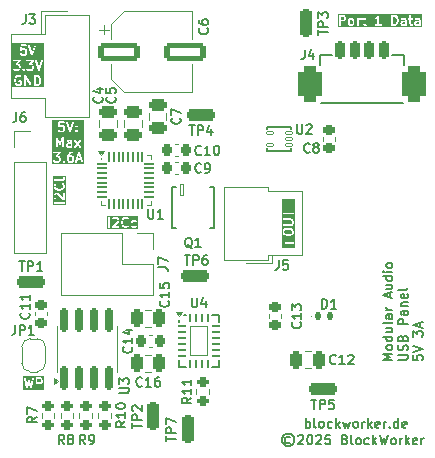
<source format=gbr>
%TF.GenerationSoftware,KiCad,Pcbnew,9.0.3*%
%TF.CreationDate,2025-08-02T18:11:11+02:00*%
%TF.ProjectId,USBPanel,55534250-616e-4656-9c2e-6b696361645f,rev?*%
%TF.SameCoordinates,Original*%
%TF.FileFunction,Legend,Top*%
%TF.FilePolarity,Positive*%
%FSLAX46Y46*%
G04 Gerber Fmt 4.6, Leading zero omitted, Abs format (unit mm)*
G04 Created by KiCad (PCBNEW 9.0.3) date 2025-08-02 18:11:11*
%MOMM*%
%LPD*%
G01*
G04 APERTURE LIST*
G04 Aperture macros list*
%AMRoundRect*
0 Rectangle with rounded corners*
0 $1 Rounding radius*
0 $2 $3 $4 $5 $6 $7 $8 $9 X,Y pos of 4 corners*
0 Add a 4 corners polygon primitive as box body*
4,1,4,$2,$3,$4,$5,$6,$7,$8,$9,$2,$3,0*
0 Add four circle primitives for the rounded corners*
1,1,$1+$1,$2,$3*
1,1,$1+$1,$4,$5*
1,1,$1+$1,$6,$7*
1,1,$1+$1,$8,$9*
0 Add four rect primitives between the rounded corners*
20,1,$1+$1,$2,$3,$4,$5,0*
20,1,$1+$1,$4,$5,$6,$7,0*
20,1,$1+$1,$6,$7,$8,$9,0*
20,1,$1+$1,$8,$9,$2,$3,0*%
%AMFreePoly0*
4,1,29,0.719134,0.496194,0.746194,0.469134,0.750000,0.450000,0.750000,-0.450000,0.746194,-0.469134,0.719134,-0.496194,0.700000,-0.500000,0.300000,-0.500000,0.280866,-0.496194,0.253806,-0.469134,0.250000,-0.450000,0.250000,-0.125000,-0.562500,-0.125000,-0.576851,-0.122145,-0.589017,-0.114017,-0.597145,-0.101851,-0.600000,-0.087500,-0.600000,0.087500,-0.597145,0.101851,-0.589017,0.114017,
-0.576851,0.122145,-0.562500,0.125000,0.250000,0.125000,0.250000,0.450000,0.253806,0.469134,0.280866,0.496194,0.300000,0.500000,0.700000,0.500000,0.719134,0.496194,0.719134,0.496194,$1*%
%AMFreePoly1*
4,1,37,0.789134,0.496194,0.816194,0.469134,0.820000,0.450000,0.820000,-0.450000,0.816194,-0.469134,0.789134,-0.496194,0.770000,-0.500000,0.530000,-0.500000,0.510866,-0.496194,0.483806,-0.469134,0.480000,-0.450000,0.480000,0.050000,0.170000,0.050000,0.170000,-0.450000,0.166194,-0.469134,0.139134,-0.496194,0.120000,-0.500000,-0.120000,-0.500000,-0.139134,-0.496194,-0.166194,-0.469134,
-0.170000,-0.450000,-0.170000,0.050000,-0.480000,0.050000,-0.480000,-0.450000,-0.483806,-0.469134,-0.510866,-0.496194,-0.530000,-0.500000,-0.770000,-0.500000,-0.789134,-0.496194,-0.816194,-0.469134,-0.820000,-0.450000,-0.820000,0.450000,-0.816194,0.469134,-0.789134,0.496194,-0.770000,0.500000,0.770000,0.500000,0.789134,0.496194,0.789134,0.496194,$1*%
%AMFreePoly2*
4,1,47,-0.830866,1.896194,-0.803806,1.869134,-0.800000,1.850000,-0.800000,1.150000,-0.490000,1.150000,-0.490000,1.850000,-0.486194,1.869134,-0.459134,1.896194,-0.440000,1.900000,-0.200000,1.900000,-0.180866,1.896194,-0.153806,1.869134,-0.150000,1.850000,-0.150000,1.150000,0.160000,1.150000,0.160000,1.850000,0.163806,1.869134,0.190866,1.896194,0.210000,1.900000,0.450000,1.900000,
0.469134,1.896194,0.496194,1.869134,0.500000,1.850000,0.500000,1.150000,0.810000,1.150000,0.810000,1.850000,0.813806,1.869134,0.840866,1.896194,0.860000,1.900000,1.100000,1.900000,1.119134,1.896194,1.146194,1.869134,1.150000,1.850000,1.150000,-0.510000,1.146194,-0.529134,1.119134,-0.556194,1.100000,-0.560000,-1.090000,-0.560000,-1.109134,-0.556194,-1.136194,-0.529134,
-1.140000,-0.510000,-1.140000,1.850000,-1.136194,1.869134,-1.109134,1.896194,-1.090000,1.900000,-0.850000,1.900000,-0.830866,1.896194,-0.830866,1.896194,$1*%
%AMFreePoly3*
4,1,23,0.500000,-0.750000,0.000000,-0.750000,0.000000,-0.745722,-0.065263,-0.745722,-0.191342,-0.711940,-0.304381,-0.646677,-0.396677,-0.554381,-0.461940,-0.441342,-0.495722,-0.315263,-0.495722,-0.250000,-0.500000,-0.250000,-0.500000,0.250000,-0.495722,0.250000,-0.495722,0.315263,-0.461940,0.441342,-0.396677,0.554381,-0.304381,0.646677,-0.191342,0.711940,-0.065263,0.745722,0.000000,0.745722,
0.000000,0.750000,0.500000,0.750000,0.500000,-0.750000,0.500000,-0.750000,$1*%
%AMFreePoly4*
4,1,23,0.000000,0.745722,0.065263,0.745722,0.191342,0.711940,0.304381,0.646677,0.396677,0.554381,0.461940,0.441342,0.495722,0.315263,0.495722,0.250000,0.500000,0.250000,0.500000,-0.250000,0.495722,-0.250000,0.495722,-0.315263,0.461940,-0.441342,0.396677,-0.554381,0.304381,-0.646677,0.191342,-0.711940,0.065263,-0.745722,0.000000,-0.745722,0.000000,-0.750000,-0.500000,-0.750000,
-0.500000,0.750000,0.000000,0.750000,0.000000,0.745722,0.000000,0.745722,$1*%
G04 Aperture macros list end*
%ADD10C,0.150000*%
%ADD11C,0.120000*%
%ADD12C,0.100000*%
%ADD13C,0.000000*%
%ADD14RoundRect,0.237500X0.237500X-0.987500X0.237500X0.987500X-0.237500X0.987500X-0.237500X-0.987500X0*%
%ADD15R,1.700000X1.700000*%
%ADD16C,1.700000*%
%ADD17C,3.500000*%
%ADD18C,1.300000*%
%ADD19C,1.800000*%
%ADD20RoundRect,0.200000X-0.275000X0.200000X-0.275000X-0.200000X0.275000X-0.200000X0.275000X0.200000X0*%
%ADD21RoundRect,0.037500X-0.262500X-0.087500X0.262500X-0.087500X0.262500X0.087500X-0.262500X0.087500X0*%
%ADD22FreePoly0,0.000000*%
%ADD23FreePoly1,180.000000*%
%ADD24FreePoly2,180.000000*%
%ADD25RoundRect,0.034000X0.136000X0.466000X-0.136000X0.466000X-0.136000X-0.466000X0.136000X-0.466000X0*%
%ADD26RoundRect,0.250000X0.250000X0.475000X-0.250000X0.475000X-0.250000X-0.475000X0.250000X-0.475000X0*%
%ADD27RoundRect,0.237500X-0.987500X-0.237500X0.987500X-0.237500X0.987500X0.237500X-0.987500X0.237500X0*%
%ADD28RoundRect,0.225000X-0.250000X0.225000X-0.250000X-0.225000X0.250000X-0.225000X0.250000X0.225000X0*%
%ADD29RoundRect,0.225000X-0.225000X-0.250000X0.225000X-0.250000X0.225000X0.250000X-0.225000X0.250000X0*%
%ADD30RoundRect,0.250000X-1.500000X-0.550000X1.500000X-0.550000X1.500000X0.550000X-1.500000X0.550000X0*%
%ADD31RoundRect,0.225000X0.225000X0.250000X-0.225000X0.250000X-0.225000X-0.250000X0.225000X-0.250000X0*%
%ADD32RoundRect,0.050000X-0.337500X-0.050000X0.337500X-0.050000X0.337500X0.050000X-0.337500X0.050000X0*%
%ADD33RoundRect,0.050000X-0.050000X-0.337500X0.050000X-0.337500X0.050000X0.337500X-0.050000X0.337500X0*%
%ADD34R,2.800000X2.800000*%
%ADD35RoundRect,0.250000X0.475000X-0.250000X0.475000X0.250000X-0.475000X0.250000X-0.475000X-0.250000X0*%
%ADD36RoundRect,0.150000X0.150000X-0.825000X0.150000X0.825000X-0.150000X0.825000X-0.150000X-0.825000X0*%
%ADD37RoundRect,0.050000X-0.300000X-0.050000X0.300000X-0.050000X0.300000X0.050000X-0.300000X0.050000X0*%
%ADD38RoundRect,0.050000X0.050000X-0.300000X0.050000X0.300000X-0.050000X0.300000X-0.050000X-0.300000X0*%
%ADD39RoundRect,0.050000X-0.750000X-1.250000X0.750000X-1.250000X0.750000X1.250000X-0.750000X1.250000X0*%
%ADD40RoundRect,0.225000X0.250000X-0.225000X0.250000X0.225000X-0.250000X0.225000X-0.250000X-0.225000X0*%
%ADD41RoundRect,0.147500X-0.147500X-0.172500X0.147500X-0.172500X0.147500X0.172500X-0.147500X0.172500X0*%
%ADD42RoundRect,0.237500X-0.237500X0.987500X-0.237500X-0.987500X0.237500X-0.987500X0.237500X0.987500X0*%
%ADD43FreePoly3,90.000000*%
%ADD44FreePoly4,90.000000*%
%ADD45RoundRect,0.200000X-0.200000X-0.600000X0.200000X-0.600000X0.200000X0.600000X-0.200000X0.600000X0*%
%ADD46RoundRect,0.525000X-0.525000X-0.975000X0.525000X-0.975000X0.525000X0.975000X-0.525000X0.975000X0*%
G04 APERTURE END LIST*
D10*
G36*
X132673772Y-87253897D02*
G01*
X132728836Y-87308961D01*
X132757806Y-87366900D01*
X132791667Y-87502342D01*
X132791667Y-87598157D01*
X132757806Y-87733598D01*
X132728836Y-87791537D01*
X132673771Y-87846603D01*
X132587830Y-87875250D01*
X132484524Y-87875250D01*
X132484524Y-87225250D01*
X132587830Y-87225250D01*
X132673772Y-87253897D01*
G37*
G36*
X133182347Y-88114139D02*
G01*
X130456599Y-88114139D01*
X130456599Y-87493107D01*
X130658333Y-87493107D01*
X130658333Y-87607393D01*
X130658584Y-87609946D01*
X130658422Y-87611039D01*
X130659231Y-87616513D01*
X130659774Y-87622025D01*
X130660196Y-87623045D01*
X130660572Y-87625584D01*
X130698668Y-87777965D01*
X130699053Y-87779044D01*
X130699092Y-87779583D01*
X130701416Y-87785658D01*
X130703615Y-87791810D01*
X130703937Y-87792245D01*
X130704347Y-87793315D01*
X130742442Y-87869505D01*
X130746405Y-87875801D01*
X130747163Y-87877631D01*
X130748852Y-87879689D01*
X130750274Y-87881948D01*
X130751772Y-87883247D01*
X130756491Y-87888997D01*
X130832681Y-87965188D01*
X130844046Y-87974515D01*
X130846536Y-87975546D01*
X130848572Y-87977312D01*
X130861997Y-87983306D01*
X130976283Y-88021401D01*
X130983536Y-88023050D01*
X130985368Y-88023809D01*
X130988022Y-88024070D01*
X130990620Y-88024661D01*
X130992594Y-88024520D01*
X131000000Y-88025250D01*
X131076191Y-88025250D01*
X131083596Y-88024520D01*
X131085571Y-88024661D01*
X131088168Y-88024070D01*
X131090823Y-88023809D01*
X131092654Y-88023050D01*
X131099908Y-88021401D01*
X131214193Y-87983306D01*
X131227619Y-87977312D01*
X131229655Y-87975545D01*
X131232144Y-87974515D01*
X131243509Y-87965188D01*
X131281605Y-87927092D01*
X131290933Y-87915727D01*
X131302004Y-87888997D01*
X131302131Y-87888691D01*
X131303572Y-87874059D01*
X131303572Y-87607393D01*
X131302131Y-87592761D01*
X131290932Y-87565725D01*
X131270240Y-87545033D01*
X131243204Y-87533834D01*
X131228572Y-87532393D01*
X131076191Y-87532393D01*
X131061559Y-87533834D01*
X131034523Y-87545033D01*
X131013831Y-87565725D01*
X131002632Y-87592761D01*
X131002632Y-87622025D01*
X131013831Y-87649061D01*
X131034523Y-87669753D01*
X131061559Y-87680952D01*
X131076191Y-87682393D01*
X131153572Y-87682393D01*
X131153572Y-87842993D01*
X131149962Y-87846603D01*
X131064021Y-87875250D01*
X131012170Y-87875250D01*
X130926228Y-87846603D01*
X130871163Y-87791537D01*
X130842193Y-87733597D01*
X130808333Y-87598157D01*
X130808333Y-87502342D01*
X130842193Y-87366901D01*
X130871163Y-87308961D01*
X130926227Y-87253897D01*
X131012170Y-87225250D01*
X131096581Y-87225250D01*
X131156935Y-87255427D01*
X131170667Y-87260682D01*
X131199857Y-87262756D01*
X131227618Y-87253502D01*
X131249726Y-87234329D01*
X131262813Y-87208154D01*
X131264887Y-87178964D01*
X131255633Y-87151203D01*
X131254807Y-87150250D01*
X131496429Y-87150250D01*
X131496429Y-87950250D01*
X131497870Y-87964882D01*
X131509069Y-87991918D01*
X131529761Y-88012610D01*
X131556797Y-88023809D01*
X131586061Y-88023809D01*
X131613097Y-88012610D01*
X131633789Y-87991918D01*
X131644988Y-87964882D01*
X131646429Y-87950250D01*
X131646429Y-87432666D01*
X131963454Y-87987460D01*
X131965642Y-87990543D01*
X131966212Y-87991918D01*
X131967611Y-87993317D01*
X131971964Y-87999450D01*
X131979852Y-88005558D01*
X131986904Y-88012610D01*
X131991322Y-88014440D01*
X131995102Y-88017367D01*
X132004723Y-88019991D01*
X132013940Y-88023809D01*
X132018721Y-88023809D01*
X132023333Y-88025067D01*
X132033230Y-88023809D01*
X132043204Y-88023809D01*
X132047619Y-88021979D01*
X132052363Y-88021377D01*
X132061027Y-88016426D01*
X132070240Y-88012610D01*
X132073618Y-88009231D01*
X132077772Y-88006858D01*
X132083881Y-87998968D01*
X132090932Y-87991918D01*
X132092761Y-87987501D01*
X132095689Y-87983721D01*
X132098313Y-87974097D01*
X132102131Y-87964882D01*
X132102867Y-87957399D01*
X132103389Y-87955489D01*
X132103201Y-87954013D01*
X132103572Y-87950250D01*
X132103572Y-87150250D01*
X132334524Y-87150250D01*
X132334524Y-87950250D01*
X132335965Y-87964882D01*
X132347164Y-87991918D01*
X132367856Y-88012610D01*
X132394892Y-88023809D01*
X132409524Y-88025250D01*
X132600000Y-88025250D01*
X132607405Y-88024520D01*
X132609380Y-88024661D01*
X132611977Y-88024070D01*
X132614632Y-88023809D01*
X132616463Y-88023050D01*
X132623717Y-88021401D01*
X132738003Y-87983306D01*
X132751428Y-87977312D01*
X132753463Y-87975546D01*
X132755954Y-87974515D01*
X132767319Y-87965188D01*
X132843510Y-87888996D01*
X132848227Y-87883247D01*
X132849726Y-87881948D01*
X132851147Y-87879689D01*
X132852837Y-87877631D01*
X132853594Y-87875801D01*
X132857558Y-87869505D01*
X132895653Y-87793315D01*
X132896062Y-87792245D01*
X132896385Y-87791810D01*
X132898583Y-87785658D01*
X132900908Y-87779583D01*
X132900946Y-87779044D01*
X132901332Y-87777965D01*
X132939428Y-87625583D01*
X132939803Y-87623046D01*
X132940226Y-87622025D01*
X132940768Y-87616512D01*
X132941578Y-87611039D01*
X132941415Y-87609946D01*
X132941667Y-87607393D01*
X132941667Y-87493107D01*
X132941415Y-87490553D01*
X132941578Y-87489461D01*
X132940768Y-87483987D01*
X132940226Y-87478475D01*
X132939803Y-87477453D01*
X132939428Y-87474917D01*
X132901332Y-87322535D01*
X132900946Y-87321455D01*
X132900908Y-87320917D01*
X132898583Y-87314841D01*
X132896385Y-87308690D01*
X132896062Y-87308254D01*
X132895653Y-87307185D01*
X132857558Y-87230994D01*
X132853595Y-87224699D01*
X132852837Y-87222867D01*
X132851145Y-87220805D01*
X132849726Y-87218551D01*
X132848229Y-87217252D01*
X132843509Y-87211502D01*
X132767319Y-87135312D01*
X132755954Y-87125985D01*
X132753463Y-87124953D01*
X132751428Y-87123188D01*
X132738003Y-87117194D01*
X132623717Y-87079099D01*
X132616463Y-87077449D01*
X132614632Y-87076691D01*
X132611977Y-87076429D01*
X132609380Y-87075839D01*
X132607405Y-87075979D01*
X132600000Y-87075250D01*
X132409524Y-87075250D01*
X132394892Y-87076691D01*
X132367856Y-87087890D01*
X132347164Y-87108582D01*
X132335965Y-87135618D01*
X132334524Y-87150250D01*
X132103572Y-87150250D01*
X132102131Y-87135618D01*
X132090932Y-87108582D01*
X132070240Y-87087890D01*
X132043204Y-87076691D01*
X132013940Y-87076691D01*
X131986904Y-87087890D01*
X131966212Y-87108582D01*
X131955013Y-87135618D01*
X131953572Y-87150250D01*
X131953572Y-87667833D01*
X131636547Y-87113040D01*
X131634358Y-87109956D01*
X131633789Y-87108582D01*
X131632389Y-87107182D01*
X131628037Y-87101050D01*
X131620147Y-87094940D01*
X131613097Y-87087890D01*
X131608680Y-87086060D01*
X131604900Y-87083133D01*
X131595276Y-87080508D01*
X131586061Y-87076691D01*
X131581280Y-87076691D01*
X131576668Y-87075433D01*
X131566771Y-87076691D01*
X131556797Y-87076691D01*
X131552381Y-87078520D01*
X131547638Y-87079123D01*
X131538973Y-87084073D01*
X131529761Y-87087890D01*
X131526382Y-87091268D01*
X131522229Y-87093642D01*
X131516119Y-87101531D01*
X131509069Y-87108582D01*
X131507239Y-87112998D01*
X131504312Y-87116779D01*
X131501687Y-87126402D01*
X131497870Y-87135618D01*
X131497133Y-87143100D01*
X131496612Y-87145011D01*
X131496799Y-87146486D01*
X131496429Y-87150250D01*
X131254807Y-87150250D01*
X131236460Y-87129095D01*
X131224017Y-87121263D01*
X131147827Y-87083168D01*
X131134095Y-87077913D01*
X131131407Y-87077722D01*
X131128918Y-87076691D01*
X131114286Y-87075250D01*
X131000000Y-87075250D01*
X130992594Y-87075979D01*
X130990620Y-87075839D01*
X130988022Y-87076429D01*
X130985368Y-87076691D01*
X130983536Y-87077449D01*
X130976283Y-87079099D01*
X130861997Y-87117194D01*
X130848572Y-87123188D01*
X130846538Y-87124951D01*
X130844046Y-87125984D01*
X130832681Y-87135312D01*
X130756491Y-87211502D01*
X130751772Y-87217251D01*
X130750274Y-87218551D01*
X130748852Y-87220810D01*
X130747164Y-87222867D01*
X130746406Y-87224694D01*
X130742442Y-87230994D01*
X130704347Y-87307185D01*
X130703937Y-87308254D01*
X130703615Y-87308690D01*
X130701416Y-87314841D01*
X130699092Y-87320917D01*
X130699053Y-87321455D01*
X130698668Y-87322535D01*
X130660572Y-87474916D01*
X130660196Y-87477454D01*
X130659774Y-87478475D01*
X130659231Y-87483986D01*
X130658422Y-87489461D01*
X130658584Y-87490553D01*
X130658333Y-87493107D01*
X130456599Y-87493107D01*
X130456599Y-85847663D01*
X130545488Y-85847663D01*
X130545488Y-85876927D01*
X130556687Y-85903963D01*
X130577379Y-85924655D01*
X130604415Y-85935854D01*
X130619047Y-85937295D01*
X130949003Y-85937295D01*
X130791176Y-86117669D01*
X130786654Y-86123993D01*
X130785259Y-86125389D01*
X130784710Y-86126712D01*
X130782625Y-86129630D01*
X130778723Y-86141167D01*
X130774060Y-86152425D01*
X130774060Y-86154955D01*
X130773250Y-86157351D01*
X130774060Y-86169504D01*
X130774060Y-86181689D01*
X130775027Y-86184025D01*
X130775196Y-86186549D01*
X130780598Y-86197474D01*
X130785259Y-86208725D01*
X130787045Y-86210511D01*
X130788168Y-86212781D01*
X130797340Y-86220806D01*
X130805951Y-86229417D01*
X130808287Y-86230385D01*
X130810192Y-86232051D01*
X130821729Y-86235952D01*
X130832987Y-86240616D01*
X130836557Y-86240967D01*
X130837913Y-86241426D01*
X130839880Y-86241294D01*
X130847619Y-86242057D01*
X130944199Y-86242057D01*
X130993668Y-86266791D01*
X131014550Y-86287673D01*
X131039285Y-86337142D01*
X131039285Y-86492209D01*
X131014550Y-86541677D01*
X130993667Y-86562561D01*
X130944199Y-86587295D01*
X130751038Y-86587295D01*
X130701569Y-86562561D01*
X130672081Y-86533072D01*
X130660715Y-86523744D01*
X130633679Y-86512545D01*
X130604417Y-86512545D01*
X130577380Y-86523743D01*
X130556687Y-86544436D01*
X130545488Y-86571472D01*
X130545488Y-86600734D01*
X130556686Y-86627771D01*
X130566013Y-86639136D01*
X130604108Y-86677232D01*
X130609859Y-86681952D01*
X130611158Y-86683450D01*
X130613413Y-86684869D01*
X130615473Y-86686560D01*
X130617303Y-86687318D01*
X130623601Y-86691282D01*
X130699792Y-86729377D01*
X130713524Y-86734632D01*
X130716211Y-86734822D01*
X130718701Y-86735854D01*
X130733333Y-86737295D01*
X130961904Y-86737295D01*
X130976536Y-86735854D01*
X130979025Y-86734822D01*
X130981713Y-86734632D01*
X130995445Y-86729377D01*
X131071636Y-86691282D01*
X131077935Y-86687317D01*
X131079763Y-86686560D01*
X131081819Y-86684872D01*
X131084079Y-86683450D01*
X131085379Y-86681950D01*
X131091129Y-86677232D01*
X131129224Y-86639136D01*
X131133941Y-86633387D01*
X131135440Y-86632088D01*
X131136861Y-86629829D01*
X131138551Y-86627771D01*
X131139308Y-86625941D01*
X131143272Y-86619645D01*
X131148310Y-86609570D01*
X131345488Y-86609570D01*
X131345488Y-86638832D01*
X131356687Y-86665868D01*
X131366015Y-86677234D01*
X131404111Y-86715329D01*
X131415476Y-86724656D01*
X131431313Y-86731215D01*
X131442511Y-86735854D01*
X131442512Y-86735854D01*
X131471775Y-86735854D01*
X131498811Y-86724655D01*
X131510176Y-86715328D01*
X131548271Y-86677233D01*
X131557598Y-86665868D01*
X131568797Y-86638832D01*
X131568797Y-86609569D01*
X131565138Y-86600735D01*
X131557599Y-86582533D01*
X131548272Y-86571168D01*
X131510177Y-86533072D01*
X131498816Y-86523748D01*
X131498811Y-86523743D01*
X131471775Y-86512545D01*
X131442511Y-86512545D01*
X131434592Y-86515824D01*
X131415475Y-86523743D01*
X131404110Y-86533071D01*
X131366014Y-86571167D01*
X131356687Y-86582532D01*
X131356686Y-86582533D01*
X131356297Y-86583473D01*
X131345616Y-86609262D01*
X131345488Y-86609570D01*
X131148310Y-86609570D01*
X131181367Y-86543455D01*
X131186622Y-86529723D01*
X131186812Y-86527035D01*
X131187844Y-86524546D01*
X131189285Y-86509914D01*
X131189285Y-86319438D01*
X131187844Y-86304806D01*
X131186812Y-86302316D01*
X131186622Y-86299629D01*
X131181367Y-86285897D01*
X131143272Y-86209706D01*
X131139307Y-86203406D01*
X131138550Y-86201579D01*
X131136861Y-86199522D01*
X131135440Y-86197263D01*
X131133941Y-86195963D01*
X131129223Y-86190214D01*
X131091128Y-86152119D01*
X131085378Y-86147400D01*
X131084079Y-86145902D01*
X131081819Y-86144480D01*
X131079763Y-86142792D01*
X131077935Y-86142034D01*
X131071636Y-86138070D01*
X131002768Y-86103636D01*
X131170729Y-85911682D01*
X131175249Y-85905358D01*
X131176645Y-85903963D01*
X131177193Y-85902639D01*
X131179279Y-85899722D01*
X131183183Y-85888178D01*
X131187844Y-85876927D01*
X131187844Y-85874398D01*
X131188655Y-85872001D01*
X131187844Y-85859838D01*
X131187844Y-85847663D01*
X131688345Y-85847663D01*
X131688345Y-85876927D01*
X131699544Y-85903963D01*
X131720236Y-85924655D01*
X131747272Y-85935854D01*
X131761904Y-85937295D01*
X132091860Y-85937295D01*
X131934033Y-86117669D01*
X131929511Y-86123993D01*
X131928116Y-86125389D01*
X131927567Y-86126712D01*
X131925482Y-86129630D01*
X131921580Y-86141167D01*
X131916917Y-86152425D01*
X131916917Y-86154955D01*
X131916107Y-86157351D01*
X131916917Y-86169504D01*
X131916917Y-86181689D01*
X131917884Y-86184025D01*
X131918053Y-86186549D01*
X131923455Y-86197474D01*
X131928116Y-86208725D01*
X131929902Y-86210511D01*
X131931025Y-86212781D01*
X131940197Y-86220806D01*
X131948808Y-86229417D01*
X131951144Y-86230385D01*
X131953049Y-86232051D01*
X131964586Y-86235952D01*
X131975844Y-86240616D01*
X131979414Y-86240967D01*
X131980770Y-86241426D01*
X131982737Y-86241294D01*
X131990476Y-86242057D01*
X132087056Y-86242057D01*
X132136525Y-86266791D01*
X132157407Y-86287673D01*
X132182142Y-86337142D01*
X132182142Y-86492209D01*
X132157407Y-86541677D01*
X132136524Y-86562561D01*
X132087056Y-86587295D01*
X131893895Y-86587295D01*
X131844426Y-86562561D01*
X131814938Y-86533072D01*
X131803572Y-86523744D01*
X131776536Y-86512545D01*
X131747274Y-86512545D01*
X131720237Y-86523743D01*
X131699544Y-86544436D01*
X131688345Y-86571472D01*
X131688345Y-86600734D01*
X131699543Y-86627771D01*
X131708870Y-86639136D01*
X131746965Y-86677232D01*
X131752716Y-86681952D01*
X131754015Y-86683450D01*
X131756270Y-86684869D01*
X131758330Y-86686560D01*
X131760160Y-86687318D01*
X131766458Y-86691282D01*
X131842649Y-86729377D01*
X131856381Y-86734632D01*
X131859068Y-86734822D01*
X131861558Y-86735854D01*
X131876190Y-86737295D01*
X132104761Y-86737295D01*
X132119393Y-86735854D01*
X132121882Y-86734822D01*
X132124570Y-86734632D01*
X132138302Y-86729377D01*
X132214493Y-86691282D01*
X132220792Y-86687317D01*
X132222620Y-86686560D01*
X132224676Y-86684872D01*
X132226936Y-86683450D01*
X132228236Y-86681950D01*
X132233986Y-86677232D01*
X132272081Y-86639136D01*
X132276798Y-86633387D01*
X132278297Y-86632088D01*
X132279718Y-86629829D01*
X132281408Y-86627771D01*
X132282165Y-86625941D01*
X132286129Y-86619645D01*
X132324224Y-86543455D01*
X132329479Y-86529723D01*
X132329669Y-86527035D01*
X132330701Y-86524546D01*
X132332142Y-86509914D01*
X132332142Y-86319438D01*
X132330701Y-86304806D01*
X132329669Y-86302316D01*
X132329479Y-86299629D01*
X132324224Y-86285897D01*
X132286129Y-86209706D01*
X132282164Y-86203406D01*
X132281407Y-86201579D01*
X132279718Y-86199522D01*
X132278297Y-86197263D01*
X132276798Y-86195963D01*
X132272080Y-86190214D01*
X132233985Y-86152119D01*
X132228235Y-86147400D01*
X132226936Y-86145902D01*
X132224676Y-86144480D01*
X132222620Y-86142792D01*
X132220792Y-86142034D01*
X132214493Y-86138070D01*
X132145625Y-86103636D01*
X132313586Y-85911682D01*
X132318106Y-85905358D01*
X132319502Y-85903963D01*
X132320050Y-85902639D01*
X132322136Y-85899722D01*
X132326040Y-85888178D01*
X132330701Y-85876927D01*
X132330701Y-85874398D01*
X132331512Y-85872001D01*
X132331490Y-85871675D01*
X132411303Y-85871675D01*
X132414563Y-85886012D01*
X132681230Y-86686012D01*
X132687224Y-86699437D01*
X132690734Y-86703484D01*
X132693131Y-86708278D01*
X132700235Y-86714440D01*
X132706398Y-86721545D01*
X132711191Y-86723941D01*
X132715239Y-86727452D01*
X132724160Y-86730425D01*
X132732571Y-86734631D01*
X132737915Y-86735010D01*
X132743001Y-86736706D01*
X132752381Y-86736039D01*
X132761761Y-86736706D01*
X132766846Y-86735010D01*
X132772191Y-86734631D01*
X132780600Y-86730426D01*
X132789524Y-86727452D01*
X132793572Y-86723940D01*
X132798364Y-86721545D01*
X132804525Y-86714441D01*
X132811631Y-86708278D01*
X132814027Y-86703484D01*
X132817538Y-86699437D01*
X132823532Y-86686012D01*
X133090198Y-85886012D01*
X133093458Y-85871675D01*
X133091384Y-85842485D01*
X133078297Y-85816311D01*
X133056190Y-85797138D01*
X133028427Y-85787884D01*
X132999237Y-85789958D01*
X132973064Y-85803045D01*
X132953890Y-85825152D01*
X132947896Y-85838578D01*
X132752380Y-86425124D01*
X132556865Y-85838578D01*
X132550871Y-85825152D01*
X132531697Y-85803045D01*
X132505524Y-85789959D01*
X132476334Y-85787884D01*
X132448571Y-85797138D01*
X132426464Y-85816312D01*
X132413378Y-85842485D01*
X132411303Y-85871675D01*
X132331490Y-85871675D01*
X132330701Y-85859838D01*
X132330701Y-85847663D01*
X132329733Y-85845326D01*
X132329565Y-85842802D01*
X132324160Y-85831874D01*
X132319502Y-85820627D01*
X132317715Y-85818840D01*
X132316593Y-85816571D01*
X132307420Y-85808545D01*
X132298810Y-85799935D01*
X132296473Y-85798966D01*
X132294569Y-85797301D01*
X132283025Y-85793396D01*
X132271774Y-85788736D01*
X132268207Y-85788384D01*
X132266848Y-85787925D01*
X132264874Y-85788056D01*
X132257142Y-85787295D01*
X131761904Y-85787295D01*
X131747272Y-85788736D01*
X131720236Y-85799935D01*
X131699544Y-85820627D01*
X131688345Y-85847663D01*
X131187844Y-85847663D01*
X131186876Y-85845326D01*
X131186708Y-85842802D01*
X131181303Y-85831874D01*
X131176645Y-85820627D01*
X131174858Y-85818840D01*
X131173736Y-85816571D01*
X131164563Y-85808545D01*
X131155953Y-85799935D01*
X131153616Y-85798966D01*
X131151712Y-85797301D01*
X131140168Y-85793396D01*
X131128917Y-85788736D01*
X131125350Y-85788384D01*
X131123991Y-85787925D01*
X131122017Y-85788056D01*
X131114285Y-85787295D01*
X130619047Y-85787295D01*
X130604415Y-85788736D01*
X130577379Y-85799935D01*
X130556687Y-85820627D01*
X130545488Y-85847663D01*
X130456599Y-85847663D01*
X130456599Y-84962532D01*
X131153921Y-84962532D01*
X131155012Y-84966147D01*
X131155012Y-84969922D01*
X131159205Y-84980048D01*
X131162374Y-84990548D01*
X131164765Y-84993470D01*
X131166210Y-84996959D01*
X131173964Y-85004713D01*
X131180905Y-85013196D01*
X131184231Y-85014980D01*
X131186903Y-85017652D01*
X131197032Y-85021847D01*
X131206692Y-85027030D01*
X131210450Y-85027405D01*
X131213939Y-85028851D01*
X131224901Y-85028851D01*
X131235811Y-85029942D01*
X131239427Y-85028851D01*
X131243201Y-85028851D01*
X131253327Y-85024657D01*
X131263827Y-85021489D01*
X131266749Y-85019097D01*
X131270238Y-85017653D01*
X131281603Y-85008326D01*
X131311093Y-84978836D01*
X131360562Y-84954102D01*
X131515628Y-84954102D01*
X131565097Y-84978836D01*
X131585979Y-84999718D01*
X131610714Y-85049187D01*
X131610714Y-85204254D01*
X131585979Y-85253722D01*
X131565096Y-85274606D01*
X131515628Y-85299340D01*
X131360562Y-85299340D01*
X131311094Y-85274606D01*
X131281604Y-85245116D01*
X131270239Y-85235789D01*
X131243202Y-85224590D01*
X131213940Y-85224590D01*
X131186903Y-85235789D01*
X131166211Y-85256481D01*
X131155012Y-85283518D01*
X131155012Y-85312780D01*
X131166211Y-85339817D01*
X131175538Y-85351182D01*
X131213634Y-85389278D01*
X131219384Y-85393998D01*
X131220683Y-85395495D01*
X131222937Y-85396914D01*
X131224999Y-85398606D01*
X131226831Y-85399364D01*
X131233126Y-85403327D01*
X131309316Y-85441422D01*
X131323048Y-85446677D01*
X131325735Y-85446867D01*
X131328225Y-85447899D01*
X131342857Y-85449340D01*
X131533333Y-85449340D01*
X131547965Y-85447899D01*
X131550454Y-85446867D01*
X131553142Y-85446677D01*
X131566874Y-85441422D01*
X131643065Y-85403327D01*
X131649364Y-85399362D01*
X131651192Y-85398605D01*
X131653248Y-85396917D01*
X131655508Y-85395495D01*
X131656808Y-85393995D01*
X131662558Y-85389277D01*
X131700653Y-85351181D01*
X131705370Y-85345432D01*
X131706869Y-85344133D01*
X131708290Y-85341874D01*
X131709980Y-85339816D01*
X131710737Y-85337986D01*
X131714701Y-85331690D01*
X131752796Y-85255500D01*
X131758051Y-85241768D01*
X131758241Y-85239080D01*
X131759273Y-85236591D01*
X131760714Y-85221959D01*
X131760714Y-85031483D01*
X131759273Y-85016851D01*
X131758241Y-85014361D01*
X131758051Y-85011674D01*
X131752796Y-84997942D01*
X131714701Y-84921751D01*
X131710736Y-84915451D01*
X131709979Y-84913624D01*
X131708290Y-84911567D01*
X131706869Y-84909308D01*
X131705370Y-84908008D01*
X131700652Y-84902259D01*
X131662557Y-84864164D01*
X131656807Y-84859445D01*
X131655508Y-84857947D01*
X131653248Y-84856525D01*
X131651192Y-84854837D01*
X131649364Y-84854079D01*
X131643065Y-84850115D01*
X131566874Y-84812020D01*
X131553142Y-84806765D01*
X131550454Y-84806574D01*
X131547965Y-84805543D01*
X131533333Y-84804102D01*
X131342857Y-84804102D01*
X131328225Y-84805543D01*
X131325735Y-84806574D01*
X131323048Y-84806765D01*
X131318629Y-84808455D01*
X131334541Y-84649340D01*
X131647619Y-84649340D01*
X131662251Y-84647899D01*
X131689287Y-84636700D01*
X131709979Y-84616008D01*
X131721178Y-84588972D01*
X131721178Y-84583720D01*
X131839875Y-84583720D01*
X131843135Y-84598057D01*
X132109802Y-85398057D01*
X132115796Y-85411482D01*
X132119306Y-85415529D01*
X132121703Y-85420323D01*
X132128807Y-85426485D01*
X132134970Y-85433590D01*
X132139763Y-85435986D01*
X132143811Y-85439497D01*
X132152732Y-85442470D01*
X132161143Y-85446676D01*
X132166487Y-85447055D01*
X132171573Y-85448751D01*
X132180953Y-85448084D01*
X132190333Y-85448751D01*
X132195418Y-85447055D01*
X132200763Y-85446676D01*
X132209172Y-85442471D01*
X132218096Y-85439497D01*
X132222144Y-85435985D01*
X132226936Y-85433590D01*
X132233097Y-85426486D01*
X132240203Y-85420323D01*
X132242599Y-85415529D01*
X132246110Y-85411482D01*
X132252104Y-85398057D01*
X132518770Y-84598057D01*
X132522030Y-84583720D01*
X132519956Y-84554530D01*
X132506869Y-84528356D01*
X132484762Y-84509183D01*
X132456999Y-84499929D01*
X132427809Y-84502003D01*
X132401636Y-84515090D01*
X132382462Y-84537197D01*
X132376468Y-84550623D01*
X132180952Y-85137169D01*
X131985437Y-84550623D01*
X131979443Y-84537197D01*
X131960269Y-84515090D01*
X131934096Y-84502004D01*
X131904906Y-84499929D01*
X131877143Y-84509183D01*
X131855036Y-84528357D01*
X131841950Y-84554530D01*
X131839875Y-84583720D01*
X131721178Y-84583720D01*
X131721178Y-84559708D01*
X131709979Y-84532672D01*
X131689287Y-84511980D01*
X131662251Y-84500781D01*
X131647619Y-84499340D01*
X131266667Y-84499340D01*
X131261255Y-84499872D01*
X131259427Y-84499690D01*
X131257640Y-84500228D01*
X131252035Y-84500781D01*
X131241908Y-84504975D01*
X131231411Y-84508143D01*
X131228487Y-84510534D01*
X131224999Y-84511980D01*
X131217245Y-84519733D01*
X131208763Y-84526674D01*
X131206978Y-84530000D01*
X131204307Y-84532672D01*
X131200111Y-84542801D01*
X131194929Y-84552461D01*
X131193821Y-84557985D01*
X131193108Y-84559708D01*
X131193108Y-84561544D01*
X131192039Y-84566877D01*
X131153943Y-84947829D01*
X131153921Y-84962532D01*
X130456599Y-84962532D01*
X130456599Y-84410451D01*
X133182347Y-84410451D01*
X133182347Y-88114139D01*
G37*
G36*
X135536525Y-94054746D02*
G01*
X135557407Y-94075628D01*
X135582142Y-94125097D01*
X135582142Y-94280164D01*
X135557407Y-94329632D01*
X135536524Y-94350516D01*
X135487056Y-94375250D01*
X135370085Y-94375250D01*
X135320617Y-94350516D01*
X135299733Y-94329631D01*
X135274999Y-94280163D01*
X135274999Y-94125098D01*
X135299734Y-94075628D01*
X135320617Y-94054746D01*
X135370085Y-94030012D01*
X135487056Y-94030012D01*
X135536525Y-94054746D01*
G37*
G36*
X136238800Y-94146678D02*
G01*
X136065961Y-94146678D01*
X136152380Y-93887420D01*
X136238800Y-94146678D01*
G37*
G36*
X135429762Y-93077847D02*
G01*
X135410866Y-93087295D01*
X135255800Y-93087295D01*
X135217806Y-93068298D01*
X135198809Y-93030303D01*
X135198809Y-92989524D01*
X135217806Y-92951529D01*
X135255800Y-92932533D01*
X135428571Y-92932533D01*
X135429762Y-92932415D01*
X135429762Y-93077847D01*
G37*
G36*
X136582347Y-94614139D02*
G01*
X133856599Y-94614139D01*
X133856599Y-93635618D01*
X133945488Y-93635618D01*
X133945488Y-93664882D01*
X133956687Y-93691918D01*
X133977379Y-93712610D01*
X134004415Y-93723809D01*
X134019047Y-93725250D01*
X134349003Y-93725250D01*
X134191176Y-93905624D01*
X134186654Y-93911948D01*
X134185259Y-93913344D01*
X134184710Y-93914667D01*
X134182625Y-93917585D01*
X134178723Y-93929122D01*
X134174060Y-93940380D01*
X134174060Y-93942910D01*
X134173250Y-93945306D01*
X134174060Y-93957459D01*
X134174060Y-93969644D01*
X134175027Y-93971980D01*
X134175196Y-93974504D01*
X134180598Y-93985429D01*
X134185259Y-93996680D01*
X134187045Y-93998466D01*
X134188168Y-94000736D01*
X134197340Y-94008761D01*
X134205951Y-94017372D01*
X134208287Y-94018340D01*
X134210192Y-94020006D01*
X134221729Y-94023907D01*
X134232987Y-94028571D01*
X134236557Y-94028922D01*
X134237913Y-94029381D01*
X134239880Y-94029249D01*
X134247619Y-94030012D01*
X134344199Y-94030012D01*
X134393668Y-94054746D01*
X134414550Y-94075628D01*
X134439285Y-94125097D01*
X134439285Y-94280164D01*
X134414550Y-94329632D01*
X134393667Y-94350516D01*
X134344199Y-94375250D01*
X134151038Y-94375250D01*
X134101569Y-94350516D01*
X134072081Y-94321027D01*
X134060715Y-94311699D01*
X134033679Y-94300500D01*
X134004417Y-94300500D01*
X133977380Y-94311698D01*
X133956687Y-94332391D01*
X133945488Y-94359427D01*
X133945488Y-94388689D01*
X133956686Y-94415726D01*
X133966013Y-94427091D01*
X134004108Y-94465187D01*
X134009859Y-94469907D01*
X134011158Y-94471405D01*
X134013413Y-94472824D01*
X134015473Y-94474515D01*
X134017303Y-94475273D01*
X134023601Y-94479237D01*
X134099792Y-94517332D01*
X134113524Y-94522587D01*
X134116211Y-94522777D01*
X134118701Y-94523809D01*
X134133333Y-94525250D01*
X134361904Y-94525250D01*
X134376536Y-94523809D01*
X134379025Y-94522777D01*
X134381713Y-94522587D01*
X134395445Y-94517332D01*
X134471636Y-94479237D01*
X134477935Y-94475272D01*
X134479763Y-94474515D01*
X134481819Y-94472827D01*
X134484079Y-94471405D01*
X134485379Y-94469905D01*
X134491129Y-94465187D01*
X134529224Y-94427091D01*
X134533941Y-94421342D01*
X134535440Y-94420043D01*
X134536861Y-94417784D01*
X134538551Y-94415726D01*
X134539308Y-94413896D01*
X134543272Y-94407600D01*
X134548310Y-94397525D01*
X134745488Y-94397525D01*
X134745488Y-94426787D01*
X134756687Y-94453823D01*
X134766015Y-94465189D01*
X134804111Y-94503284D01*
X134815476Y-94512611D01*
X134831313Y-94519170D01*
X134842511Y-94523809D01*
X134842512Y-94523809D01*
X134871775Y-94523809D01*
X134898811Y-94512610D01*
X134910176Y-94503283D01*
X134948271Y-94465188D01*
X134957598Y-94453823D01*
X134968797Y-94426787D01*
X134968797Y-94397524D01*
X134965138Y-94388690D01*
X134957599Y-94370488D01*
X134948272Y-94359123D01*
X134910177Y-94321027D01*
X134898816Y-94311703D01*
X134898811Y-94311698D01*
X134871775Y-94300500D01*
X134842511Y-94300500D01*
X134834592Y-94303779D01*
X134815475Y-94311698D01*
X134804110Y-94321026D01*
X134766014Y-94359122D01*
X134756687Y-94370487D01*
X134756686Y-94370488D01*
X134756297Y-94371428D01*
X134745616Y-94397217D01*
X134745488Y-94397525D01*
X134548310Y-94397525D01*
X134581367Y-94331410D01*
X134586622Y-94317678D01*
X134586812Y-94314990D01*
X134587844Y-94312501D01*
X134589285Y-94297869D01*
X134589285Y-94107393D01*
X134587844Y-94092761D01*
X134586812Y-94090271D01*
X134586622Y-94087584D01*
X134581367Y-94073852D01*
X134543272Y-93997661D01*
X134540406Y-93993107D01*
X135124999Y-93993107D01*
X135124999Y-94297869D01*
X135126440Y-94312501D01*
X135127470Y-94314989D01*
X135127662Y-94317679D01*
X135132917Y-94331411D01*
X135171013Y-94407600D01*
X135174975Y-94413894D01*
X135175734Y-94415726D01*
X135177427Y-94417789D01*
X135178846Y-94420043D01*
X135180340Y-94421339D01*
X135185061Y-94427091D01*
X135223156Y-94465187D01*
X135228907Y-94469907D01*
X135230206Y-94471405D01*
X135232461Y-94472824D01*
X135234521Y-94474515D01*
X135236351Y-94475273D01*
X135242649Y-94479237D01*
X135318839Y-94517332D01*
X135332571Y-94522587D01*
X135335258Y-94522777D01*
X135337748Y-94523809D01*
X135352380Y-94525250D01*
X135504761Y-94525250D01*
X135519393Y-94523809D01*
X135521882Y-94522777D01*
X135524570Y-94522587D01*
X135538302Y-94517332D01*
X135614493Y-94479237D01*
X135620792Y-94475272D01*
X135622620Y-94474515D01*
X135624676Y-94472827D01*
X135626936Y-94471405D01*
X135628236Y-94469905D01*
X135633986Y-94465187D01*
X135658302Y-94440870D01*
X135811303Y-94440870D01*
X135813378Y-94470060D01*
X135826464Y-94496233D01*
X135848571Y-94515407D01*
X135876334Y-94524661D01*
X135905524Y-94522586D01*
X135931697Y-94509500D01*
X135950871Y-94487393D01*
X135956865Y-94473967D01*
X136015961Y-94296678D01*
X136288800Y-94296678D01*
X136347896Y-94473967D01*
X136353890Y-94487393D01*
X136373064Y-94509500D01*
X136399237Y-94522587D01*
X136428427Y-94524661D01*
X136456190Y-94515407D01*
X136478297Y-94496234D01*
X136491384Y-94470060D01*
X136493458Y-94440870D01*
X136490198Y-94426533D01*
X136223532Y-93626533D01*
X136217538Y-93613108D01*
X136214027Y-93609060D01*
X136211631Y-93604267D01*
X136204525Y-93598103D01*
X136198364Y-93591000D01*
X136193572Y-93588604D01*
X136189524Y-93585093D01*
X136180600Y-93582118D01*
X136172191Y-93577914D01*
X136166846Y-93577534D01*
X136161761Y-93575839D01*
X136152381Y-93576505D01*
X136143001Y-93575839D01*
X136137915Y-93577534D01*
X136132571Y-93577914D01*
X136124160Y-93582119D01*
X136115239Y-93585093D01*
X136111191Y-93588603D01*
X136106398Y-93591000D01*
X136100235Y-93598104D01*
X136093131Y-93604267D01*
X136090734Y-93609060D01*
X136087224Y-93613108D01*
X136081230Y-93626533D01*
X135814563Y-94426533D01*
X135811303Y-94440870D01*
X135658302Y-94440870D01*
X135672081Y-94427091D01*
X135676798Y-94421342D01*
X135678297Y-94420043D01*
X135679718Y-94417784D01*
X135681408Y-94415726D01*
X135682165Y-94413896D01*
X135686129Y-94407600D01*
X135724224Y-94331410D01*
X135729479Y-94317678D01*
X135729669Y-94314990D01*
X135730701Y-94312501D01*
X135732142Y-94297869D01*
X135732142Y-94107393D01*
X135730701Y-94092761D01*
X135729669Y-94090271D01*
X135729479Y-94087584D01*
X135724224Y-94073852D01*
X135686129Y-93997661D01*
X135682164Y-93991361D01*
X135681407Y-93989534D01*
X135679718Y-93987477D01*
X135678297Y-93985218D01*
X135676798Y-93983918D01*
X135672080Y-93978169D01*
X135633985Y-93940074D01*
X135628235Y-93935355D01*
X135626936Y-93933857D01*
X135624676Y-93932435D01*
X135622620Y-93930747D01*
X135620792Y-93929989D01*
X135614493Y-93926025D01*
X135538302Y-93887930D01*
X135524570Y-93882675D01*
X135521882Y-93882484D01*
X135519393Y-93881453D01*
X135504761Y-93880012D01*
X135352380Y-93880012D01*
X135337748Y-93881453D01*
X135335258Y-93882484D01*
X135332571Y-93882675D01*
X135318839Y-93887930D01*
X135301425Y-93896636D01*
X135307705Y-93871518D01*
X135372571Y-93774220D01*
X135396806Y-93749984D01*
X135446276Y-93725250D01*
X135580952Y-93725250D01*
X135595584Y-93723809D01*
X135622620Y-93712610D01*
X135643312Y-93691918D01*
X135654511Y-93664882D01*
X135654511Y-93635618D01*
X135643312Y-93608582D01*
X135622620Y-93587890D01*
X135595584Y-93576691D01*
X135580952Y-93575250D01*
X135428571Y-93575250D01*
X135413939Y-93576691D01*
X135411449Y-93577722D01*
X135408762Y-93577913D01*
X135395030Y-93583168D01*
X135318839Y-93621263D01*
X135312539Y-93625227D01*
X135310712Y-93625985D01*
X135308655Y-93627673D01*
X135306396Y-93629095D01*
X135305096Y-93630593D01*
X135299347Y-93635312D01*
X135261252Y-93673407D01*
X135261218Y-93673448D01*
X135261196Y-93673463D01*
X135256691Y-93678964D01*
X135251925Y-93684772D01*
X135251914Y-93684796D01*
X135251881Y-93684838D01*
X135175691Y-93799124D01*
X135171386Y-93807198D01*
X135170281Y-93808690D01*
X135169651Y-93810452D01*
X135168774Y-93812098D01*
X135168415Y-93813911D01*
X135165334Y-93822535D01*
X135127238Y-93974916D01*
X135126862Y-93977454D01*
X135126440Y-93978475D01*
X135125897Y-93983986D01*
X135125088Y-93989461D01*
X135125250Y-93990553D01*
X135124999Y-93993107D01*
X134540406Y-93993107D01*
X134539307Y-93991361D01*
X134538550Y-93989534D01*
X134536861Y-93987477D01*
X134535440Y-93985218D01*
X134533941Y-93983918D01*
X134529223Y-93978169D01*
X134491128Y-93940074D01*
X134485378Y-93935355D01*
X134484079Y-93933857D01*
X134481819Y-93932435D01*
X134479763Y-93930747D01*
X134477935Y-93929989D01*
X134471636Y-93926025D01*
X134402768Y-93891591D01*
X134570729Y-93699637D01*
X134575249Y-93693313D01*
X134576645Y-93691918D01*
X134577193Y-93690594D01*
X134579279Y-93687677D01*
X134583183Y-93676133D01*
X134587844Y-93664882D01*
X134587844Y-93662353D01*
X134588655Y-93659956D01*
X134587844Y-93647793D01*
X134587844Y-93635618D01*
X134586876Y-93633281D01*
X134586708Y-93630757D01*
X134581303Y-93619829D01*
X134576645Y-93608582D01*
X134574858Y-93606795D01*
X134573736Y-93604526D01*
X134564563Y-93596500D01*
X134555953Y-93587890D01*
X134553616Y-93586921D01*
X134551712Y-93585256D01*
X134540168Y-93581351D01*
X134528917Y-93576691D01*
X134525350Y-93576339D01*
X134523991Y-93575880D01*
X134522017Y-93576011D01*
X134514285Y-93575250D01*
X134019047Y-93575250D01*
X134004415Y-93576691D01*
X133977379Y-93587890D01*
X133956687Y-93608582D01*
X133945488Y-93635618D01*
X133856599Y-93635618D01*
X133856599Y-92362295D01*
X134172619Y-92362295D01*
X134172619Y-93162295D01*
X134174060Y-93176927D01*
X134185259Y-93203963D01*
X134205951Y-93224655D01*
X134232987Y-93235854D01*
X134262251Y-93235854D01*
X134289287Y-93224655D01*
X134309979Y-93203963D01*
X134321178Y-93176927D01*
X134322619Y-93162295D01*
X134322619Y-92700363D01*
X134446321Y-92965440D01*
X134449495Y-92970799D01*
X134450155Y-92972612D01*
X134451329Y-92973894D01*
X134453815Y-92978090D01*
X134462224Y-92985790D01*
X134469919Y-92994193D01*
X134472937Y-92995601D01*
X134475396Y-92997853D01*
X134486108Y-93001748D01*
X134496437Y-93006569D01*
X134499765Y-93006715D01*
X134502897Y-93007854D01*
X134514291Y-93007353D01*
X134525673Y-93007853D01*
X134528801Y-93006715D01*
X134532133Y-93006569D01*
X134542468Y-93001745D01*
X134553174Y-92997853D01*
X134555629Y-92995603D01*
X134558651Y-92994194D01*
X134566352Y-92985783D01*
X134574755Y-92978089D01*
X134577238Y-92973896D01*
X134578415Y-92972612D01*
X134579075Y-92970796D01*
X134582249Y-92965439D01*
X134705952Y-92700361D01*
X134705952Y-93162295D01*
X134707393Y-93176927D01*
X134718592Y-93203963D01*
X134739284Y-93224655D01*
X134766320Y-93235854D01*
X134795584Y-93235854D01*
X134822620Y-93224655D01*
X134843312Y-93203963D01*
X134854511Y-93176927D01*
X134855952Y-93162295D01*
X134855952Y-92971819D01*
X135048809Y-92971819D01*
X135048809Y-93048009D01*
X135050250Y-93062641D01*
X135051280Y-93065129D01*
X135051472Y-93067819D01*
X135056727Y-93081550D01*
X135094823Y-93157741D01*
X135096363Y-93160187D01*
X135096748Y-93161342D01*
X135097995Y-93162780D01*
X135102656Y-93170184D01*
X135109757Y-93176343D01*
X135115921Y-93183450D01*
X135123326Y-93188111D01*
X135124763Y-93189357D01*
X135125916Y-93189741D01*
X135128364Y-93191282D01*
X135204554Y-93229377D01*
X135218286Y-93234632D01*
X135220973Y-93234822D01*
X135223463Y-93235854D01*
X135238095Y-93237295D01*
X135428571Y-93237295D01*
X135443203Y-93235854D01*
X135445692Y-93234822D01*
X135448380Y-93234632D01*
X135462112Y-93229377D01*
X135467722Y-93226572D01*
X135490130Y-93235854D01*
X135519394Y-93235854D01*
X135546430Y-93224655D01*
X135567122Y-93203963D01*
X135578321Y-93176927D01*
X135579762Y-93162295D01*
X135579762Y-92743247D01*
X135578321Y-92728615D01*
X135577289Y-92726125D01*
X135577099Y-92723438D01*
X135571844Y-92709706D01*
X135534353Y-92634724D01*
X135734746Y-92634724D01*
X135742643Y-92662902D01*
X135750550Y-92675298D01*
X135923666Y-92895628D01*
X135750550Y-93115958D01*
X135742643Y-93128354D01*
X135734746Y-93156532D01*
X135738232Y-93185586D01*
X135752572Y-93211096D01*
X135775583Y-93229176D01*
X135803761Y-93237073D01*
X135832815Y-93233587D01*
X135858325Y-93219247D01*
X135868498Y-93208632D01*
X136019048Y-93017022D01*
X136169598Y-93208631D01*
X136179771Y-93219247D01*
X136205280Y-93233587D01*
X136234335Y-93237073D01*
X136262513Y-93229176D01*
X136285524Y-93211096D01*
X136299864Y-93185586D01*
X136303350Y-93156532D01*
X136295453Y-93128354D01*
X136287546Y-93115958D01*
X136114429Y-92895628D01*
X136287546Y-92675298D01*
X136295453Y-92662902D01*
X136303350Y-92634724D01*
X136299864Y-92605670D01*
X136285524Y-92580160D01*
X136262513Y-92562080D01*
X136234335Y-92554183D01*
X136205280Y-92557669D01*
X136179771Y-92572009D01*
X136169598Y-92582625D01*
X136019048Y-92774233D01*
X135868498Y-92582624D01*
X135858325Y-92572009D01*
X135832815Y-92557669D01*
X135803761Y-92554183D01*
X135775583Y-92562080D01*
X135752572Y-92580160D01*
X135738232Y-92605670D01*
X135734746Y-92634724D01*
X135534353Y-92634724D01*
X135533749Y-92633516D01*
X135532208Y-92631068D01*
X135531824Y-92629915D01*
X135530578Y-92628478D01*
X135525917Y-92621073D01*
X135518810Y-92614909D01*
X135512651Y-92607808D01*
X135505247Y-92603147D01*
X135503809Y-92601900D01*
X135502654Y-92601515D01*
X135500208Y-92599975D01*
X135424017Y-92561879D01*
X135410286Y-92556624D01*
X135407596Y-92556432D01*
X135405108Y-92555402D01*
X135390476Y-92553961D01*
X135238095Y-92553961D01*
X135223463Y-92555402D01*
X135220971Y-92556434D01*
X135218285Y-92556625D01*
X135204553Y-92561880D01*
X135128363Y-92599975D01*
X135115921Y-92607808D01*
X135096747Y-92629916D01*
X135087494Y-92657677D01*
X135089568Y-92686867D01*
X135102656Y-92713041D01*
X135124764Y-92732215D01*
X135152525Y-92741468D01*
X135181715Y-92739394D01*
X135195447Y-92734139D01*
X135255801Y-92703961D01*
X135372771Y-92703961D01*
X135410765Y-92722958D01*
X135429762Y-92760952D01*
X135429762Y-92773085D01*
X135410866Y-92782533D01*
X135238095Y-92782533D01*
X135223463Y-92783974D01*
X135220973Y-92785005D01*
X135218286Y-92785196D01*
X135204554Y-92790451D01*
X135128364Y-92828546D01*
X135125916Y-92830086D01*
X135124763Y-92830471D01*
X135123326Y-92831716D01*
X135115921Y-92836378D01*
X135109757Y-92843484D01*
X135102656Y-92849644D01*
X135097995Y-92857047D01*
X135096748Y-92858486D01*
X135096363Y-92859640D01*
X135094823Y-92862087D01*
X135056727Y-92938278D01*
X135051472Y-92952009D01*
X135051280Y-92954698D01*
X135050250Y-92957187D01*
X135048809Y-92971819D01*
X134855952Y-92971819D01*
X134855952Y-92362295D01*
X134855004Y-92352673D01*
X134855082Y-92350907D01*
X134854737Y-92349958D01*
X134854511Y-92347663D01*
X134849529Y-92335636D01*
X134845082Y-92323406D01*
X134843952Y-92322172D01*
X134843312Y-92320627D01*
X134834106Y-92311421D01*
X134825318Y-92301825D01*
X134823802Y-92301117D01*
X134822620Y-92299935D01*
X134810598Y-92294955D01*
X134798800Y-92289449D01*
X134797128Y-92289375D01*
X134795584Y-92288736D01*
X134782565Y-92288736D01*
X134769564Y-92288165D01*
X134767994Y-92288736D01*
X134766320Y-92288736D01*
X134754293Y-92293717D01*
X134742063Y-92298165D01*
X134740829Y-92299294D01*
X134739284Y-92299935D01*
X134730078Y-92309140D01*
X134720482Y-92317929D01*
X134719307Y-92319911D01*
X134718592Y-92320627D01*
X134717913Y-92322263D01*
X134712988Y-92330579D01*
X134514285Y-92756369D01*
X134315583Y-92330579D01*
X134310657Y-92322263D01*
X134309979Y-92320627D01*
X134309263Y-92319911D01*
X134308089Y-92317929D01*
X134298492Y-92309140D01*
X134289287Y-92299935D01*
X134287741Y-92299294D01*
X134286508Y-92298165D01*
X134274277Y-92293717D01*
X134262251Y-92288736D01*
X134260577Y-92288736D01*
X134259007Y-92288165D01*
X134246006Y-92288736D01*
X134232987Y-92288736D01*
X134231442Y-92289375D01*
X134229771Y-92289449D01*
X134217972Y-92294955D01*
X134205951Y-92299935D01*
X134204768Y-92301117D01*
X134203253Y-92301825D01*
X134194464Y-92311421D01*
X134185259Y-92320627D01*
X134184618Y-92322172D01*
X134183489Y-92323406D01*
X134179041Y-92335636D01*
X134174060Y-92347663D01*
X134173833Y-92349958D01*
X134173489Y-92350907D01*
X134173566Y-92352673D01*
X134172619Y-92362295D01*
X133856599Y-92362295D01*
X133856599Y-91462532D01*
X134363445Y-91462532D01*
X134364536Y-91466147D01*
X134364536Y-91469922D01*
X134368729Y-91480048D01*
X134371898Y-91490548D01*
X134374289Y-91493470D01*
X134375734Y-91496959D01*
X134383488Y-91504713D01*
X134390429Y-91513196D01*
X134393755Y-91514980D01*
X134396427Y-91517652D01*
X134406556Y-91521847D01*
X134416216Y-91527030D01*
X134419974Y-91527405D01*
X134423463Y-91528851D01*
X134434425Y-91528851D01*
X134445335Y-91529942D01*
X134448951Y-91528851D01*
X134452725Y-91528851D01*
X134462851Y-91524657D01*
X134473351Y-91521489D01*
X134476273Y-91519097D01*
X134479762Y-91517653D01*
X134491127Y-91508326D01*
X134520617Y-91478836D01*
X134570086Y-91454102D01*
X134725152Y-91454102D01*
X134774621Y-91478836D01*
X134795503Y-91499718D01*
X134820238Y-91549187D01*
X134820238Y-91704254D01*
X134795503Y-91753722D01*
X134774620Y-91774606D01*
X134725152Y-91799340D01*
X134570086Y-91799340D01*
X134520618Y-91774606D01*
X134491128Y-91745116D01*
X134479763Y-91735789D01*
X134452726Y-91724590D01*
X134423464Y-91724590D01*
X134396427Y-91735789D01*
X134375735Y-91756481D01*
X134364536Y-91783518D01*
X134364536Y-91812780D01*
X134375735Y-91839817D01*
X134385062Y-91851182D01*
X134423158Y-91889278D01*
X134428908Y-91893998D01*
X134430207Y-91895495D01*
X134432461Y-91896914D01*
X134434523Y-91898606D01*
X134436355Y-91899364D01*
X134442650Y-91903327D01*
X134518840Y-91941422D01*
X134532572Y-91946677D01*
X134535259Y-91946867D01*
X134537749Y-91947899D01*
X134552381Y-91949340D01*
X134742857Y-91949340D01*
X134757489Y-91947899D01*
X134759978Y-91946867D01*
X134762666Y-91946677D01*
X134776398Y-91941422D01*
X134852589Y-91903327D01*
X134858888Y-91899362D01*
X134860716Y-91898605D01*
X134862772Y-91896917D01*
X134865032Y-91895495D01*
X134866332Y-91893995D01*
X134872082Y-91889277D01*
X134910177Y-91851181D01*
X134914894Y-91845432D01*
X134916393Y-91844133D01*
X134917814Y-91841874D01*
X134919504Y-91839816D01*
X134920261Y-91837986D01*
X134924225Y-91831690D01*
X134962320Y-91755500D01*
X134967575Y-91741768D01*
X134967765Y-91739080D01*
X134968797Y-91736591D01*
X134970238Y-91721959D01*
X134970238Y-91531483D01*
X134968797Y-91516851D01*
X134967765Y-91514361D01*
X134967575Y-91511674D01*
X134962320Y-91497942D01*
X134924225Y-91421751D01*
X134920260Y-91415451D01*
X134919503Y-91413624D01*
X134917814Y-91411567D01*
X134916393Y-91409308D01*
X134914894Y-91408008D01*
X134910176Y-91402259D01*
X134872081Y-91364164D01*
X134866331Y-91359445D01*
X134865032Y-91357947D01*
X134862772Y-91356525D01*
X134860716Y-91354837D01*
X134858888Y-91354079D01*
X134852589Y-91350115D01*
X134776398Y-91312020D01*
X134762666Y-91306765D01*
X134759978Y-91306574D01*
X134757489Y-91305543D01*
X134742857Y-91304102D01*
X134552381Y-91304102D01*
X134537749Y-91305543D01*
X134535259Y-91306574D01*
X134532572Y-91306765D01*
X134528153Y-91308455D01*
X134544065Y-91149340D01*
X134857143Y-91149340D01*
X134871775Y-91147899D01*
X134898811Y-91136700D01*
X134919503Y-91116008D01*
X134930702Y-91088972D01*
X134930702Y-91083720D01*
X135049399Y-91083720D01*
X135052659Y-91098057D01*
X135319326Y-91898057D01*
X135325320Y-91911482D01*
X135328830Y-91915529D01*
X135331227Y-91920323D01*
X135338331Y-91926485D01*
X135344494Y-91933590D01*
X135349287Y-91935986D01*
X135353335Y-91939497D01*
X135362256Y-91942470D01*
X135370667Y-91946676D01*
X135376011Y-91947055D01*
X135381097Y-91948751D01*
X135390477Y-91948084D01*
X135399857Y-91948751D01*
X135404942Y-91947055D01*
X135410287Y-91946676D01*
X135418696Y-91942471D01*
X135427620Y-91939497D01*
X135431668Y-91935985D01*
X135436460Y-91933590D01*
X135442621Y-91926486D01*
X135449727Y-91920323D01*
X135452123Y-91915529D01*
X135455634Y-91911482D01*
X135461628Y-91898057D01*
X135487109Y-91821615D01*
X135812155Y-91821615D01*
X135812155Y-91850877D01*
X135823354Y-91877913D01*
X135832682Y-91889279D01*
X135870778Y-91927374D01*
X135882143Y-91936701D01*
X135897980Y-91943260D01*
X135909178Y-91947899D01*
X135909179Y-91947899D01*
X135938442Y-91947899D01*
X135965478Y-91936700D01*
X135976843Y-91927373D01*
X136014938Y-91889278D01*
X136024265Y-91877913D01*
X136035464Y-91850877D01*
X136035464Y-91821614D01*
X136031805Y-91812780D01*
X136024266Y-91794578D01*
X136014939Y-91783213D01*
X135976844Y-91745117D01*
X135965483Y-91735793D01*
X135965478Y-91735788D01*
X135938442Y-91724590D01*
X135909178Y-91724590D01*
X135901259Y-91727869D01*
X135882142Y-91735788D01*
X135870777Y-91745116D01*
X135832681Y-91783212D01*
X135823354Y-91794577D01*
X135823353Y-91794578D01*
X135822964Y-91795518D01*
X135812283Y-91821307D01*
X135812155Y-91821615D01*
X135487109Y-91821615D01*
X135626792Y-91402565D01*
X135812155Y-91402565D01*
X135812155Y-91402566D01*
X135812155Y-91402567D01*
X135812155Y-91431829D01*
X135817988Y-91445911D01*
X135823353Y-91458864D01*
X135823354Y-91458865D01*
X135832682Y-91470231D01*
X135870778Y-91508326D01*
X135882143Y-91517653D01*
X135897980Y-91524212D01*
X135909178Y-91528851D01*
X135909179Y-91528851D01*
X135938442Y-91528851D01*
X135965478Y-91517652D01*
X135976843Y-91508325D01*
X136014938Y-91470230D01*
X136024265Y-91458865D01*
X136035464Y-91431829D01*
X136035464Y-91402566D01*
X136035337Y-91402258D01*
X136024265Y-91375529D01*
X136014938Y-91364164D01*
X135976843Y-91326069D01*
X135965478Y-91316742D01*
X135965476Y-91316741D01*
X135938442Y-91305543D01*
X135909178Y-91305543D01*
X135897980Y-91310181D01*
X135882143Y-91316741D01*
X135870778Y-91326068D01*
X135832682Y-91364163D01*
X135823354Y-91375529D01*
X135823353Y-91375530D01*
X135821874Y-91379102D01*
X135812155Y-91402565D01*
X135626792Y-91402565D01*
X135728294Y-91098057D01*
X135731554Y-91083720D01*
X135729480Y-91054530D01*
X135716393Y-91028356D01*
X135694286Y-91009183D01*
X135666523Y-90999929D01*
X135637333Y-91002003D01*
X135611160Y-91015090D01*
X135591986Y-91037197D01*
X135585992Y-91050623D01*
X135390476Y-91637169D01*
X135194961Y-91050623D01*
X135188967Y-91037197D01*
X135169793Y-91015090D01*
X135143620Y-91002004D01*
X135114430Y-90999929D01*
X135086667Y-91009183D01*
X135064560Y-91028357D01*
X135051474Y-91054530D01*
X135049399Y-91083720D01*
X134930702Y-91083720D01*
X134930702Y-91059708D01*
X134919503Y-91032672D01*
X134898811Y-91011980D01*
X134871775Y-91000781D01*
X134857143Y-90999340D01*
X134476191Y-90999340D01*
X134470779Y-90999872D01*
X134468951Y-90999690D01*
X134467164Y-91000228D01*
X134461559Y-91000781D01*
X134451432Y-91004975D01*
X134440935Y-91008143D01*
X134438011Y-91010534D01*
X134434523Y-91011980D01*
X134426769Y-91019733D01*
X134418287Y-91026674D01*
X134416502Y-91030000D01*
X134413831Y-91032672D01*
X134409635Y-91042801D01*
X134404453Y-91052461D01*
X134403345Y-91057985D01*
X134402632Y-91059708D01*
X134402632Y-91061544D01*
X134401563Y-91066877D01*
X134363467Y-91447829D01*
X134363445Y-91462532D01*
X133856599Y-91462532D01*
X133856599Y-90910451D01*
X136582347Y-90910451D01*
X136582347Y-94614139D01*
G37*
G36*
X141125205Y-100126184D02*
G01*
X138512302Y-100126184D01*
X138512302Y-99162295D01*
X138601191Y-99162295D01*
X138601191Y-99962295D01*
X138602632Y-99976927D01*
X138613831Y-100003963D01*
X138634523Y-100024655D01*
X138661559Y-100035854D01*
X138690823Y-100035854D01*
X138717859Y-100024655D01*
X138738551Y-100003963D01*
X138749750Y-99976927D01*
X138751191Y-99962295D01*
X138751191Y-99947663D01*
X138907393Y-99947663D01*
X138907393Y-99976927D01*
X138918592Y-100003963D01*
X138939284Y-100024655D01*
X138966320Y-100035854D01*
X138980952Y-100037295D01*
X139476190Y-100037295D01*
X139490822Y-100035854D01*
X139517858Y-100024655D01*
X139538550Y-100003963D01*
X139549749Y-99976927D01*
X139549749Y-99947663D01*
X139538550Y-99920627D01*
X139517858Y-99899935D01*
X139490822Y-99888736D01*
X139476190Y-99887295D01*
X139162018Y-99887295D01*
X139491128Y-99558185D01*
X139500456Y-99546820D01*
X139501488Y-99544327D01*
X139503252Y-99542294D01*
X139509246Y-99528869D01*
X139517152Y-99505152D01*
X139705952Y-99505152D01*
X139705952Y-99619438D01*
X139706203Y-99621991D01*
X139706041Y-99623084D01*
X139706850Y-99628558D01*
X139707393Y-99634070D01*
X139707815Y-99635090D01*
X139708191Y-99637629D01*
X139746287Y-99790010D01*
X139746672Y-99791089D01*
X139746711Y-99791628D01*
X139749035Y-99797703D01*
X139751234Y-99803855D01*
X139751556Y-99804290D01*
X139751966Y-99805360D01*
X139790061Y-99881550D01*
X139794024Y-99887846D01*
X139794782Y-99889676D01*
X139796471Y-99891734D01*
X139797893Y-99893993D01*
X139799391Y-99895292D01*
X139804110Y-99901042D01*
X139880300Y-99977233D01*
X139891665Y-99986560D01*
X139894155Y-99987591D01*
X139896191Y-99989357D01*
X139909616Y-99995351D01*
X140023902Y-100033446D01*
X140031155Y-100035095D01*
X140032987Y-100035854D01*
X140035641Y-100036115D01*
X140038239Y-100036706D01*
X140040213Y-100036565D01*
X140047619Y-100037295D01*
X140123810Y-100037295D01*
X140131215Y-100036565D01*
X140133190Y-100036706D01*
X140135787Y-100036115D01*
X140138442Y-100035854D01*
X140140273Y-100035095D01*
X140147527Y-100033446D01*
X140261812Y-99995351D01*
X140275238Y-99989357D01*
X140277274Y-99987590D01*
X140279763Y-99986560D01*
X140291128Y-99977233D01*
X140329224Y-99939137D01*
X140338552Y-99927772D01*
X140349750Y-99900735D01*
X140349750Y-99871472D01*
X140338552Y-99844436D01*
X140317859Y-99823743D01*
X140290823Y-99812545D01*
X140261560Y-99812545D01*
X140234523Y-99823743D01*
X140223158Y-99833071D01*
X140197581Y-99858648D01*
X140111640Y-99887295D01*
X140059789Y-99887295D01*
X139973847Y-99858648D01*
X139918782Y-99803582D01*
X139889812Y-99745642D01*
X139855952Y-99610202D01*
X139855952Y-99581342D01*
X140505952Y-99581342D01*
X140505952Y-99809914D01*
X140507393Y-99824546D01*
X140508423Y-99827034D01*
X140508615Y-99829724D01*
X140513870Y-99843456D01*
X140551966Y-99919645D01*
X140555928Y-99925939D01*
X140556687Y-99927771D01*
X140558380Y-99929834D01*
X140559799Y-99932088D01*
X140561293Y-99933384D01*
X140566014Y-99939136D01*
X140604109Y-99977232D01*
X140609860Y-99981952D01*
X140611159Y-99983450D01*
X140613414Y-99984869D01*
X140615474Y-99986560D01*
X140617304Y-99987318D01*
X140623602Y-99991282D01*
X140699792Y-100029377D01*
X140713524Y-100034632D01*
X140716211Y-100034822D01*
X140718701Y-100035854D01*
X140733333Y-100037295D01*
X140885714Y-100037295D01*
X140900346Y-100035854D01*
X140902835Y-100034822D01*
X140905523Y-100034632D01*
X140919255Y-100029377D01*
X140995446Y-99991282D01*
X141007889Y-99983450D01*
X141027062Y-99961342D01*
X141036316Y-99933581D01*
X141034242Y-99904391D01*
X141021155Y-99878216D01*
X140999047Y-99859043D01*
X140971286Y-99849789D01*
X140942096Y-99851863D01*
X140928364Y-99857118D01*
X140868009Y-99887295D01*
X140751038Y-99887295D01*
X140701570Y-99862561D01*
X140680686Y-99841676D01*
X140655952Y-99792208D01*
X140655952Y-99599048D01*
X140680686Y-99549580D01*
X140701569Y-99528696D01*
X140751039Y-99503961D01*
X140868009Y-99503961D01*
X140928363Y-99534139D01*
X140942095Y-99539394D01*
X140971285Y-99541468D01*
X140999046Y-99532214D01*
X141021154Y-99513041D01*
X141034241Y-99486867D01*
X141036316Y-99457676D01*
X141027062Y-99429915D01*
X141007889Y-99407808D01*
X140995446Y-99399975D01*
X140919255Y-99361879D01*
X140905524Y-99356624D01*
X140902834Y-99356432D01*
X140900346Y-99355402D01*
X140885714Y-99353961D01*
X140733333Y-99353961D01*
X140718701Y-99355402D01*
X140716209Y-99356434D01*
X140713523Y-99356625D01*
X140699791Y-99361880D01*
X140623601Y-99399975D01*
X140617303Y-99403939D01*
X140615475Y-99404697D01*
X140613414Y-99406388D01*
X140611159Y-99407808D01*
X140609862Y-99409303D01*
X140604110Y-99414024D01*
X140566015Y-99452119D01*
X140561294Y-99457871D01*
X140559799Y-99459168D01*
X140558379Y-99461422D01*
X140556688Y-99463484D01*
X140555929Y-99465314D01*
X140551966Y-99471611D01*
X140513870Y-99547800D01*
X140508615Y-99561532D01*
X140508423Y-99564221D01*
X140507393Y-99566710D01*
X140505952Y-99581342D01*
X139855952Y-99581342D01*
X139855952Y-99514387D01*
X139889812Y-99378946D01*
X139918782Y-99321006D01*
X139973846Y-99265942D01*
X140059789Y-99237295D01*
X140111640Y-99237295D01*
X140197581Y-99265942D01*
X140223159Y-99291519D01*
X140234524Y-99300846D01*
X140261560Y-99312044D01*
X140290823Y-99312044D01*
X140317859Y-99300845D01*
X140338552Y-99280152D01*
X140349750Y-99253115D01*
X140349750Y-99223852D01*
X140338551Y-99196816D01*
X140329223Y-99185451D01*
X140291127Y-99147356D01*
X140279762Y-99138029D01*
X140277273Y-99136998D01*
X140275238Y-99135233D01*
X140261812Y-99129239D01*
X140147527Y-99091144D01*
X140140273Y-99089494D01*
X140138442Y-99088736D01*
X140135787Y-99088474D01*
X140133190Y-99087884D01*
X140131215Y-99088024D01*
X140123810Y-99087295D01*
X140047619Y-99087295D01*
X140040213Y-99088024D01*
X140038239Y-99087884D01*
X140035641Y-99088474D01*
X140032987Y-99088736D01*
X140031155Y-99089494D01*
X140023902Y-99091144D01*
X139909616Y-99129239D01*
X139896191Y-99135233D01*
X139894157Y-99136996D01*
X139891665Y-99138029D01*
X139880300Y-99147357D01*
X139804110Y-99223547D01*
X139799391Y-99229296D01*
X139797893Y-99230596D01*
X139796471Y-99232855D01*
X139794783Y-99234912D01*
X139794025Y-99236739D01*
X139790061Y-99243039D01*
X139751966Y-99319230D01*
X139751556Y-99320299D01*
X139751234Y-99320735D01*
X139749035Y-99326886D01*
X139746711Y-99332962D01*
X139746672Y-99333500D01*
X139746287Y-99334580D01*
X139708191Y-99486961D01*
X139707815Y-99489499D01*
X139707393Y-99490520D01*
X139706850Y-99496031D01*
X139706041Y-99501506D01*
X139706203Y-99502598D01*
X139705952Y-99505152D01*
X139517152Y-99505152D01*
X139547341Y-99414583D01*
X139548990Y-99407329D01*
X139549749Y-99405498D01*
X139550010Y-99402843D01*
X139550601Y-99400246D01*
X139550460Y-99398271D01*
X139551190Y-99390866D01*
X139551190Y-99314676D01*
X139549749Y-99300044D01*
X139548717Y-99297554D01*
X139548527Y-99294867D01*
X139543272Y-99281135D01*
X139505177Y-99204944D01*
X139501212Y-99198644D01*
X139500455Y-99196817D01*
X139498766Y-99194760D01*
X139497345Y-99192501D01*
X139495846Y-99191201D01*
X139491128Y-99185452D01*
X139453033Y-99147357D01*
X139447283Y-99142638D01*
X139445984Y-99141140D01*
X139443724Y-99139718D01*
X139441668Y-99138030D01*
X139439840Y-99137272D01*
X139433541Y-99133308D01*
X139357350Y-99095213D01*
X139343618Y-99089958D01*
X139340930Y-99089767D01*
X139338441Y-99088736D01*
X139323809Y-99087295D01*
X139133333Y-99087295D01*
X139118701Y-99088736D01*
X139116211Y-99089767D01*
X139113524Y-99089958D01*
X139099792Y-99095213D01*
X139023602Y-99133308D01*
X139017305Y-99137271D01*
X139015476Y-99138029D01*
X139013417Y-99139718D01*
X139011159Y-99141140D01*
X139009859Y-99142638D01*
X139004111Y-99147356D01*
X138966015Y-99185451D01*
X138956687Y-99196817D01*
X138945488Y-99223853D01*
X138945488Y-99253115D01*
X138956686Y-99280152D01*
X138977379Y-99300845D01*
X139004415Y-99312044D01*
X139033677Y-99312044D01*
X139060714Y-99300846D01*
X139072079Y-99291519D01*
X139101569Y-99262029D01*
X139151038Y-99237295D01*
X139306104Y-99237295D01*
X139355573Y-99262029D01*
X139376455Y-99282911D01*
X139401190Y-99332380D01*
X139401190Y-99378696D01*
X139372542Y-99464638D01*
X138927919Y-99909262D01*
X138918592Y-99920627D01*
X138907393Y-99947663D01*
X138751191Y-99947663D01*
X138751191Y-99162295D01*
X138749750Y-99147663D01*
X138738551Y-99120627D01*
X138717859Y-99099935D01*
X138690823Y-99088736D01*
X138661559Y-99088736D01*
X138634523Y-99099935D01*
X138613831Y-99120627D01*
X138602632Y-99147663D01*
X138601191Y-99162295D01*
X138512302Y-99162295D01*
X138512302Y-98998406D01*
X141125205Y-98998406D01*
X141125205Y-100126184D01*
G37*
G36*
X135026184Y-98073412D02*
G01*
X133898406Y-98073412D01*
X133898406Y-97894891D01*
X133988736Y-97894891D01*
X133988736Y-97924155D01*
X133999935Y-97951191D01*
X134020627Y-97971883D01*
X134047663Y-97983082D01*
X134062295Y-97984523D01*
X134862295Y-97984523D01*
X134876927Y-97983082D01*
X134903963Y-97971883D01*
X134924655Y-97951191D01*
X134935854Y-97924155D01*
X134935854Y-97894891D01*
X134924655Y-97867855D01*
X134903963Y-97847163D01*
X134876927Y-97835964D01*
X134862295Y-97834523D01*
X134062295Y-97834523D01*
X134047663Y-97835964D01*
X134020627Y-97847163D01*
X133999935Y-97867855D01*
X133988736Y-97894891D01*
X133898406Y-97894891D01*
X133898406Y-97261905D01*
X133987295Y-97261905D01*
X133987295Y-97452381D01*
X133988736Y-97467013D01*
X133989767Y-97469502D01*
X133989958Y-97472190D01*
X133995213Y-97485922D01*
X134033308Y-97562112D01*
X134037271Y-97568408D01*
X134038029Y-97570238D01*
X134039718Y-97572296D01*
X134041140Y-97574555D01*
X134042638Y-97575854D01*
X134047356Y-97581603D01*
X134085451Y-97619699D01*
X134096816Y-97629027D01*
X134123852Y-97640226D01*
X134153115Y-97640226D01*
X134180152Y-97629028D01*
X134200845Y-97608335D01*
X134212044Y-97581299D01*
X134212044Y-97552036D01*
X134200846Y-97525000D01*
X134191519Y-97513635D01*
X134162029Y-97484144D01*
X134137295Y-97434676D01*
X134137295Y-97279609D01*
X134162029Y-97230140D01*
X134182911Y-97209258D01*
X134232381Y-97184524D01*
X134278696Y-97184524D01*
X134364638Y-97213171D01*
X134809262Y-97657795D01*
X134820627Y-97667123D01*
X134839744Y-97675041D01*
X134847663Y-97678321D01*
X134847664Y-97678321D01*
X134876927Y-97678321D01*
X134903963Y-97667123D01*
X134924656Y-97646430D01*
X134935854Y-97619394D01*
X134937295Y-97604762D01*
X134937295Y-97109524D01*
X134935854Y-97094892D01*
X134924655Y-97067856D01*
X134903963Y-97047164D01*
X134876927Y-97035965D01*
X134847663Y-97035965D01*
X134820627Y-97047164D01*
X134799935Y-97067856D01*
X134788736Y-97094892D01*
X134787295Y-97109524D01*
X134787295Y-97423696D01*
X134458185Y-97094586D01*
X134446820Y-97085259D01*
X134444329Y-97084227D01*
X134442294Y-97082462D01*
X134428869Y-97076468D01*
X134314583Y-97038373D01*
X134307329Y-97036723D01*
X134305498Y-97035965D01*
X134302843Y-97035703D01*
X134300246Y-97035113D01*
X134298271Y-97035253D01*
X134290866Y-97034524D01*
X134214676Y-97034524D01*
X134200044Y-97035965D01*
X134197554Y-97036996D01*
X134194867Y-97037187D01*
X134181135Y-97042442D01*
X134104944Y-97080537D01*
X134098644Y-97084501D01*
X134096817Y-97085259D01*
X134094760Y-97086947D01*
X134092501Y-97088369D01*
X134091201Y-97089867D01*
X134085452Y-97094586D01*
X134047357Y-97132681D01*
X134042638Y-97138430D01*
X134041140Y-97139730D01*
X134039718Y-97141989D01*
X134038030Y-97144046D01*
X134037272Y-97145873D01*
X134033308Y-97152173D01*
X133995213Y-97228364D01*
X133989958Y-97242096D01*
X133989767Y-97244783D01*
X133988736Y-97247273D01*
X133987295Y-97261905D01*
X133898406Y-97261905D01*
X133898406Y-96461904D01*
X133987295Y-96461904D01*
X133987295Y-96538095D01*
X133988024Y-96545500D01*
X133987884Y-96547475D01*
X133988474Y-96550072D01*
X133988736Y-96552727D01*
X133989494Y-96554558D01*
X133991144Y-96561812D01*
X134029239Y-96676098D01*
X134035233Y-96689523D01*
X134036998Y-96691558D01*
X134038030Y-96694049D01*
X134047357Y-96705414D01*
X134123547Y-96781604D01*
X134129297Y-96786324D01*
X134130596Y-96787821D01*
X134132850Y-96789240D01*
X134134912Y-96790932D01*
X134136744Y-96791690D01*
X134143039Y-96795653D01*
X134219230Y-96833748D01*
X134220299Y-96834157D01*
X134220735Y-96834480D01*
X134226886Y-96836678D01*
X134232962Y-96839003D01*
X134233500Y-96839041D01*
X134234580Y-96839427D01*
X134386962Y-96877523D01*
X134389498Y-96877898D01*
X134390520Y-96878321D01*
X134396032Y-96878863D01*
X134401506Y-96879673D01*
X134402598Y-96879510D01*
X134405152Y-96879762D01*
X134519438Y-96879762D01*
X134521991Y-96879510D01*
X134523084Y-96879673D01*
X134528558Y-96878863D01*
X134534070Y-96878321D01*
X134535090Y-96877898D01*
X134537629Y-96877523D01*
X134690010Y-96839427D01*
X134691089Y-96839041D01*
X134691628Y-96839003D01*
X134697703Y-96836678D01*
X134703855Y-96834480D01*
X134704290Y-96834157D01*
X134705360Y-96833748D01*
X134781550Y-96795653D01*
X134787846Y-96791689D01*
X134789676Y-96790932D01*
X134791734Y-96789242D01*
X134793993Y-96787821D01*
X134795292Y-96786322D01*
X134801042Y-96781604D01*
X134877233Y-96705414D01*
X134886560Y-96694049D01*
X134887591Y-96691558D01*
X134889357Y-96689523D01*
X134895351Y-96676098D01*
X134933446Y-96561812D01*
X134935095Y-96554558D01*
X134935854Y-96552727D01*
X134936115Y-96550072D01*
X134936706Y-96547475D01*
X134936565Y-96545500D01*
X134937295Y-96538095D01*
X134937295Y-96461904D01*
X134936565Y-96454498D01*
X134936706Y-96452524D01*
X134936115Y-96449926D01*
X134935854Y-96447272D01*
X134935095Y-96445440D01*
X134933446Y-96438187D01*
X134895351Y-96323902D01*
X134889357Y-96310476D01*
X134887592Y-96308441D01*
X134886561Y-96305951D01*
X134877233Y-96294586D01*
X134839137Y-96256490D01*
X134827772Y-96247163D01*
X134800735Y-96235964D01*
X134771473Y-96235964D01*
X134744436Y-96247163D01*
X134723744Y-96267855D01*
X134712545Y-96294892D01*
X134712545Y-96324154D01*
X134723744Y-96351191D01*
X134733071Y-96362556D01*
X134758648Y-96388133D01*
X134787295Y-96474074D01*
X134787295Y-96525925D01*
X134758648Y-96611866D01*
X134703582Y-96666931D01*
X134645642Y-96695901D01*
X134510203Y-96729762D01*
X134414387Y-96729762D01*
X134278945Y-96695901D01*
X134221006Y-96666931D01*
X134165942Y-96611867D01*
X134137295Y-96525925D01*
X134137295Y-96474074D01*
X134165942Y-96388132D01*
X134191519Y-96362555D01*
X134200846Y-96351190D01*
X134212044Y-96324154D01*
X134212044Y-96294891D01*
X134200845Y-96267855D01*
X134180152Y-96247162D01*
X134153115Y-96235964D01*
X134123852Y-96235964D01*
X134096816Y-96247163D01*
X134085451Y-96256491D01*
X134047356Y-96294587D01*
X134038029Y-96305952D01*
X134036998Y-96308440D01*
X134035233Y-96310476D01*
X134029239Y-96323902D01*
X133991144Y-96438187D01*
X133989494Y-96445440D01*
X133988736Y-96447272D01*
X133988474Y-96449926D01*
X133987884Y-96452524D01*
X133988024Y-96454498D01*
X133987295Y-96461904D01*
X133898406Y-96461904D01*
X133898406Y-95952034D01*
X133988736Y-95952034D01*
X133988736Y-95981298D01*
X133999935Y-96008334D01*
X134020627Y-96029026D01*
X134047663Y-96040225D01*
X134062295Y-96041666D01*
X134253961Y-96041666D01*
X134253961Y-96080952D01*
X134255402Y-96095584D01*
X134266601Y-96122620D01*
X134287293Y-96143312D01*
X134314329Y-96154511D01*
X134343593Y-96154511D01*
X134370629Y-96143312D01*
X134391321Y-96122620D01*
X134402520Y-96095584D01*
X134403961Y-96080952D01*
X134403961Y-96041666D01*
X134748009Y-96041666D01*
X134762641Y-96040225D01*
X134765130Y-96039193D01*
X134767818Y-96039003D01*
X134781550Y-96033748D01*
X134857741Y-95995653D01*
X134860188Y-95994112D01*
X134861342Y-95993728D01*
X134862778Y-95992482D01*
X134870184Y-95987821D01*
X134876345Y-95980716D01*
X134883450Y-95974555D01*
X134888111Y-95967149D01*
X134889357Y-95965713D01*
X134889741Y-95964559D01*
X134891282Y-95962112D01*
X134929377Y-95885922D01*
X134934632Y-95872190D01*
X134934822Y-95869502D01*
X134935854Y-95867013D01*
X134937295Y-95852381D01*
X134937295Y-95776190D01*
X134935854Y-95761558D01*
X134924655Y-95734522D01*
X134903963Y-95713830D01*
X134876927Y-95702631D01*
X134847663Y-95702631D01*
X134820627Y-95713830D01*
X134799935Y-95734522D01*
X134788736Y-95761558D01*
X134787295Y-95776190D01*
X134787295Y-95834676D01*
X134768298Y-95872669D01*
X134730304Y-95891666D01*
X134403961Y-95891666D01*
X134403961Y-95776190D01*
X134402520Y-95761558D01*
X134391321Y-95734522D01*
X134370629Y-95713830D01*
X134343593Y-95702631D01*
X134314329Y-95702631D01*
X134287293Y-95713830D01*
X134266601Y-95734522D01*
X134255402Y-95761558D01*
X134253961Y-95776190D01*
X134253961Y-95891666D01*
X134062295Y-95891666D01*
X134047663Y-95893107D01*
X134020627Y-95904306D01*
X133999935Y-95924998D01*
X133988736Y-95952034D01*
X133898406Y-95952034D01*
X133898406Y-95613742D01*
X135026184Y-95613742D01*
X135026184Y-98073412D01*
G37*
G36*
X154109665Y-100212959D02*
G01*
X154162561Y-100265855D01*
X154187295Y-100315323D01*
X154187295Y-100432294D01*
X154162560Y-100481762D01*
X154109665Y-100534657D01*
X153986393Y-100565476D01*
X153738196Y-100565476D01*
X153614923Y-100534657D01*
X153562029Y-100481763D01*
X153537295Y-100432294D01*
X153537295Y-100315323D01*
X153562029Y-100265854D01*
X153614923Y-100212959D01*
X153738195Y-100182142D01*
X153986394Y-100182142D01*
X154109665Y-100212959D01*
G37*
G36*
X154426184Y-101755304D02*
G01*
X153298406Y-101755304D01*
X153298406Y-101273462D01*
X153579212Y-101273462D01*
X153579212Y-101302726D01*
X153590411Y-101329762D01*
X153611103Y-101350454D01*
X153638139Y-101361653D01*
X153652771Y-101363094D01*
X153882533Y-101363094D01*
X153882533Y-101592856D01*
X153883974Y-101607488D01*
X153895173Y-101634524D01*
X153915865Y-101655216D01*
X153942901Y-101666415D01*
X153972165Y-101666415D01*
X153999201Y-101655216D01*
X154019893Y-101634524D01*
X154031092Y-101607488D01*
X154032533Y-101592856D01*
X154032533Y-101363094D01*
X154262295Y-101363094D01*
X154276927Y-101361653D01*
X154303963Y-101350454D01*
X154324655Y-101329762D01*
X154335854Y-101302726D01*
X154335854Y-101273462D01*
X154324655Y-101246426D01*
X154303963Y-101225734D01*
X154276927Y-101214535D01*
X154262295Y-101213094D01*
X154032533Y-101213094D01*
X154032533Y-100983333D01*
X154031092Y-100968701D01*
X154019893Y-100941665D01*
X153999201Y-100920973D01*
X153972165Y-100909774D01*
X153942901Y-100909774D01*
X153915865Y-100920973D01*
X153895173Y-100941665D01*
X153883974Y-100968701D01*
X153882533Y-100983333D01*
X153882533Y-101213094D01*
X153652771Y-101213094D01*
X153638139Y-101214535D01*
X153611103Y-101225734D01*
X153590411Y-101246426D01*
X153579212Y-101273462D01*
X153298406Y-101273462D01*
X153298406Y-100297618D01*
X153387295Y-100297618D01*
X153387295Y-100449999D01*
X153388736Y-100464631D01*
X153389767Y-100467120D01*
X153389958Y-100469808D01*
X153395213Y-100483540D01*
X153433308Y-100559731D01*
X153437272Y-100566030D01*
X153438030Y-100567858D01*
X153439718Y-100569914D01*
X153441140Y-100572174D01*
X153442638Y-100573473D01*
X153447357Y-100579223D01*
X153523547Y-100655413D01*
X153534912Y-100664741D01*
X153540064Y-100666875D01*
X153544544Y-100670194D01*
X153558389Y-100675141D01*
X153710771Y-100713237D01*
X153713307Y-100713612D01*
X153714329Y-100714035D01*
X153719841Y-100714577D01*
X153725315Y-100715387D01*
X153726407Y-100715224D01*
X153728961Y-100715476D01*
X153995628Y-100715476D01*
X153998181Y-100715224D01*
X153999274Y-100715387D01*
X154004748Y-100714577D01*
X154010260Y-100714035D01*
X154011280Y-100713612D01*
X154013819Y-100713237D01*
X154166200Y-100675141D01*
X154180045Y-100670194D01*
X154184525Y-100666874D01*
X154189676Y-100664741D01*
X154201042Y-100655413D01*
X154277233Y-100579223D01*
X154281951Y-100573473D01*
X154283450Y-100572174D01*
X154284871Y-100569914D01*
X154286560Y-100567858D01*
X154287317Y-100566030D01*
X154291282Y-100559731D01*
X154329377Y-100483540D01*
X154334632Y-100469808D01*
X154334822Y-100467120D01*
X154335854Y-100464631D01*
X154337295Y-100449999D01*
X154337295Y-100297618D01*
X154335854Y-100282986D01*
X154334822Y-100280496D01*
X154334632Y-100277809D01*
X154329377Y-100264077D01*
X154291282Y-100187887D01*
X154287317Y-100181587D01*
X154286560Y-100179760D01*
X154284871Y-100177703D01*
X154283450Y-100175444D01*
X154281951Y-100174144D01*
X154277233Y-100168395D01*
X154201042Y-100092204D01*
X154189677Y-100082877D01*
X154184526Y-100080743D01*
X154180045Y-100077423D01*
X154166199Y-100072476D01*
X154013818Y-100034381D01*
X154011281Y-100034006D01*
X154010260Y-100033583D01*
X154004745Y-100033039D01*
X153999273Y-100032231D01*
X153998181Y-100032393D01*
X153995628Y-100032142D01*
X153728961Y-100032142D01*
X153726411Y-100032393D01*
X153725316Y-100032230D01*
X153719831Y-100033041D01*
X153714329Y-100033583D01*
X153713308Y-100034005D01*
X153710771Y-100034381D01*
X153558390Y-100072476D01*
X153544544Y-100077423D01*
X153540063Y-100080743D01*
X153534912Y-100082877D01*
X153523547Y-100092204D01*
X153447357Y-100168395D01*
X153442638Y-100174144D01*
X153441140Y-100175444D01*
X153439718Y-100177702D01*
X153438029Y-100179761D01*
X153437271Y-100181590D01*
X153433308Y-100187887D01*
X153395213Y-100264077D01*
X153389958Y-100277809D01*
X153389767Y-100280496D01*
X153388736Y-100282986D01*
X153387295Y-100297618D01*
X153298406Y-100297618D01*
X153298406Y-99292510D01*
X153388736Y-99292510D01*
X153388736Y-99321774D01*
X153399935Y-99348810D01*
X153420627Y-99369502D01*
X153447663Y-99380701D01*
X153462295Y-99382142D01*
X154092208Y-99382142D01*
X154141676Y-99406876D01*
X154162561Y-99427760D01*
X154187295Y-99477228D01*
X154187295Y-99594199D01*
X154162561Y-99643667D01*
X154141677Y-99664550D01*
X154092209Y-99689285D01*
X153462295Y-99689285D01*
X153447663Y-99690726D01*
X153420627Y-99701925D01*
X153399935Y-99722617D01*
X153388736Y-99749653D01*
X153388736Y-99778917D01*
X153399935Y-99805953D01*
X153420627Y-99826645D01*
X153447663Y-99837844D01*
X153462295Y-99839285D01*
X154109914Y-99839285D01*
X154124546Y-99837844D01*
X154127035Y-99836812D01*
X154129723Y-99836622D01*
X154143455Y-99831367D01*
X154219645Y-99793272D01*
X154225941Y-99789308D01*
X154227771Y-99788551D01*
X154229829Y-99786861D01*
X154232088Y-99785440D01*
X154233387Y-99783941D01*
X154239136Y-99779224D01*
X154277232Y-99741129D01*
X154281952Y-99735377D01*
X154283450Y-99734079D01*
X154284869Y-99731823D01*
X154286560Y-99729764D01*
X154287318Y-99727933D01*
X154291282Y-99721636D01*
X154329377Y-99645445D01*
X154334632Y-99631713D01*
X154334822Y-99629025D01*
X154335854Y-99626536D01*
X154337295Y-99611904D01*
X154337295Y-99459523D01*
X154335854Y-99444891D01*
X154334822Y-99442401D01*
X154334632Y-99439714D01*
X154329377Y-99425982D01*
X154291282Y-99349792D01*
X154287318Y-99343494D01*
X154286560Y-99341664D01*
X154284869Y-99339604D01*
X154283450Y-99337349D01*
X154281952Y-99336050D01*
X154277232Y-99330299D01*
X154239136Y-99292204D01*
X154233384Y-99287483D01*
X154232088Y-99285989D01*
X154229834Y-99284570D01*
X154227771Y-99282877D01*
X154225939Y-99282118D01*
X154219645Y-99278156D01*
X154143456Y-99240060D01*
X154129724Y-99234805D01*
X154127034Y-99234613D01*
X154124546Y-99233583D01*
X154109914Y-99232142D01*
X153462295Y-99232142D01*
X153447663Y-99233583D01*
X153420627Y-99244782D01*
X153399935Y-99265474D01*
X153388736Y-99292510D01*
X153298406Y-99292510D01*
X153298406Y-98583333D01*
X153387295Y-98583333D01*
X153387295Y-99040476D01*
X153388736Y-99055108D01*
X153399935Y-99082144D01*
X153420627Y-99102836D01*
X153447663Y-99114035D01*
X153476927Y-99114035D01*
X153503963Y-99102836D01*
X153524655Y-99082144D01*
X153535854Y-99055108D01*
X153537295Y-99040476D01*
X153537295Y-98886905D01*
X154262295Y-98886905D01*
X154276927Y-98885464D01*
X154303963Y-98874265D01*
X154324655Y-98853573D01*
X154335854Y-98826537D01*
X154335854Y-98797273D01*
X154324655Y-98770237D01*
X154303963Y-98749545D01*
X154276927Y-98738346D01*
X154262295Y-98736905D01*
X153537295Y-98736905D01*
X153537295Y-98583333D01*
X153535854Y-98568701D01*
X153524655Y-98541665D01*
X153503963Y-98520973D01*
X153476927Y-98509774D01*
X153447663Y-98509774D01*
X153420627Y-98520973D01*
X153399935Y-98541665D01*
X153388736Y-98568701D01*
X153387295Y-98583333D01*
X153298406Y-98583333D01*
X153298406Y-97707143D01*
X153882533Y-97707143D01*
X153882533Y-98316666D01*
X153883974Y-98331298D01*
X153895173Y-98358334D01*
X153915865Y-98379026D01*
X153942901Y-98390225D01*
X153972165Y-98390225D01*
X153999201Y-98379026D01*
X154019893Y-98358334D01*
X154031092Y-98331298D01*
X154032533Y-98316666D01*
X154032533Y-97707143D01*
X154031092Y-97692511D01*
X154019893Y-97665475D01*
X153999201Y-97644783D01*
X153972165Y-97633584D01*
X153942901Y-97633584D01*
X153915865Y-97644783D01*
X153895173Y-97665475D01*
X153883974Y-97692511D01*
X153882533Y-97707143D01*
X153298406Y-97707143D01*
X153298406Y-97544695D01*
X154426184Y-97544695D01*
X154426184Y-101755304D01*
G37*
G36*
X159269858Y-82428696D02*
G01*
X159290741Y-82449579D01*
X159315475Y-82499047D01*
X159315475Y-82692209D01*
X159290740Y-82741677D01*
X159269857Y-82762561D01*
X159220389Y-82787295D01*
X159141513Y-82787295D01*
X159092045Y-82762561D01*
X159071161Y-82741676D01*
X159046427Y-82692208D01*
X159046427Y-82499048D01*
X159071161Y-82449580D01*
X159092044Y-82428696D01*
X159141514Y-82403961D01*
X159220389Y-82403961D01*
X159269858Y-82428696D01*
G37*
G36*
X162930915Y-82165942D02*
G01*
X162985979Y-82221006D01*
X163014949Y-82278945D01*
X163048810Y-82414387D01*
X163048810Y-82510202D01*
X163014949Y-82645643D01*
X162985979Y-82703582D01*
X162930914Y-82758648D01*
X162844973Y-82787295D01*
X162741667Y-82787295D01*
X162741667Y-82137295D01*
X162844973Y-82137295D01*
X162930915Y-82165942D01*
G37*
G36*
X163734524Y-82777847D02*
G01*
X163715628Y-82787295D01*
X163560562Y-82787295D01*
X163522568Y-82768298D01*
X163503571Y-82730303D01*
X163503571Y-82689524D01*
X163522568Y-82651529D01*
X163560562Y-82632533D01*
X163733333Y-82632533D01*
X163734524Y-82632415D01*
X163734524Y-82777847D01*
G37*
G36*
X164915477Y-82777847D02*
G01*
X164896581Y-82787295D01*
X164741515Y-82787295D01*
X164703521Y-82768298D01*
X164684524Y-82730303D01*
X164684524Y-82689524D01*
X164703521Y-82651529D01*
X164741515Y-82632533D01*
X164914286Y-82632533D01*
X164915477Y-82632415D01*
X164915477Y-82777847D01*
G37*
G36*
X158546048Y-82162029D02*
G01*
X158566931Y-82182912D01*
X158591666Y-82232381D01*
X158591666Y-82311255D01*
X158566931Y-82360724D01*
X158546048Y-82381608D01*
X158496580Y-82406342D01*
X158284523Y-82406342D01*
X158284523Y-82137295D01*
X158496580Y-82137295D01*
X158546048Y-82162029D01*
G37*
G36*
X165154366Y-83026184D02*
G01*
X158045634Y-83026184D01*
X158045634Y-82062295D01*
X158134523Y-82062295D01*
X158134523Y-82862295D01*
X158135964Y-82876927D01*
X158147163Y-82903963D01*
X158167855Y-82924655D01*
X158194891Y-82935854D01*
X158224155Y-82935854D01*
X158251191Y-82924655D01*
X158271883Y-82903963D01*
X158283082Y-82876927D01*
X158284523Y-82862295D01*
X158284523Y-82556342D01*
X158514285Y-82556342D01*
X158528917Y-82554901D01*
X158531406Y-82553869D01*
X158534094Y-82553679D01*
X158547826Y-82548424D01*
X158624016Y-82510329D01*
X158630315Y-82506364D01*
X158632143Y-82505607D01*
X158634199Y-82503918D01*
X158636459Y-82502497D01*
X158637758Y-82500998D01*
X158643508Y-82496280D01*
X158658446Y-82481342D01*
X158896427Y-82481342D01*
X158896427Y-82709914D01*
X158897868Y-82724546D01*
X158898898Y-82727034D01*
X158899090Y-82729724D01*
X158904345Y-82743456D01*
X158942441Y-82819645D01*
X158946403Y-82825939D01*
X158947162Y-82827771D01*
X158948855Y-82829834D01*
X158950274Y-82832088D01*
X158951768Y-82833384D01*
X158956489Y-82839136D01*
X158994584Y-82877232D01*
X159000335Y-82881952D01*
X159001634Y-82883450D01*
X159003889Y-82884869D01*
X159005949Y-82886560D01*
X159007779Y-82887318D01*
X159014077Y-82891282D01*
X159090267Y-82929377D01*
X159103999Y-82934632D01*
X159106686Y-82934822D01*
X159109176Y-82935854D01*
X159123808Y-82937295D01*
X159238094Y-82937295D01*
X159252726Y-82935854D01*
X159255215Y-82934822D01*
X159257903Y-82934632D01*
X159271635Y-82929377D01*
X159347826Y-82891282D01*
X159354125Y-82887317D01*
X159355953Y-82886560D01*
X159358009Y-82884872D01*
X159360269Y-82883450D01*
X159361569Y-82881950D01*
X159367319Y-82877232D01*
X159405414Y-82839136D01*
X159410131Y-82833387D01*
X159411630Y-82832088D01*
X159413051Y-82829829D01*
X159414741Y-82827771D01*
X159415498Y-82825941D01*
X159419462Y-82819645D01*
X159457557Y-82743455D01*
X159462812Y-82729723D01*
X159463002Y-82727035D01*
X159464034Y-82724546D01*
X159465475Y-82709914D01*
X159465475Y-82481342D01*
X159464034Y-82466710D01*
X159463002Y-82464220D01*
X159462812Y-82461533D01*
X159457557Y-82447801D01*
X159419462Y-82371611D01*
X159415497Y-82365311D01*
X159414740Y-82363484D01*
X159413051Y-82361427D01*
X159411630Y-82359168D01*
X159410131Y-82357868D01*
X159405413Y-82352119D01*
X159382255Y-82328961D01*
X159658333Y-82328961D01*
X159658333Y-82862295D01*
X159659774Y-82876927D01*
X159670973Y-82903963D01*
X159691665Y-82924655D01*
X159718701Y-82935854D01*
X159747965Y-82935854D01*
X159775001Y-82924655D01*
X159795693Y-82903963D01*
X159806892Y-82876927D01*
X159808333Y-82862295D01*
X159808333Y-82499047D01*
X159833067Y-82449579D01*
X159853950Y-82428695D01*
X159903419Y-82403961D01*
X159961904Y-82403961D01*
X159976536Y-82402520D01*
X160003572Y-82391321D01*
X160024264Y-82370629D01*
X160035463Y-82343593D01*
X160035463Y-82314329D01*
X160040726Y-82314329D01*
X160040726Y-82343593D01*
X160051925Y-82370629D01*
X160072617Y-82391321D01*
X160099653Y-82402520D01*
X160114285Y-82403961D01*
X160153571Y-82403961D01*
X160153571Y-82748009D01*
X160155012Y-82762641D01*
X160156043Y-82765130D01*
X160156234Y-82767818D01*
X160161489Y-82781550D01*
X160199584Y-82857741D01*
X160201124Y-82860188D01*
X160201509Y-82861342D01*
X160202754Y-82862778D01*
X160207416Y-82870184D01*
X160214520Y-82876345D01*
X160220682Y-82883450D01*
X160228087Y-82888111D01*
X160229524Y-82889357D01*
X160230677Y-82889741D01*
X160233125Y-82891282D01*
X160309315Y-82929377D01*
X160323047Y-82934632D01*
X160325734Y-82934822D01*
X160328224Y-82935854D01*
X160342856Y-82937295D01*
X160419047Y-82937295D01*
X160433679Y-82935854D01*
X160460715Y-82924655D01*
X160481407Y-82903963D01*
X160492606Y-82876927D01*
X160492606Y-82847663D01*
X160481407Y-82820627D01*
X160460715Y-82799935D01*
X160433679Y-82788736D01*
X160419047Y-82787295D01*
X160360561Y-82787295D01*
X160322567Y-82768298D01*
X160303571Y-82730304D01*
X160303571Y-82403961D01*
X160419047Y-82403961D01*
X160433679Y-82402520D01*
X160460715Y-82391321D01*
X160481407Y-82370629D01*
X160492606Y-82343593D01*
X160492606Y-82314329D01*
X160481407Y-82287293D01*
X160475599Y-82281485D01*
X161182731Y-82281485D01*
X161184805Y-82310675D01*
X161197892Y-82336850D01*
X161220000Y-82356023D01*
X161247761Y-82365277D01*
X161276951Y-82363203D01*
X161290683Y-82357948D01*
X161366874Y-82319853D01*
X161373173Y-82315888D01*
X161375001Y-82315131D01*
X161377057Y-82313442D01*
X161379317Y-82312021D01*
X161380616Y-82310522D01*
X161386366Y-82305804D01*
X161410714Y-82281455D01*
X161410714Y-82787295D01*
X161257142Y-82787295D01*
X161242510Y-82788736D01*
X161215474Y-82799935D01*
X161194782Y-82820627D01*
X161183583Y-82847663D01*
X161183583Y-82876927D01*
X161194782Y-82903963D01*
X161215474Y-82924655D01*
X161242510Y-82935854D01*
X161257142Y-82937295D01*
X161714285Y-82937295D01*
X161728917Y-82935854D01*
X161755953Y-82924655D01*
X161776645Y-82903963D01*
X161787844Y-82876927D01*
X161787844Y-82847663D01*
X161776645Y-82820627D01*
X161755953Y-82799935D01*
X161728917Y-82788736D01*
X161714285Y-82787295D01*
X161560714Y-82787295D01*
X161560714Y-82062295D01*
X162591667Y-82062295D01*
X162591667Y-82862295D01*
X162593108Y-82876927D01*
X162604307Y-82903963D01*
X162624999Y-82924655D01*
X162652035Y-82935854D01*
X162666667Y-82937295D01*
X162857143Y-82937295D01*
X162864548Y-82936565D01*
X162866523Y-82936706D01*
X162869120Y-82936115D01*
X162871775Y-82935854D01*
X162873606Y-82935095D01*
X162880860Y-82933446D01*
X162995146Y-82895351D01*
X163008571Y-82889357D01*
X163010606Y-82887591D01*
X163013097Y-82886560D01*
X163024462Y-82877233D01*
X163100653Y-82801041D01*
X163105370Y-82795292D01*
X163106869Y-82793993D01*
X163108290Y-82791734D01*
X163109980Y-82789676D01*
X163110737Y-82787846D01*
X163114701Y-82781550D01*
X163152796Y-82705360D01*
X163153205Y-82704290D01*
X163153528Y-82703855D01*
X163155726Y-82697703D01*
X163158051Y-82691628D01*
X163158089Y-82691089D01*
X163158475Y-82690010D01*
X163163023Y-82671819D01*
X163353571Y-82671819D01*
X163353571Y-82748009D01*
X163355012Y-82762641D01*
X163356042Y-82765129D01*
X163356234Y-82767819D01*
X163361489Y-82781550D01*
X163399585Y-82857741D01*
X163401125Y-82860187D01*
X163401510Y-82861342D01*
X163402757Y-82862780D01*
X163407418Y-82870184D01*
X163414519Y-82876343D01*
X163420683Y-82883450D01*
X163428088Y-82888111D01*
X163429525Y-82889357D01*
X163430678Y-82889741D01*
X163433126Y-82891282D01*
X163509316Y-82929377D01*
X163523048Y-82934632D01*
X163525735Y-82934822D01*
X163528225Y-82935854D01*
X163542857Y-82937295D01*
X163733333Y-82937295D01*
X163747965Y-82935854D01*
X163750454Y-82934822D01*
X163753142Y-82934632D01*
X163766874Y-82929377D01*
X163772484Y-82926572D01*
X163794892Y-82935854D01*
X163824156Y-82935854D01*
X163851192Y-82924655D01*
X163871884Y-82903963D01*
X163883083Y-82876927D01*
X163884524Y-82862295D01*
X163884524Y-82443247D01*
X163883083Y-82428615D01*
X163882051Y-82426125D01*
X163881861Y-82423438D01*
X163876606Y-82409706D01*
X163838511Y-82333516D01*
X163836970Y-82331068D01*
X163836586Y-82329915D01*
X163835340Y-82328478D01*
X163830679Y-82321073D01*
X163823572Y-82314909D01*
X163823069Y-82314329D01*
X164002632Y-82314329D01*
X164002632Y-82343593D01*
X164013831Y-82370629D01*
X164034523Y-82391321D01*
X164061559Y-82402520D01*
X164076191Y-82403961D01*
X164115477Y-82403961D01*
X164115477Y-82748009D01*
X164116918Y-82762641D01*
X164117949Y-82765130D01*
X164118140Y-82767818D01*
X164123395Y-82781550D01*
X164161490Y-82857741D01*
X164163030Y-82860188D01*
X164163415Y-82861342D01*
X164164660Y-82862778D01*
X164169322Y-82870184D01*
X164176426Y-82876345D01*
X164182588Y-82883450D01*
X164189993Y-82888111D01*
X164191430Y-82889357D01*
X164192583Y-82889741D01*
X164195031Y-82891282D01*
X164271221Y-82929377D01*
X164284953Y-82934632D01*
X164287640Y-82934822D01*
X164290130Y-82935854D01*
X164304762Y-82937295D01*
X164380953Y-82937295D01*
X164395585Y-82935854D01*
X164422621Y-82924655D01*
X164443313Y-82903963D01*
X164454512Y-82876927D01*
X164454512Y-82847663D01*
X164443313Y-82820627D01*
X164422621Y-82799935D01*
X164395585Y-82788736D01*
X164380953Y-82787295D01*
X164322467Y-82787295D01*
X164284473Y-82768298D01*
X164265477Y-82730304D01*
X164265477Y-82671819D01*
X164534524Y-82671819D01*
X164534524Y-82748009D01*
X164535965Y-82762641D01*
X164536995Y-82765129D01*
X164537187Y-82767819D01*
X164542442Y-82781550D01*
X164580538Y-82857741D01*
X164582078Y-82860187D01*
X164582463Y-82861342D01*
X164583710Y-82862780D01*
X164588371Y-82870184D01*
X164595472Y-82876343D01*
X164601636Y-82883450D01*
X164609041Y-82888111D01*
X164610478Y-82889357D01*
X164611631Y-82889741D01*
X164614079Y-82891282D01*
X164690269Y-82929377D01*
X164704001Y-82934632D01*
X164706688Y-82934822D01*
X164709178Y-82935854D01*
X164723810Y-82937295D01*
X164914286Y-82937295D01*
X164928918Y-82935854D01*
X164931407Y-82934822D01*
X164934095Y-82934632D01*
X164947827Y-82929377D01*
X164953437Y-82926572D01*
X164975845Y-82935854D01*
X165005109Y-82935854D01*
X165032145Y-82924655D01*
X165052837Y-82903963D01*
X165064036Y-82876927D01*
X165065477Y-82862295D01*
X165065477Y-82443247D01*
X165064036Y-82428615D01*
X165063004Y-82426125D01*
X165062814Y-82423438D01*
X165057559Y-82409706D01*
X165019464Y-82333516D01*
X165017923Y-82331068D01*
X165017539Y-82329915D01*
X165016293Y-82328478D01*
X165011632Y-82321073D01*
X165004525Y-82314909D01*
X164998366Y-82307808D01*
X164990962Y-82303147D01*
X164989524Y-82301900D01*
X164988369Y-82301515D01*
X164985923Y-82299975D01*
X164909732Y-82261879D01*
X164896001Y-82256624D01*
X164893311Y-82256432D01*
X164890823Y-82255402D01*
X164876191Y-82253961D01*
X164723810Y-82253961D01*
X164709178Y-82255402D01*
X164706686Y-82256434D01*
X164704000Y-82256625D01*
X164690268Y-82261880D01*
X164614078Y-82299975D01*
X164601636Y-82307808D01*
X164582462Y-82329916D01*
X164573209Y-82357677D01*
X164575283Y-82386867D01*
X164588371Y-82413041D01*
X164610479Y-82432215D01*
X164638240Y-82441468D01*
X164667430Y-82439394D01*
X164681162Y-82434139D01*
X164741516Y-82403961D01*
X164858486Y-82403961D01*
X164896480Y-82422958D01*
X164915477Y-82460952D01*
X164915477Y-82473085D01*
X164896581Y-82482533D01*
X164723810Y-82482533D01*
X164709178Y-82483974D01*
X164706688Y-82485005D01*
X164704001Y-82485196D01*
X164690269Y-82490451D01*
X164614079Y-82528546D01*
X164611631Y-82530086D01*
X164610478Y-82530471D01*
X164609041Y-82531716D01*
X164601636Y-82536378D01*
X164595472Y-82543484D01*
X164588371Y-82549644D01*
X164583710Y-82557047D01*
X164582463Y-82558486D01*
X164582078Y-82559640D01*
X164580538Y-82562087D01*
X164542442Y-82638278D01*
X164537187Y-82652009D01*
X164536995Y-82654698D01*
X164535965Y-82657187D01*
X164534524Y-82671819D01*
X164265477Y-82671819D01*
X164265477Y-82403961D01*
X164380953Y-82403961D01*
X164395585Y-82402520D01*
X164422621Y-82391321D01*
X164443313Y-82370629D01*
X164454512Y-82343593D01*
X164454512Y-82314329D01*
X164443313Y-82287293D01*
X164422621Y-82266601D01*
X164395585Y-82255402D01*
X164380953Y-82253961D01*
X164265477Y-82253961D01*
X164265477Y-82062295D01*
X164264036Y-82047663D01*
X164252837Y-82020627D01*
X164232145Y-81999935D01*
X164205109Y-81988736D01*
X164175845Y-81988736D01*
X164148809Y-81999935D01*
X164128117Y-82020627D01*
X164116918Y-82047663D01*
X164115477Y-82062295D01*
X164115477Y-82253961D01*
X164076191Y-82253961D01*
X164061559Y-82255402D01*
X164034523Y-82266601D01*
X164013831Y-82287293D01*
X164002632Y-82314329D01*
X163823069Y-82314329D01*
X163817413Y-82307808D01*
X163810009Y-82303147D01*
X163808571Y-82301900D01*
X163807416Y-82301515D01*
X163804970Y-82299975D01*
X163728779Y-82261879D01*
X163715048Y-82256624D01*
X163712358Y-82256432D01*
X163709870Y-82255402D01*
X163695238Y-82253961D01*
X163542857Y-82253961D01*
X163528225Y-82255402D01*
X163525733Y-82256434D01*
X163523047Y-82256625D01*
X163509315Y-82261880D01*
X163433125Y-82299975D01*
X163420683Y-82307808D01*
X163401509Y-82329916D01*
X163392256Y-82357677D01*
X163394330Y-82386867D01*
X163407418Y-82413041D01*
X163429526Y-82432215D01*
X163457287Y-82441468D01*
X163486477Y-82439394D01*
X163500209Y-82434139D01*
X163560563Y-82403961D01*
X163677533Y-82403961D01*
X163715527Y-82422958D01*
X163734524Y-82460952D01*
X163734524Y-82473085D01*
X163715628Y-82482533D01*
X163542857Y-82482533D01*
X163528225Y-82483974D01*
X163525735Y-82485005D01*
X163523048Y-82485196D01*
X163509316Y-82490451D01*
X163433126Y-82528546D01*
X163430678Y-82530086D01*
X163429525Y-82530471D01*
X163428088Y-82531716D01*
X163420683Y-82536378D01*
X163414519Y-82543484D01*
X163407418Y-82549644D01*
X163402757Y-82557047D01*
X163401510Y-82558486D01*
X163401125Y-82559640D01*
X163399585Y-82562087D01*
X163361489Y-82638278D01*
X163356234Y-82652009D01*
X163356042Y-82654698D01*
X163355012Y-82657187D01*
X163353571Y-82671819D01*
X163163023Y-82671819D01*
X163196571Y-82537628D01*
X163196946Y-82535091D01*
X163197369Y-82534070D01*
X163197911Y-82528557D01*
X163198721Y-82523084D01*
X163198558Y-82521991D01*
X163198810Y-82519438D01*
X163198810Y-82405152D01*
X163198558Y-82402598D01*
X163198721Y-82401506D01*
X163197911Y-82396032D01*
X163197369Y-82390520D01*
X163196946Y-82389498D01*
X163196571Y-82386962D01*
X163158475Y-82234580D01*
X163158089Y-82233500D01*
X163158051Y-82232962D01*
X163155726Y-82226886D01*
X163153528Y-82220735D01*
X163153205Y-82220299D01*
X163152796Y-82219230D01*
X163114701Y-82143039D01*
X163110738Y-82136744D01*
X163109980Y-82134912D01*
X163108288Y-82132850D01*
X163106869Y-82130596D01*
X163105372Y-82129297D01*
X163100652Y-82123547D01*
X163024462Y-82047357D01*
X163013097Y-82038030D01*
X163010606Y-82036998D01*
X163008571Y-82035233D01*
X162995146Y-82029239D01*
X162880860Y-81991144D01*
X162873606Y-81989494D01*
X162871775Y-81988736D01*
X162869120Y-81988474D01*
X162866523Y-81987884D01*
X162864548Y-81988024D01*
X162857143Y-81987295D01*
X162666667Y-81987295D01*
X162652035Y-81988736D01*
X162624999Y-81999935D01*
X162604307Y-82020627D01*
X162593108Y-82047663D01*
X162591667Y-82062295D01*
X161560714Y-82062295D01*
X161560708Y-82062242D01*
X161560714Y-82062217D01*
X161560698Y-82062141D01*
X161559273Y-82047663D01*
X161556431Y-82040802D01*
X161554975Y-82033522D01*
X161550886Y-82027416D01*
X161548074Y-82020627D01*
X161542823Y-82015376D01*
X161538692Y-82009207D01*
X161532577Y-82005130D01*
X161527382Y-81999935D01*
X161520521Y-81997093D01*
X161514343Y-81992974D01*
X161507134Y-81991547D01*
X161500346Y-81988736D01*
X161492920Y-81988736D01*
X161485636Y-81987295D01*
X161478431Y-81988736D01*
X161471082Y-81988736D01*
X161464221Y-81991577D01*
X161456941Y-81993034D01*
X161450835Y-81997122D01*
X161444046Y-81999935D01*
X161438795Y-82005185D01*
X161432626Y-82009317D01*
X161423405Y-82020575D01*
X161423354Y-82020627D01*
X161423344Y-82020649D01*
X161423310Y-82020692D01*
X161351237Y-82128800D01*
X161288905Y-82191131D01*
X161223601Y-82223784D01*
X161211158Y-82231616D01*
X161191985Y-82253724D01*
X161182731Y-82281485D01*
X160475599Y-82281485D01*
X160460715Y-82266601D01*
X160433679Y-82255402D01*
X160419047Y-82253961D01*
X160303571Y-82253961D01*
X160303571Y-82062295D01*
X160302130Y-82047663D01*
X160290931Y-82020627D01*
X160270239Y-81999935D01*
X160243203Y-81988736D01*
X160213939Y-81988736D01*
X160186903Y-81999935D01*
X160166211Y-82020627D01*
X160155012Y-82047663D01*
X160153571Y-82062295D01*
X160153571Y-82253961D01*
X160114285Y-82253961D01*
X160099653Y-82255402D01*
X160072617Y-82266601D01*
X160051925Y-82287293D01*
X160040726Y-82314329D01*
X160035463Y-82314329D01*
X160024264Y-82287293D01*
X160003572Y-82266601D01*
X159976536Y-82255402D01*
X159961904Y-82253961D01*
X159885714Y-82253961D01*
X159871082Y-82255402D01*
X159868593Y-82256432D01*
X159865904Y-82256624D01*
X159852172Y-82261879D01*
X159796662Y-82289634D01*
X159795693Y-82287293D01*
X159775001Y-82266601D01*
X159747965Y-82255402D01*
X159718701Y-82255402D01*
X159691665Y-82266601D01*
X159670973Y-82287293D01*
X159659774Y-82314329D01*
X159658333Y-82328961D01*
X159382255Y-82328961D01*
X159367318Y-82314024D01*
X159361565Y-82309303D01*
X159360269Y-82307808D01*
X159358014Y-82306388D01*
X159355953Y-82304697D01*
X159354122Y-82303938D01*
X159347826Y-82299975D01*
X159271635Y-82261879D01*
X159257904Y-82256624D01*
X159255214Y-82256432D01*
X159252726Y-82255402D01*
X159238094Y-82253961D01*
X159123808Y-82253961D01*
X159109176Y-82255402D01*
X159106684Y-82256434D01*
X159103998Y-82256625D01*
X159090266Y-82261880D01*
X159014076Y-82299975D01*
X159007778Y-82303939D01*
X159005950Y-82304697D01*
X159003889Y-82306388D01*
X159001634Y-82307808D01*
X159000337Y-82309303D01*
X158994585Y-82314024D01*
X158956490Y-82352119D01*
X158951769Y-82357871D01*
X158950274Y-82359168D01*
X158948854Y-82361422D01*
X158947163Y-82363484D01*
X158946404Y-82365314D01*
X158942441Y-82371611D01*
X158904345Y-82447800D01*
X158899090Y-82461532D01*
X158898898Y-82464221D01*
X158897868Y-82466710D01*
X158896427Y-82481342D01*
X158658446Y-82481342D01*
X158681603Y-82458185D01*
X158686323Y-82452432D01*
X158687819Y-82451136D01*
X158689238Y-82448881D01*
X158690930Y-82446820D01*
X158691688Y-82444989D01*
X158695652Y-82438693D01*
X158733748Y-82362503D01*
X158739003Y-82348771D01*
X158739194Y-82346081D01*
X158740225Y-82343593D01*
X158741666Y-82328961D01*
X158741666Y-82214676D01*
X158740225Y-82200044D01*
X158739194Y-82197555D01*
X158739003Y-82194866D01*
X158733748Y-82181134D01*
X158695652Y-82104944D01*
X158691688Y-82098647D01*
X158690930Y-82096817D01*
X158689238Y-82094755D01*
X158687819Y-82092501D01*
X158686323Y-82091204D01*
X158681603Y-82085452D01*
X158643508Y-82047357D01*
X158637758Y-82042638D01*
X158636459Y-82041140D01*
X158634199Y-82039718D01*
X158632143Y-82038030D01*
X158630315Y-82037272D01*
X158624016Y-82033308D01*
X158547826Y-81995213D01*
X158534094Y-81989958D01*
X158531406Y-81989767D01*
X158528917Y-81988736D01*
X158514285Y-81987295D01*
X158209523Y-81987295D01*
X158194891Y-81988736D01*
X158167855Y-81999935D01*
X158147163Y-82020627D01*
X158135964Y-82047663D01*
X158134523Y-82062295D01*
X158045634Y-82062295D01*
X158045634Y-81898406D01*
X165154366Y-81898406D01*
X165154366Y-83026184D01*
G37*
G36*
X132884144Y-112862029D02*
G01*
X132905027Y-112882912D01*
X132929762Y-112932381D01*
X132929762Y-113011255D01*
X132905027Y-113060724D01*
X132884144Y-113081608D01*
X132834676Y-113106342D01*
X132622619Y-113106342D01*
X132622619Y-112837295D01*
X132834676Y-112837295D01*
X132884144Y-112862029D01*
G37*
G36*
X133168651Y-113726132D02*
G01*
X131393305Y-113726132D01*
X131393305Y-112765099D01*
X131482194Y-112765099D01*
X131484182Y-112779667D01*
X131674658Y-113579666D01*
X131676387Y-113584685D01*
X131676627Y-113586488D01*
X131677569Y-113588116D01*
X131679448Y-113593567D01*
X131685834Y-113602391D01*
X131691289Y-113611813D01*
X131694346Y-113614153D01*
X131696605Y-113617274D01*
X131705880Y-113622981D01*
X131714527Y-113629600D01*
X131718247Y-113630592D01*
X131721527Y-113632610D01*
X131732281Y-113634334D01*
X131742803Y-113637140D01*
X131746618Y-113636633D01*
X131750422Y-113637243D01*
X131761016Y-113634720D01*
X131771811Y-113633286D01*
X131775144Y-113631355D01*
X131778890Y-113630464D01*
X131787710Y-113624081D01*
X131797136Y-113618624D01*
X131799476Y-113615566D01*
X131802597Y-113613308D01*
X131808304Y-113604032D01*
X131814923Y-113595386D01*
X131816948Y-113589986D01*
X131817933Y-113588386D01*
X131818220Y-113586594D01*
X131820086Y-113581620D01*
X131899998Y-113281945D01*
X131979912Y-113581620D01*
X131981777Y-113586595D01*
X131982065Y-113588386D01*
X131983049Y-113589985D01*
X131985075Y-113595387D01*
X131991695Y-113604035D01*
X131997401Y-113613308D01*
X132000521Y-113615566D01*
X132002862Y-113618624D01*
X132012283Y-113624078D01*
X132021108Y-113630465D01*
X132024855Y-113631357D01*
X132028187Y-113633286D01*
X132038980Y-113634720D01*
X132049576Y-113637243D01*
X132053377Y-113636633D01*
X132057196Y-113637141D01*
X132067727Y-113634332D01*
X132078471Y-113632610D01*
X132081747Y-113630594D01*
X132085471Y-113629601D01*
X132094123Y-113622977D01*
X132103393Y-113617274D01*
X132105649Y-113614155D01*
X132108709Y-113611814D01*
X132114166Y-113602387D01*
X132120550Y-113593567D01*
X132122427Y-113588118D01*
X132123371Y-113586489D01*
X132123610Y-113584685D01*
X132125340Y-113579667D01*
X132315817Y-112779667D01*
X132317805Y-112765099D01*
X132317355Y-112762295D01*
X132472619Y-112762295D01*
X132472619Y-113562295D01*
X132474060Y-113576927D01*
X132485259Y-113603963D01*
X132505951Y-113624655D01*
X132532987Y-113635854D01*
X132562251Y-113635854D01*
X132589287Y-113624655D01*
X132609979Y-113603963D01*
X132621178Y-113576927D01*
X132622619Y-113562295D01*
X132622619Y-113256342D01*
X132852381Y-113256342D01*
X132867013Y-113254901D01*
X132869502Y-113253869D01*
X132872190Y-113253679D01*
X132885922Y-113248424D01*
X132962112Y-113210329D01*
X132968411Y-113206364D01*
X132970239Y-113205607D01*
X132972295Y-113203918D01*
X132974555Y-113202497D01*
X132975854Y-113200998D01*
X132981604Y-113196280D01*
X133019699Y-113158185D01*
X133024419Y-113152432D01*
X133025915Y-113151136D01*
X133027334Y-113148881D01*
X133029026Y-113146820D01*
X133029784Y-113144989D01*
X133033748Y-113138693D01*
X133071844Y-113062503D01*
X133077099Y-113048771D01*
X133077290Y-113046081D01*
X133078321Y-113043593D01*
X133079762Y-113028961D01*
X133079762Y-112914676D01*
X133078321Y-112900044D01*
X133077290Y-112897555D01*
X133077099Y-112894866D01*
X133071844Y-112881134D01*
X133033748Y-112804944D01*
X133029784Y-112798647D01*
X133029026Y-112796817D01*
X133027334Y-112794755D01*
X133025915Y-112792501D01*
X133024419Y-112791204D01*
X133019699Y-112785452D01*
X132981604Y-112747357D01*
X132975854Y-112742638D01*
X132974555Y-112741140D01*
X132972295Y-112739718D01*
X132970239Y-112738030D01*
X132968411Y-112737272D01*
X132962112Y-112733308D01*
X132885922Y-112695213D01*
X132872190Y-112689958D01*
X132869502Y-112689767D01*
X132867013Y-112688736D01*
X132852381Y-112687295D01*
X132547619Y-112687295D01*
X132532987Y-112688736D01*
X132505951Y-112699935D01*
X132485259Y-112720627D01*
X132474060Y-112747663D01*
X132472619Y-112762295D01*
X132317355Y-112762295D01*
X132313172Y-112736204D01*
X132297836Y-112711282D01*
X132274129Y-112694126D01*
X132245661Y-112687348D01*
X132216766Y-112691980D01*
X132191844Y-112707317D01*
X132174687Y-112731023D01*
X132169896Y-112744924D01*
X132048263Y-113255779D01*
X131972467Y-112971541D01*
X131971181Y-112968113D01*
X131970990Y-112966672D01*
X131969998Y-112964959D01*
X131967304Y-112957775D01*
X131961290Y-112949918D01*
X131956328Y-112941347D01*
X131952468Y-112938392D01*
X131949517Y-112934537D01*
X131940954Y-112929579D01*
X131933090Y-112923560D01*
X131928393Y-112922307D01*
X131924192Y-112919875D01*
X131914385Y-112918572D01*
X131904815Y-112916020D01*
X131899996Y-112916660D01*
X131895184Y-112916021D01*
X131885623Y-112918570D01*
X131875806Y-112919875D01*
X131871600Y-112922309D01*
X131866908Y-112923561D01*
X131859048Y-112929576D01*
X131850481Y-112934537D01*
X131847527Y-112938395D01*
X131843670Y-112941348D01*
X131838711Y-112949913D01*
X131832694Y-112957774D01*
X131829997Y-112964963D01*
X131829008Y-112966673D01*
X131828816Y-112968112D01*
X131827531Y-112971541D01*
X131751734Y-113255778D01*
X131630102Y-112744923D01*
X131625312Y-112731023D01*
X131608155Y-112707316D01*
X131583233Y-112691980D01*
X131554338Y-112687347D01*
X131525870Y-112694125D01*
X131502163Y-112711282D01*
X131486827Y-112736204D01*
X131482194Y-112765099D01*
X131393305Y-112765099D01*
X131393305Y-112598406D01*
X133168651Y-112598406D01*
X133168651Y-113726132D01*
G37*
X162674340Y-111210839D02*
X161874340Y-111210839D01*
X161874340Y-111210839D02*
X162445768Y-110944173D01*
X162445768Y-110944173D02*
X161874340Y-110677506D01*
X161874340Y-110677506D02*
X162674340Y-110677506D01*
X162674340Y-110182268D02*
X162636245Y-110258458D01*
X162636245Y-110258458D02*
X162598149Y-110296553D01*
X162598149Y-110296553D02*
X162521959Y-110334649D01*
X162521959Y-110334649D02*
X162293387Y-110334649D01*
X162293387Y-110334649D02*
X162217197Y-110296553D01*
X162217197Y-110296553D02*
X162179102Y-110258458D01*
X162179102Y-110258458D02*
X162141006Y-110182268D01*
X162141006Y-110182268D02*
X162141006Y-110067982D01*
X162141006Y-110067982D02*
X162179102Y-109991791D01*
X162179102Y-109991791D02*
X162217197Y-109953696D01*
X162217197Y-109953696D02*
X162293387Y-109915601D01*
X162293387Y-109915601D02*
X162521959Y-109915601D01*
X162521959Y-109915601D02*
X162598149Y-109953696D01*
X162598149Y-109953696D02*
X162636245Y-109991791D01*
X162636245Y-109991791D02*
X162674340Y-110067982D01*
X162674340Y-110067982D02*
X162674340Y-110182268D01*
X162674340Y-109229886D02*
X161874340Y-109229886D01*
X162636245Y-109229886D02*
X162674340Y-109306077D01*
X162674340Y-109306077D02*
X162674340Y-109458458D01*
X162674340Y-109458458D02*
X162636245Y-109534648D01*
X162636245Y-109534648D02*
X162598149Y-109572743D01*
X162598149Y-109572743D02*
X162521959Y-109610839D01*
X162521959Y-109610839D02*
X162293387Y-109610839D01*
X162293387Y-109610839D02*
X162217197Y-109572743D01*
X162217197Y-109572743D02*
X162179102Y-109534648D01*
X162179102Y-109534648D02*
X162141006Y-109458458D01*
X162141006Y-109458458D02*
X162141006Y-109306077D01*
X162141006Y-109306077D02*
X162179102Y-109229886D01*
X162141006Y-108506076D02*
X162674340Y-108506076D01*
X162141006Y-108848933D02*
X162560054Y-108848933D01*
X162560054Y-108848933D02*
X162636245Y-108810838D01*
X162636245Y-108810838D02*
X162674340Y-108734648D01*
X162674340Y-108734648D02*
X162674340Y-108620362D01*
X162674340Y-108620362D02*
X162636245Y-108544171D01*
X162636245Y-108544171D02*
X162598149Y-108506076D01*
X162674340Y-108010838D02*
X162636245Y-108087028D01*
X162636245Y-108087028D02*
X162560054Y-108125123D01*
X162560054Y-108125123D02*
X161874340Y-108125123D01*
X162674340Y-107363218D02*
X162255292Y-107363218D01*
X162255292Y-107363218D02*
X162179102Y-107401313D01*
X162179102Y-107401313D02*
X162141006Y-107477504D01*
X162141006Y-107477504D02*
X162141006Y-107629885D01*
X162141006Y-107629885D02*
X162179102Y-107706075D01*
X162636245Y-107363218D02*
X162674340Y-107439409D01*
X162674340Y-107439409D02*
X162674340Y-107629885D01*
X162674340Y-107629885D02*
X162636245Y-107706075D01*
X162636245Y-107706075D02*
X162560054Y-107744171D01*
X162560054Y-107744171D02*
X162483864Y-107744171D01*
X162483864Y-107744171D02*
X162407673Y-107706075D01*
X162407673Y-107706075D02*
X162369578Y-107629885D01*
X162369578Y-107629885D02*
X162369578Y-107439409D01*
X162369578Y-107439409D02*
X162331483Y-107363218D01*
X162674340Y-106982265D02*
X162141006Y-106982265D01*
X162293387Y-106982265D02*
X162217197Y-106944170D01*
X162217197Y-106944170D02*
X162179102Y-106906075D01*
X162179102Y-106906075D02*
X162141006Y-106829884D01*
X162141006Y-106829884D02*
X162141006Y-106753694D01*
X162445768Y-105915599D02*
X162445768Y-105534646D01*
X162674340Y-105991789D02*
X161874340Y-105725122D01*
X161874340Y-105725122D02*
X162674340Y-105458456D01*
X162141006Y-104848932D02*
X162674340Y-104848932D01*
X162141006Y-105191789D02*
X162560054Y-105191789D01*
X162560054Y-105191789D02*
X162636245Y-105153694D01*
X162636245Y-105153694D02*
X162674340Y-105077504D01*
X162674340Y-105077504D02*
X162674340Y-104963218D01*
X162674340Y-104963218D02*
X162636245Y-104887027D01*
X162636245Y-104887027D02*
X162598149Y-104848932D01*
X162674340Y-104125122D02*
X161874340Y-104125122D01*
X162636245Y-104125122D02*
X162674340Y-104201313D01*
X162674340Y-104201313D02*
X162674340Y-104353694D01*
X162674340Y-104353694D02*
X162636245Y-104429884D01*
X162636245Y-104429884D02*
X162598149Y-104467979D01*
X162598149Y-104467979D02*
X162521959Y-104506075D01*
X162521959Y-104506075D02*
X162293387Y-104506075D01*
X162293387Y-104506075D02*
X162217197Y-104467979D01*
X162217197Y-104467979D02*
X162179102Y-104429884D01*
X162179102Y-104429884D02*
X162141006Y-104353694D01*
X162141006Y-104353694D02*
X162141006Y-104201313D01*
X162141006Y-104201313D02*
X162179102Y-104125122D01*
X162674340Y-103744169D02*
X162141006Y-103744169D01*
X161874340Y-103744169D02*
X161912435Y-103782265D01*
X161912435Y-103782265D02*
X161950530Y-103744169D01*
X161950530Y-103744169D02*
X161912435Y-103706074D01*
X161912435Y-103706074D02*
X161874340Y-103744169D01*
X161874340Y-103744169D02*
X161950530Y-103744169D01*
X162674340Y-103248932D02*
X162636245Y-103325122D01*
X162636245Y-103325122D02*
X162598149Y-103363217D01*
X162598149Y-103363217D02*
X162521959Y-103401313D01*
X162521959Y-103401313D02*
X162293387Y-103401313D01*
X162293387Y-103401313D02*
X162217197Y-103363217D01*
X162217197Y-103363217D02*
X162179102Y-103325122D01*
X162179102Y-103325122D02*
X162141006Y-103248932D01*
X162141006Y-103248932D02*
X162141006Y-103134646D01*
X162141006Y-103134646D02*
X162179102Y-103058455D01*
X162179102Y-103058455D02*
X162217197Y-103020360D01*
X162217197Y-103020360D02*
X162293387Y-102982265D01*
X162293387Y-102982265D02*
X162521959Y-102982265D01*
X162521959Y-102982265D02*
X162598149Y-103020360D01*
X162598149Y-103020360D02*
X162636245Y-103058455D01*
X162636245Y-103058455D02*
X162674340Y-103134646D01*
X162674340Y-103134646D02*
X162674340Y-103248932D01*
X163162295Y-111210839D02*
X163809914Y-111210839D01*
X163809914Y-111210839D02*
X163886104Y-111172744D01*
X163886104Y-111172744D02*
X163924200Y-111134649D01*
X163924200Y-111134649D02*
X163962295Y-111058458D01*
X163962295Y-111058458D02*
X163962295Y-110906077D01*
X163962295Y-110906077D02*
X163924200Y-110829887D01*
X163924200Y-110829887D02*
X163886104Y-110791792D01*
X163886104Y-110791792D02*
X163809914Y-110753696D01*
X163809914Y-110753696D02*
X163162295Y-110753696D01*
X163924200Y-110410840D02*
X163962295Y-110296554D01*
X163962295Y-110296554D02*
X163962295Y-110106078D01*
X163962295Y-110106078D02*
X163924200Y-110029887D01*
X163924200Y-110029887D02*
X163886104Y-109991792D01*
X163886104Y-109991792D02*
X163809914Y-109953697D01*
X163809914Y-109953697D02*
X163733723Y-109953697D01*
X163733723Y-109953697D02*
X163657533Y-109991792D01*
X163657533Y-109991792D02*
X163619438Y-110029887D01*
X163619438Y-110029887D02*
X163581342Y-110106078D01*
X163581342Y-110106078D02*
X163543247Y-110258459D01*
X163543247Y-110258459D02*
X163505152Y-110334649D01*
X163505152Y-110334649D02*
X163467057Y-110372744D01*
X163467057Y-110372744D02*
X163390866Y-110410840D01*
X163390866Y-110410840D02*
X163314676Y-110410840D01*
X163314676Y-110410840D02*
X163238485Y-110372744D01*
X163238485Y-110372744D02*
X163200390Y-110334649D01*
X163200390Y-110334649D02*
X163162295Y-110258459D01*
X163162295Y-110258459D02*
X163162295Y-110067982D01*
X163162295Y-110067982D02*
X163200390Y-109953697D01*
X163543247Y-109344173D02*
X163581342Y-109229887D01*
X163581342Y-109229887D02*
X163619438Y-109191792D01*
X163619438Y-109191792D02*
X163695628Y-109153696D01*
X163695628Y-109153696D02*
X163809914Y-109153696D01*
X163809914Y-109153696D02*
X163886104Y-109191792D01*
X163886104Y-109191792D02*
X163924200Y-109229887D01*
X163924200Y-109229887D02*
X163962295Y-109306077D01*
X163962295Y-109306077D02*
X163962295Y-109610839D01*
X163962295Y-109610839D02*
X163162295Y-109610839D01*
X163162295Y-109610839D02*
X163162295Y-109344173D01*
X163162295Y-109344173D02*
X163200390Y-109267982D01*
X163200390Y-109267982D02*
X163238485Y-109229887D01*
X163238485Y-109229887D02*
X163314676Y-109191792D01*
X163314676Y-109191792D02*
X163390866Y-109191792D01*
X163390866Y-109191792D02*
X163467057Y-109229887D01*
X163467057Y-109229887D02*
X163505152Y-109267982D01*
X163505152Y-109267982D02*
X163543247Y-109344173D01*
X163543247Y-109344173D02*
X163543247Y-109610839D01*
X163962295Y-108201315D02*
X163162295Y-108201315D01*
X163162295Y-108201315D02*
X163162295Y-107896553D01*
X163162295Y-107896553D02*
X163200390Y-107820363D01*
X163200390Y-107820363D02*
X163238485Y-107782268D01*
X163238485Y-107782268D02*
X163314676Y-107744172D01*
X163314676Y-107744172D02*
X163428961Y-107744172D01*
X163428961Y-107744172D02*
X163505152Y-107782268D01*
X163505152Y-107782268D02*
X163543247Y-107820363D01*
X163543247Y-107820363D02*
X163581342Y-107896553D01*
X163581342Y-107896553D02*
X163581342Y-108201315D01*
X163962295Y-107058458D02*
X163543247Y-107058458D01*
X163543247Y-107058458D02*
X163467057Y-107096553D01*
X163467057Y-107096553D02*
X163428961Y-107172744D01*
X163428961Y-107172744D02*
X163428961Y-107325125D01*
X163428961Y-107325125D02*
X163467057Y-107401315D01*
X163924200Y-107058458D02*
X163962295Y-107134649D01*
X163962295Y-107134649D02*
X163962295Y-107325125D01*
X163962295Y-107325125D02*
X163924200Y-107401315D01*
X163924200Y-107401315D02*
X163848009Y-107439411D01*
X163848009Y-107439411D02*
X163771819Y-107439411D01*
X163771819Y-107439411D02*
X163695628Y-107401315D01*
X163695628Y-107401315D02*
X163657533Y-107325125D01*
X163657533Y-107325125D02*
X163657533Y-107134649D01*
X163657533Y-107134649D02*
X163619438Y-107058458D01*
X163428961Y-106677505D02*
X163962295Y-106677505D01*
X163505152Y-106677505D02*
X163467057Y-106639410D01*
X163467057Y-106639410D02*
X163428961Y-106563220D01*
X163428961Y-106563220D02*
X163428961Y-106448934D01*
X163428961Y-106448934D02*
X163467057Y-106372743D01*
X163467057Y-106372743D02*
X163543247Y-106334648D01*
X163543247Y-106334648D02*
X163962295Y-106334648D01*
X163924200Y-105648933D02*
X163962295Y-105725124D01*
X163962295Y-105725124D02*
X163962295Y-105877505D01*
X163962295Y-105877505D02*
X163924200Y-105953695D01*
X163924200Y-105953695D02*
X163848009Y-105991791D01*
X163848009Y-105991791D02*
X163543247Y-105991791D01*
X163543247Y-105991791D02*
X163467057Y-105953695D01*
X163467057Y-105953695D02*
X163428961Y-105877505D01*
X163428961Y-105877505D02*
X163428961Y-105725124D01*
X163428961Y-105725124D02*
X163467057Y-105648933D01*
X163467057Y-105648933D02*
X163543247Y-105610838D01*
X163543247Y-105610838D02*
X163619438Y-105610838D01*
X163619438Y-105610838D02*
X163695628Y-105991791D01*
X163962295Y-105153696D02*
X163924200Y-105229886D01*
X163924200Y-105229886D02*
X163848009Y-105267981D01*
X163848009Y-105267981D02*
X163162295Y-105267981D01*
X164450250Y-110829887D02*
X164450250Y-111210839D01*
X164450250Y-111210839D02*
X164831202Y-111248935D01*
X164831202Y-111248935D02*
X164793107Y-111210839D01*
X164793107Y-111210839D02*
X164755012Y-111134649D01*
X164755012Y-111134649D02*
X164755012Y-110944173D01*
X164755012Y-110944173D02*
X164793107Y-110867982D01*
X164793107Y-110867982D02*
X164831202Y-110829887D01*
X164831202Y-110829887D02*
X164907393Y-110791792D01*
X164907393Y-110791792D02*
X165097869Y-110791792D01*
X165097869Y-110791792D02*
X165174059Y-110829887D01*
X165174059Y-110829887D02*
X165212155Y-110867982D01*
X165212155Y-110867982D02*
X165250250Y-110944173D01*
X165250250Y-110944173D02*
X165250250Y-111134649D01*
X165250250Y-111134649D02*
X165212155Y-111210839D01*
X165212155Y-111210839D02*
X165174059Y-111248935D01*
X164450250Y-110563220D02*
X165250250Y-110296553D01*
X165250250Y-110296553D02*
X164450250Y-110029887D01*
X164450250Y-109229887D02*
X164450250Y-108734649D01*
X164450250Y-108734649D02*
X164755012Y-109001315D01*
X164755012Y-109001315D02*
X164755012Y-108887030D01*
X164755012Y-108887030D02*
X164793107Y-108810839D01*
X164793107Y-108810839D02*
X164831202Y-108772744D01*
X164831202Y-108772744D02*
X164907393Y-108734649D01*
X164907393Y-108734649D02*
X165097869Y-108734649D01*
X165097869Y-108734649D02*
X165174059Y-108772744D01*
X165174059Y-108772744D02*
X165212155Y-108810839D01*
X165212155Y-108810839D02*
X165250250Y-108887030D01*
X165250250Y-108887030D02*
X165250250Y-109115601D01*
X165250250Y-109115601D02*
X165212155Y-109191792D01*
X165212155Y-109191792D02*
X165174059Y-109229887D01*
X165021678Y-108429887D02*
X165021678Y-108048934D01*
X165250250Y-108506077D02*
X164450250Y-108239410D01*
X164450250Y-108239410D02*
X165250250Y-107972744D01*
X143532295Y-118109523D02*
X143532295Y-117652380D01*
X144332295Y-117880952D02*
X143532295Y-117880952D01*
X144332295Y-117385713D02*
X143532295Y-117385713D01*
X143532295Y-117385713D02*
X143532295Y-117080951D01*
X143532295Y-117080951D02*
X143570390Y-117004761D01*
X143570390Y-117004761D02*
X143608485Y-116966666D01*
X143608485Y-116966666D02*
X143684676Y-116928570D01*
X143684676Y-116928570D02*
X143798961Y-116928570D01*
X143798961Y-116928570D02*
X143875152Y-116966666D01*
X143875152Y-116966666D02*
X143913247Y-117004761D01*
X143913247Y-117004761D02*
X143951342Y-117080951D01*
X143951342Y-117080951D02*
X143951342Y-117385713D01*
X143532295Y-116661904D02*
X143532295Y-116128570D01*
X143532295Y-116128570D02*
X144332295Y-116471428D01*
X130833333Y-90262295D02*
X130833333Y-90833723D01*
X130833333Y-90833723D02*
X130795238Y-90948009D01*
X130795238Y-90948009D02*
X130719047Y-91024200D01*
X130719047Y-91024200D02*
X130604762Y-91062295D01*
X130604762Y-91062295D02*
X130528571Y-91062295D01*
X131557143Y-90262295D02*
X131404762Y-90262295D01*
X131404762Y-90262295D02*
X131328571Y-90300390D01*
X131328571Y-90300390D02*
X131290476Y-90338485D01*
X131290476Y-90338485D02*
X131214286Y-90452771D01*
X131214286Y-90452771D02*
X131176190Y-90605152D01*
X131176190Y-90605152D02*
X131176190Y-90909914D01*
X131176190Y-90909914D02*
X131214286Y-90986104D01*
X131214286Y-90986104D02*
X131252381Y-91024200D01*
X131252381Y-91024200D02*
X131328571Y-91062295D01*
X131328571Y-91062295D02*
X131480952Y-91062295D01*
X131480952Y-91062295D02*
X131557143Y-91024200D01*
X131557143Y-91024200D02*
X131595238Y-90986104D01*
X131595238Y-90986104D02*
X131633333Y-90909914D01*
X131633333Y-90909914D02*
X131633333Y-90719438D01*
X131633333Y-90719438D02*
X131595238Y-90643247D01*
X131595238Y-90643247D02*
X131557143Y-90605152D01*
X131557143Y-90605152D02*
X131480952Y-90567057D01*
X131480952Y-90567057D02*
X131328571Y-90567057D01*
X131328571Y-90567057D02*
X131252381Y-90605152D01*
X131252381Y-90605152D02*
X131214286Y-90643247D01*
X131214286Y-90643247D02*
X131176190Y-90719438D01*
X153033333Y-102762295D02*
X153033333Y-103333723D01*
X153033333Y-103333723D02*
X152995238Y-103448009D01*
X152995238Y-103448009D02*
X152919047Y-103524200D01*
X152919047Y-103524200D02*
X152804762Y-103562295D01*
X152804762Y-103562295D02*
X152728571Y-103562295D01*
X153795238Y-102762295D02*
X153414286Y-102762295D01*
X153414286Y-102762295D02*
X153376190Y-103143247D01*
X153376190Y-103143247D02*
X153414286Y-103105152D01*
X153414286Y-103105152D02*
X153490476Y-103067057D01*
X153490476Y-103067057D02*
X153680952Y-103067057D01*
X153680952Y-103067057D02*
X153757143Y-103105152D01*
X153757143Y-103105152D02*
X153795238Y-103143247D01*
X153795238Y-103143247D02*
X153833333Y-103219438D01*
X153833333Y-103219438D02*
X153833333Y-103409914D01*
X153833333Y-103409914D02*
X153795238Y-103486104D01*
X153795238Y-103486104D02*
X153757143Y-103524200D01*
X153757143Y-103524200D02*
X153680952Y-103562295D01*
X153680952Y-103562295D02*
X153490476Y-103562295D01*
X153490476Y-103562295D02*
X153414286Y-103524200D01*
X153414286Y-103524200D02*
X153376190Y-103486104D01*
X134866667Y-118362295D02*
X134600000Y-117981342D01*
X134409524Y-118362295D02*
X134409524Y-117562295D01*
X134409524Y-117562295D02*
X134714286Y-117562295D01*
X134714286Y-117562295D02*
X134790476Y-117600390D01*
X134790476Y-117600390D02*
X134828571Y-117638485D01*
X134828571Y-117638485D02*
X134866667Y-117714676D01*
X134866667Y-117714676D02*
X134866667Y-117828961D01*
X134866667Y-117828961D02*
X134828571Y-117905152D01*
X134828571Y-117905152D02*
X134790476Y-117943247D01*
X134790476Y-117943247D02*
X134714286Y-117981342D01*
X134714286Y-117981342D02*
X134409524Y-117981342D01*
X135323809Y-117905152D02*
X135247619Y-117867057D01*
X135247619Y-117867057D02*
X135209524Y-117828961D01*
X135209524Y-117828961D02*
X135171428Y-117752771D01*
X135171428Y-117752771D02*
X135171428Y-117714676D01*
X135171428Y-117714676D02*
X135209524Y-117638485D01*
X135209524Y-117638485D02*
X135247619Y-117600390D01*
X135247619Y-117600390D02*
X135323809Y-117562295D01*
X135323809Y-117562295D02*
X135476190Y-117562295D01*
X135476190Y-117562295D02*
X135552381Y-117600390D01*
X135552381Y-117600390D02*
X135590476Y-117638485D01*
X135590476Y-117638485D02*
X135628571Y-117714676D01*
X135628571Y-117714676D02*
X135628571Y-117752771D01*
X135628571Y-117752771D02*
X135590476Y-117828961D01*
X135590476Y-117828961D02*
X135552381Y-117867057D01*
X135552381Y-117867057D02*
X135476190Y-117905152D01*
X135476190Y-117905152D02*
X135323809Y-117905152D01*
X135323809Y-117905152D02*
X135247619Y-117943247D01*
X135247619Y-117943247D02*
X135209524Y-117981342D01*
X135209524Y-117981342D02*
X135171428Y-118057533D01*
X135171428Y-118057533D02*
X135171428Y-118209914D01*
X135171428Y-118209914D02*
X135209524Y-118286104D01*
X135209524Y-118286104D02*
X135247619Y-118324200D01*
X135247619Y-118324200D02*
X135323809Y-118362295D01*
X135323809Y-118362295D02*
X135476190Y-118362295D01*
X135476190Y-118362295D02*
X135552381Y-118324200D01*
X135552381Y-118324200D02*
X135590476Y-118286104D01*
X135590476Y-118286104D02*
X135628571Y-118209914D01*
X135628571Y-118209914D02*
X135628571Y-118057533D01*
X135628571Y-118057533D02*
X135590476Y-117981342D01*
X135590476Y-117981342D02*
X135552381Y-117943247D01*
X135552381Y-117943247D02*
X135476190Y-117905152D01*
X142862295Y-103361666D02*
X143433723Y-103361666D01*
X143433723Y-103361666D02*
X143548009Y-103399761D01*
X143548009Y-103399761D02*
X143624200Y-103475952D01*
X143624200Y-103475952D02*
X143662295Y-103590237D01*
X143662295Y-103590237D02*
X143662295Y-103666428D01*
X142862295Y-103056904D02*
X142862295Y-102523570D01*
X142862295Y-102523570D02*
X143662295Y-102866428D01*
X154590476Y-91262295D02*
X154590476Y-91909914D01*
X154590476Y-91909914D02*
X154628571Y-91986104D01*
X154628571Y-91986104D02*
X154666666Y-92024200D01*
X154666666Y-92024200D02*
X154742857Y-92062295D01*
X154742857Y-92062295D02*
X154895238Y-92062295D01*
X154895238Y-92062295D02*
X154971428Y-92024200D01*
X154971428Y-92024200D02*
X155009523Y-91986104D01*
X155009523Y-91986104D02*
X155047619Y-91909914D01*
X155047619Y-91909914D02*
X155047619Y-91262295D01*
X155390475Y-91338485D02*
X155428571Y-91300390D01*
X155428571Y-91300390D02*
X155504761Y-91262295D01*
X155504761Y-91262295D02*
X155695237Y-91262295D01*
X155695237Y-91262295D02*
X155771428Y-91300390D01*
X155771428Y-91300390D02*
X155809523Y-91338485D01*
X155809523Y-91338485D02*
X155847618Y-91414676D01*
X155847618Y-91414676D02*
X155847618Y-91490866D01*
X155847618Y-91490866D02*
X155809523Y-91605152D01*
X155809523Y-91605152D02*
X155352380Y-92062295D01*
X155352380Y-92062295D02*
X155847618Y-92062295D01*
X145723809Y-101738485D02*
X145647619Y-101700390D01*
X145647619Y-101700390D02*
X145571428Y-101624200D01*
X145571428Y-101624200D02*
X145457142Y-101509914D01*
X145457142Y-101509914D02*
X145380952Y-101471819D01*
X145380952Y-101471819D02*
X145304761Y-101471819D01*
X145342857Y-101662295D02*
X145266666Y-101624200D01*
X145266666Y-101624200D02*
X145190476Y-101548009D01*
X145190476Y-101548009D02*
X145152380Y-101395628D01*
X145152380Y-101395628D02*
X145152380Y-101128961D01*
X145152380Y-101128961D02*
X145190476Y-100976580D01*
X145190476Y-100976580D02*
X145266666Y-100900390D01*
X145266666Y-100900390D02*
X145342857Y-100862295D01*
X145342857Y-100862295D02*
X145495238Y-100862295D01*
X145495238Y-100862295D02*
X145571428Y-100900390D01*
X145571428Y-100900390D02*
X145647619Y-100976580D01*
X145647619Y-100976580D02*
X145685714Y-101128961D01*
X145685714Y-101128961D02*
X145685714Y-101395628D01*
X145685714Y-101395628D02*
X145647619Y-101548009D01*
X145647619Y-101548009D02*
X145571428Y-101624200D01*
X145571428Y-101624200D02*
X145495238Y-101662295D01*
X145495238Y-101662295D02*
X145342857Y-101662295D01*
X146447618Y-101662295D02*
X145990475Y-101662295D01*
X146219047Y-101662295D02*
X146219047Y-100862295D01*
X146219047Y-100862295D02*
X146142856Y-100976580D01*
X146142856Y-100976580D02*
X146066666Y-101052771D01*
X146066666Y-101052771D02*
X145990475Y-101090866D01*
X132562295Y-116033332D02*
X132181342Y-116299999D01*
X132562295Y-116490475D02*
X131762295Y-116490475D01*
X131762295Y-116490475D02*
X131762295Y-116185713D01*
X131762295Y-116185713D02*
X131800390Y-116109523D01*
X131800390Y-116109523D02*
X131838485Y-116071428D01*
X131838485Y-116071428D02*
X131914676Y-116033332D01*
X131914676Y-116033332D02*
X132028961Y-116033332D01*
X132028961Y-116033332D02*
X132105152Y-116071428D01*
X132105152Y-116071428D02*
X132143247Y-116109523D01*
X132143247Y-116109523D02*
X132181342Y-116185713D01*
X132181342Y-116185713D02*
X132181342Y-116490475D01*
X131762295Y-115766666D02*
X131762295Y-115233332D01*
X131762295Y-115233332D02*
X132562295Y-115576190D01*
X157885714Y-111486104D02*
X157847618Y-111524200D01*
X157847618Y-111524200D02*
X157733333Y-111562295D01*
X157733333Y-111562295D02*
X157657142Y-111562295D01*
X157657142Y-111562295D02*
X157542856Y-111524200D01*
X157542856Y-111524200D02*
X157466666Y-111448009D01*
X157466666Y-111448009D02*
X157428571Y-111371819D01*
X157428571Y-111371819D02*
X157390475Y-111219438D01*
X157390475Y-111219438D02*
X157390475Y-111105152D01*
X157390475Y-111105152D02*
X157428571Y-110952771D01*
X157428571Y-110952771D02*
X157466666Y-110876580D01*
X157466666Y-110876580D02*
X157542856Y-110800390D01*
X157542856Y-110800390D02*
X157657142Y-110762295D01*
X157657142Y-110762295D02*
X157733333Y-110762295D01*
X157733333Y-110762295D02*
X157847618Y-110800390D01*
X157847618Y-110800390D02*
X157885714Y-110838485D01*
X158647618Y-111562295D02*
X158190475Y-111562295D01*
X158419047Y-111562295D02*
X158419047Y-110762295D01*
X158419047Y-110762295D02*
X158342856Y-110876580D01*
X158342856Y-110876580D02*
X158266666Y-110952771D01*
X158266666Y-110952771D02*
X158190475Y-110990866D01*
X158952380Y-110838485D02*
X158990476Y-110800390D01*
X158990476Y-110800390D02*
X159066666Y-110762295D01*
X159066666Y-110762295D02*
X159257142Y-110762295D01*
X159257142Y-110762295D02*
X159333333Y-110800390D01*
X159333333Y-110800390D02*
X159371428Y-110838485D01*
X159371428Y-110838485D02*
X159409523Y-110914676D01*
X159409523Y-110914676D02*
X159409523Y-110990866D01*
X159409523Y-110990866D02*
X159371428Y-111105152D01*
X159371428Y-111105152D02*
X158914285Y-111562295D01*
X158914285Y-111562295D02*
X159409523Y-111562295D01*
X145490476Y-91362295D02*
X145947619Y-91362295D01*
X145719047Y-92162295D02*
X145719047Y-91362295D01*
X146214286Y-92162295D02*
X146214286Y-91362295D01*
X146214286Y-91362295D02*
X146519048Y-91362295D01*
X146519048Y-91362295D02*
X146595238Y-91400390D01*
X146595238Y-91400390D02*
X146633333Y-91438485D01*
X146633333Y-91438485D02*
X146671429Y-91514676D01*
X146671429Y-91514676D02*
X146671429Y-91628961D01*
X146671429Y-91628961D02*
X146633333Y-91705152D01*
X146633333Y-91705152D02*
X146595238Y-91743247D01*
X146595238Y-91743247D02*
X146519048Y-91781342D01*
X146519048Y-91781342D02*
X146214286Y-91781342D01*
X147357143Y-91628961D02*
X147357143Y-92162295D01*
X147166667Y-91324200D02*
X146976190Y-91895628D01*
X146976190Y-91895628D02*
X147471429Y-91895628D01*
X145662295Y-114414285D02*
X145281342Y-114680952D01*
X145662295Y-114871428D02*
X144862295Y-114871428D01*
X144862295Y-114871428D02*
X144862295Y-114566666D01*
X144862295Y-114566666D02*
X144900390Y-114490476D01*
X144900390Y-114490476D02*
X144938485Y-114452381D01*
X144938485Y-114452381D02*
X145014676Y-114414285D01*
X145014676Y-114414285D02*
X145128961Y-114414285D01*
X145128961Y-114414285D02*
X145205152Y-114452381D01*
X145205152Y-114452381D02*
X145243247Y-114490476D01*
X145243247Y-114490476D02*
X145281342Y-114566666D01*
X145281342Y-114566666D02*
X145281342Y-114871428D01*
X145662295Y-113652381D02*
X145662295Y-114109524D01*
X145662295Y-113880952D02*
X144862295Y-113880952D01*
X144862295Y-113880952D02*
X144976580Y-113957143D01*
X144976580Y-113957143D02*
X145052771Y-114033333D01*
X145052771Y-114033333D02*
X145090866Y-114109524D01*
X145662295Y-112890476D02*
X145662295Y-113347619D01*
X145662295Y-113119047D02*
X144862295Y-113119047D01*
X144862295Y-113119047D02*
X144976580Y-113195238D01*
X144976580Y-113195238D02*
X145052771Y-113271428D01*
X145052771Y-113271428D02*
X145090866Y-113347619D01*
X141485714Y-113386104D02*
X141447618Y-113424200D01*
X141447618Y-113424200D02*
X141333333Y-113462295D01*
X141333333Y-113462295D02*
X141257142Y-113462295D01*
X141257142Y-113462295D02*
X141142856Y-113424200D01*
X141142856Y-113424200D02*
X141066666Y-113348009D01*
X141066666Y-113348009D02*
X141028571Y-113271819D01*
X141028571Y-113271819D02*
X140990475Y-113119438D01*
X140990475Y-113119438D02*
X140990475Y-113005152D01*
X140990475Y-113005152D02*
X141028571Y-112852771D01*
X141028571Y-112852771D02*
X141066666Y-112776580D01*
X141066666Y-112776580D02*
X141142856Y-112700390D01*
X141142856Y-112700390D02*
X141257142Y-112662295D01*
X141257142Y-112662295D02*
X141333333Y-112662295D01*
X141333333Y-112662295D02*
X141447618Y-112700390D01*
X141447618Y-112700390D02*
X141485714Y-112738485D01*
X142247618Y-113462295D02*
X141790475Y-113462295D01*
X142019047Y-113462295D02*
X142019047Y-112662295D01*
X142019047Y-112662295D02*
X141942856Y-112776580D01*
X141942856Y-112776580D02*
X141866666Y-112852771D01*
X141866666Y-112852771D02*
X141790475Y-112890866D01*
X142933333Y-112662295D02*
X142780952Y-112662295D01*
X142780952Y-112662295D02*
X142704761Y-112700390D01*
X142704761Y-112700390D02*
X142666666Y-112738485D01*
X142666666Y-112738485D02*
X142590476Y-112852771D01*
X142590476Y-112852771D02*
X142552380Y-113005152D01*
X142552380Y-113005152D02*
X142552380Y-113309914D01*
X142552380Y-113309914D02*
X142590476Y-113386104D01*
X142590476Y-113386104D02*
X142628571Y-113424200D01*
X142628571Y-113424200D02*
X142704761Y-113462295D01*
X142704761Y-113462295D02*
X142857142Y-113462295D01*
X142857142Y-113462295D02*
X142933333Y-113424200D01*
X142933333Y-113424200D02*
X142971428Y-113386104D01*
X142971428Y-113386104D02*
X143009523Y-113309914D01*
X143009523Y-113309914D02*
X143009523Y-113119438D01*
X143009523Y-113119438D02*
X142971428Y-113043247D01*
X142971428Y-113043247D02*
X142933333Y-113005152D01*
X142933333Y-113005152D02*
X142857142Y-112967057D01*
X142857142Y-112967057D02*
X142704761Y-112967057D01*
X142704761Y-112967057D02*
X142628571Y-113005152D01*
X142628571Y-113005152D02*
X142590476Y-113043247D01*
X142590476Y-113043247D02*
X142552380Y-113119438D01*
X155666667Y-93586104D02*
X155628571Y-93624200D01*
X155628571Y-93624200D02*
X155514286Y-93662295D01*
X155514286Y-93662295D02*
X155438095Y-93662295D01*
X155438095Y-93662295D02*
X155323809Y-93624200D01*
X155323809Y-93624200D02*
X155247619Y-93548009D01*
X155247619Y-93548009D02*
X155209524Y-93471819D01*
X155209524Y-93471819D02*
X155171428Y-93319438D01*
X155171428Y-93319438D02*
X155171428Y-93205152D01*
X155171428Y-93205152D02*
X155209524Y-93052771D01*
X155209524Y-93052771D02*
X155247619Y-92976580D01*
X155247619Y-92976580D02*
X155323809Y-92900390D01*
X155323809Y-92900390D02*
X155438095Y-92862295D01*
X155438095Y-92862295D02*
X155514286Y-92862295D01*
X155514286Y-92862295D02*
X155628571Y-92900390D01*
X155628571Y-92900390D02*
X155666667Y-92938485D01*
X156123809Y-93205152D02*
X156047619Y-93167057D01*
X156047619Y-93167057D02*
X156009524Y-93128961D01*
X156009524Y-93128961D02*
X155971428Y-93052771D01*
X155971428Y-93052771D02*
X155971428Y-93014676D01*
X155971428Y-93014676D02*
X156009524Y-92938485D01*
X156009524Y-92938485D02*
X156047619Y-92900390D01*
X156047619Y-92900390D02*
X156123809Y-92862295D01*
X156123809Y-92862295D02*
X156276190Y-92862295D01*
X156276190Y-92862295D02*
X156352381Y-92900390D01*
X156352381Y-92900390D02*
X156390476Y-92938485D01*
X156390476Y-92938485D02*
X156428571Y-93014676D01*
X156428571Y-93014676D02*
X156428571Y-93052771D01*
X156428571Y-93052771D02*
X156390476Y-93128961D01*
X156390476Y-93128961D02*
X156352381Y-93167057D01*
X156352381Y-93167057D02*
X156276190Y-93205152D01*
X156276190Y-93205152D02*
X156123809Y-93205152D01*
X156123809Y-93205152D02*
X156047619Y-93243247D01*
X156047619Y-93243247D02*
X156009524Y-93281342D01*
X156009524Y-93281342D02*
X155971428Y-93357533D01*
X155971428Y-93357533D02*
X155971428Y-93509914D01*
X155971428Y-93509914D02*
X156009524Y-93586104D01*
X156009524Y-93586104D02*
X156047619Y-93624200D01*
X156047619Y-93624200D02*
X156123809Y-93662295D01*
X156123809Y-93662295D02*
X156276190Y-93662295D01*
X156276190Y-93662295D02*
X156352381Y-93624200D01*
X156352381Y-93624200D02*
X156390476Y-93586104D01*
X156390476Y-93586104D02*
X156428571Y-93509914D01*
X156428571Y-93509914D02*
X156428571Y-93357533D01*
X156428571Y-93357533D02*
X156390476Y-93281342D01*
X156390476Y-93281342D02*
X156352381Y-93243247D01*
X156352381Y-93243247D02*
X156276190Y-93205152D01*
X146485714Y-93786104D02*
X146447618Y-93824200D01*
X146447618Y-93824200D02*
X146333333Y-93862295D01*
X146333333Y-93862295D02*
X146257142Y-93862295D01*
X146257142Y-93862295D02*
X146142856Y-93824200D01*
X146142856Y-93824200D02*
X146066666Y-93748009D01*
X146066666Y-93748009D02*
X146028571Y-93671819D01*
X146028571Y-93671819D02*
X145990475Y-93519438D01*
X145990475Y-93519438D02*
X145990475Y-93405152D01*
X145990475Y-93405152D02*
X146028571Y-93252771D01*
X146028571Y-93252771D02*
X146066666Y-93176580D01*
X146066666Y-93176580D02*
X146142856Y-93100390D01*
X146142856Y-93100390D02*
X146257142Y-93062295D01*
X146257142Y-93062295D02*
X146333333Y-93062295D01*
X146333333Y-93062295D02*
X146447618Y-93100390D01*
X146447618Y-93100390D02*
X146485714Y-93138485D01*
X147247618Y-93862295D02*
X146790475Y-93862295D01*
X147019047Y-93862295D02*
X147019047Y-93062295D01*
X147019047Y-93062295D02*
X146942856Y-93176580D01*
X146942856Y-93176580D02*
X146866666Y-93252771D01*
X146866666Y-93252771D02*
X146790475Y-93290866D01*
X147742857Y-93062295D02*
X147819047Y-93062295D01*
X147819047Y-93062295D02*
X147895238Y-93100390D01*
X147895238Y-93100390D02*
X147933333Y-93138485D01*
X147933333Y-93138485D02*
X147971428Y-93214676D01*
X147971428Y-93214676D02*
X148009523Y-93367057D01*
X148009523Y-93367057D02*
X148009523Y-93557533D01*
X148009523Y-93557533D02*
X147971428Y-93709914D01*
X147971428Y-93709914D02*
X147933333Y-93786104D01*
X147933333Y-93786104D02*
X147895238Y-93824200D01*
X147895238Y-93824200D02*
X147819047Y-93862295D01*
X147819047Y-93862295D02*
X147742857Y-93862295D01*
X147742857Y-93862295D02*
X147666666Y-93824200D01*
X147666666Y-93824200D02*
X147628571Y-93786104D01*
X147628571Y-93786104D02*
X147590476Y-93709914D01*
X147590476Y-93709914D02*
X147552380Y-93557533D01*
X147552380Y-93557533D02*
X147552380Y-93367057D01*
X147552380Y-93367057D02*
X147590476Y-93214676D01*
X147590476Y-93214676D02*
X147628571Y-93138485D01*
X147628571Y-93138485D02*
X147666666Y-93100390D01*
X147666666Y-93100390D02*
X147742857Y-93062295D01*
X146986104Y-83133332D02*
X147024200Y-83171428D01*
X147024200Y-83171428D02*
X147062295Y-83285713D01*
X147062295Y-83285713D02*
X147062295Y-83361904D01*
X147062295Y-83361904D02*
X147024200Y-83476190D01*
X147024200Y-83476190D02*
X146948009Y-83552380D01*
X146948009Y-83552380D02*
X146871819Y-83590475D01*
X146871819Y-83590475D02*
X146719438Y-83628571D01*
X146719438Y-83628571D02*
X146605152Y-83628571D01*
X146605152Y-83628571D02*
X146452771Y-83590475D01*
X146452771Y-83590475D02*
X146376580Y-83552380D01*
X146376580Y-83552380D02*
X146300390Y-83476190D01*
X146300390Y-83476190D02*
X146262295Y-83361904D01*
X146262295Y-83361904D02*
X146262295Y-83285713D01*
X146262295Y-83285713D02*
X146300390Y-83171428D01*
X146300390Y-83171428D02*
X146338485Y-83133332D01*
X146262295Y-82447618D02*
X146262295Y-82599999D01*
X146262295Y-82599999D02*
X146300390Y-82676190D01*
X146300390Y-82676190D02*
X146338485Y-82714285D01*
X146338485Y-82714285D02*
X146452771Y-82790475D01*
X146452771Y-82790475D02*
X146605152Y-82828571D01*
X146605152Y-82828571D02*
X146909914Y-82828571D01*
X146909914Y-82828571D02*
X146986104Y-82790475D01*
X146986104Y-82790475D02*
X147024200Y-82752380D01*
X147024200Y-82752380D02*
X147062295Y-82676190D01*
X147062295Y-82676190D02*
X147062295Y-82523809D01*
X147062295Y-82523809D02*
X147024200Y-82447618D01*
X147024200Y-82447618D02*
X146986104Y-82409523D01*
X146986104Y-82409523D02*
X146909914Y-82371428D01*
X146909914Y-82371428D02*
X146719438Y-82371428D01*
X146719438Y-82371428D02*
X146643247Y-82409523D01*
X146643247Y-82409523D02*
X146605152Y-82447618D01*
X146605152Y-82447618D02*
X146567057Y-82523809D01*
X146567057Y-82523809D02*
X146567057Y-82676190D01*
X146567057Y-82676190D02*
X146605152Y-82752380D01*
X146605152Y-82752380D02*
X146643247Y-82790475D01*
X146643247Y-82790475D02*
X146719438Y-82828571D01*
X140586104Y-110114285D02*
X140624200Y-110152381D01*
X140624200Y-110152381D02*
X140662295Y-110266666D01*
X140662295Y-110266666D02*
X140662295Y-110342857D01*
X140662295Y-110342857D02*
X140624200Y-110457143D01*
X140624200Y-110457143D02*
X140548009Y-110533333D01*
X140548009Y-110533333D02*
X140471819Y-110571428D01*
X140471819Y-110571428D02*
X140319438Y-110609524D01*
X140319438Y-110609524D02*
X140205152Y-110609524D01*
X140205152Y-110609524D02*
X140052771Y-110571428D01*
X140052771Y-110571428D02*
X139976580Y-110533333D01*
X139976580Y-110533333D02*
X139900390Y-110457143D01*
X139900390Y-110457143D02*
X139862295Y-110342857D01*
X139862295Y-110342857D02*
X139862295Y-110266666D01*
X139862295Y-110266666D02*
X139900390Y-110152381D01*
X139900390Y-110152381D02*
X139938485Y-110114285D01*
X140662295Y-109352381D02*
X140662295Y-109809524D01*
X140662295Y-109580952D02*
X139862295Y-109580952D01*
X139862295Y-109580952D02*
X139976580Y-109657143D01*
X139976580Y-109657143D02*
X140052771Y-109733333D01*
X140052771Y-109733333D02*
X140090866Y-109809524D01*
X140128961Y-108666666D02*
X140662295Y-108666666D01*
X139824200Y-108857142D02*
X140395628Y-109047619D01*
X140395628Y-109047619D02*
X140395628Y-108552380D01*
X141990476Y-98462295D02*
X141990476Y-99109914D01*
X141990476Y-99109914D02*
X142028571Y-99186104D01*
X142028571Y-99186104D02*
X142066666Y-99224200D01*
X142066666Y-99224200D02*
X142142857Y-99262295D01*
X142142857Y-99262295D02*
X142295238Y-99262295D01*
X142295238Y-99262295D02*
X142371428Y-99224200D01*
X142371428Y-99224200D02*
X142409523Y-99186104D01*
X142409523Y-99186104D02*
X142447619Y-99109914D01*
X142447619Y-99109914D02*
X142447619Y-98462295D01*
X143247618Y-99262295D02*
X142790475Y-99262295D01*
X143019047Y-99262295D02*
X143019047Y-98462295D01*
X143019047Y-98462295D02*
X142942856Y-98576580D01*
X142942856Y-98576580D02*
X142866666Y-98652771D01*
X142866666Y-98652771D02*
X142790475Y-98690866D01*
X140062295Y-116414285D02*
X139681342Y-116680952D01*
X140062295Y-116871428D02*
X139262295Y-116871428D01*
X139262295Y-116871428D02*
X139262295Y-116566666D01*
X139262295Y-116566666D02*
X139300390Y-116490476D01*
X139300390Y-116490476D02*
X139338485Y-116452381D01*
X139338485Y-116452381D02*
X139414676Y-116414285D01*
X139414676Y-116414285D02*
X139528961Y-116414285D01*
X139528961Y-116414285D02*
X139605152Y-116452381D01*
X139605152Y-116452381D02*
X139643247Y-116490476D01*
X139643247Y-116490476D02*
X139681342Y-116566666D01*
X139681342Y-116566666D02*
X139681342Y-116871428D01*
X140062295Y-115652381D02*
X140062295Y-116109524D01*
X140062295Y-115880952D02*
X139262295Y-115880952D01*
X139262295Y-115880952D02*
X139376580Y-115957143D01*
X139376580Y-115957143D02*
X139452771Y-116033333D01*
X139452771Y-116033333D02*
X139490866Y-116109524D01*
X139262295Y-115157142D02*
X139262295Y-115080952D01*
X139262295Y-115080952D02*
X139300390Y-115004761D01*
X139300390Y-115004761D02*
X139338485Y-114966666D01*
X139338485Y-114966666D02*
X139414676Y-114928571D01*
X139414676Y-114928571D02*
X139567057Y-114890476D01*
X139567057Y-114890476D02*
X139757533Y-114890476D01*
X139757533Y-114890476D02*
X139909914Y-114928571D01*
X139909914Y-114928571D02*
X139986104Y-114966666D01*
X139986104Y-114966666D02*
X140024200Y-115004761D01*
X140024200Y-115004761D02*
X140062295Y-115080952D01*
X140062295Y-115080952D02*
X140062295Y-115157142D01*
X140062295Y-115157142D02*
X140024200Y-115233333D01*
X140024200Y-115233333D02*
X139986104Y-115271428D01*
X139986104Y-115271428D02*
X139909914Y-115309523D01*
X139909914Y-115309523D02*
X139757533Y-115347619D01*
X139757533Y-115347619D02*
X139567057Y-115347619D01*
X139567057Y-115347619D02*
X139414676Y-115309523D01*
X139414676Y-115309523D02*
X139338485Y-115271428D01*
X139338485Y-115271428D02*
X139300390Y-115233333D01*
X139300390Y-115233333D02*
X139262295Y-115157142D01*
X139186104Y-88933332D02*
X139224200Y-88971428D01*
X139224200Y-88971428D02*
X139262295Y-89085713D01*
X139262295Y-89085713D02*
X139262295Y-89161904D01*
X139262295Y-89161904D02*
X139224200Y-89276190D01*
X139224200Y-89276190D02*
X139148009Y-89352380D01*
X139148009Y-89352380D02*
X139071819Y-89390475D01*
X139071819Y-89390475D02*
X138919438Y-89428571D01*
X138919438Y-89428571D02*
X138805152Y-89428571D01*
X138805152Y-89428571D02*
X138652771Y-89390475D01*
X138652771Y-89390475D02*
X138576580Y-89352380D01*
X138576580Y-89352380D02*
X138500390Y-89276190D01*
X138500390Y-89276190D02*
X138462295Y-89161904D01*
X138462295Y-89161904D02*
X138462295Y-89085713D01*
X138462295Y-89085713D02*
X138500390Y-88971428D01*
X138500390Y-88971428D02*
X138538485Y-88933332D01*
X138462295Y-88209523D02*
X138462295Y-88590475D01*
X138462295Y-88590475D02*
X138843247Y-88628571D01*
X138843247Y-88628571D02*
X138805152Y-88590475D01*
X138805152Y-88590475D02*
X138767057Y-88514285D01*
X138767057Y-88514285D02*
X138767057Y-88323809D01*
X138767057Y-88323809D02*
X138805152Y-88247618D01*
X138805152Y-88247618D02*
X138843247Y-88209523D01*
X138843247Y-88209523D02*
X138919438Y-88171428D01*
X138919438Y-88171428D02*
X139109914Y-88171428D01*
X139109914Y-88171428D02*
X139186104Y-88209523D01*
X139186104Y-88209523D02*
X139224200Y-88247618D01*
X139224200Y-88247618D02*
X139262295Y-88323809D01*
X139262295Y-88323809D02*
X139262295Y-88514285D01*
X139262295Y-88514285D02*
X139224200Y-88590475D01*
X139224200Y-88590475D02*
X139186104Y-88628571D01*
X145090476Y-102362295D02*
X145547619Y-102362295D01*
X145319047Y-103162295D02*
X145319047Y-102362295D01*
X145814286Y-103162295D02*
X145814286Y-102362295D01*
X145814286Y-102362295D02*
X146119048Y-102362295D01*
X146119048Y-102362295D02*
X146195238Y-102400390D01*
X146195238Y-102400390D02*
X146233333Y-102438485D01*
X146233333Y-102438485D02*
X146271429Y-102514676D01*
X146271429Y-102514676D02*
X146271429Y-102628961D01*
X146271429Y-102628961D02*
X146233333Y-102705152D01*
X146233333Y-102705152D02*
X146195238Y-102743247D01*
X146195238Y-102743247D02*
X146119048Y-102781342D01*
X146119048Y-102781342D02*
X145814286Y-102781342D01*
X146957143Y-102362295D02*
X146804762Y-102362295D01*
X146804762Y-102362295D02*
X146728571Y-102400390D01*
X146728571Y-102400390D02*
X146690476Y-102438485D01*
X146690476Y-102438485D02*
X146614286Y-102552771D01*
X146614286Y-102552771D02*
X146576190Y-102705152D01*
X146576190Y-102705152D02*
X146576190Y-103009914D01*
X146576190Y-103009914D02*
X146614286Y-103086104D01*
X146614286Y-103086104D02*
X146652381Y-103124200D01*
X146652381Y-103124200D02*
X146728571Y-103162295D01*
X146728571Y-103162295D02*
X146880952Y-103162295D01*
X146880952Y-103162295D02*
X146957143Y-103124200D01*
X146957143Y-103124200D02*
X146995238Y-103086104D01*
X146995238Y-103086104D02*
X147033333Y-103009914D01*
X147033333Y-103009914D02*
X147033333Y-102819438D01*
X147033333Y-102819438D02*
X146995238Y-102743247D01*
X146995238Y-102743247D02*
X146957143Y-102705152D01*
X146957143Y-102705152D02*
X146880952Y-102667057D01*
X146880952Y-102667057D02*
X146728571Y-102667057D01*
X146728571Y-102667057D02*
X146652381Y-102705152D01*
X146652381Y-102705152D02*
X146614286Y-102743247D01*
X146614286Y-102743247D02*
X146576190Y-102819438D01*
X139562295Y-114009523D02*
X140209914Y-114009523D01*
X140209914Y-114009523D02*
X140286104Y-113971428D01*
X140286104Y-113971428D02*
X140324200Y-113933333D01*
X140324200Y-113933333D02*
X140362295Y-113857142D01*
X140362295Y-113857142D02*
X140362295Y-113704761D01*
X140362295Y-113704761D02*
X140324200Y-113628571D01*
X140324200Y-113628571D02*
X140286104Y-113590476D01*
X140286104Y-113590476D02*
X140209914Y-113552380D01*
X140209914Y-113552380D02*
X139562295Y-113552380D01*
X139562295Y-113247619D02*
X139562295Y-112752381D01*
X139562295Y-112752381D02*
X139867057Y-113019047D01*
X139867057Y-113019047D02*
X139867057Y-112904762D01*
X139867057Y-112904762D02*
X139905152Y-112828571D01*
X139905152Y-112828571D02*
X139943247Y-112790476D01*
X139943247Y-112790476D02*
X140019438Y-112752381D01*
X140019438Y-112752381D02*
X140209914Y-112752381D01*
X140209914Y-112752381D02*
X140286104Y-112790476D01*
X140286104Y-112790476D02*
X140324200Y-112828571D01*
X140324200Y-112828571D02*
X140362295Y-112904762D01*
X140362295Y-112904762D02*
X140362295Y-113133333D01*
X140362295Y-113133333D02*
X140324200Y-113209524D01*
X140324200Y-113209524D02*
X140286104Y-113247619D01*
X145690476Y-105962295D02*
X145690476Y-106609914D01*
X145690476Y-106609914D02*
X145728571Y-106686104D01*
X145728571Y-106686104D02*
X145766666Y-106724200D01*
X145766666Y-106724200D02*
X145842857Y-106762295D01*
X145842857Y-106762295D02*
X145995238Y-106762295D01*
X145995238Y-106762295D02*
X146071428Y-106724200D01*
X146071428Y-106724200D02*
X146109523Y-106686104D01*
X146109523Y-106686104D02*
X146147619Y-106609914D01*
X146147619Y-106609914D02*
X146147619Y-105962295D01*
X146871428Y-106228961D02*
X146871428Y-106762295D01*
X146680952Y-105924200D02*
X146490475Y-106495628D01*
X146490475Y-106495628D02*
X146985714Y-106495628D01*
X143686104Y-106214285D02*
X143724200Y-106252381D01*
X143724200Y-106252381D02*
X143762295Y-106366666D01*
X143762295Y-106366666D02*
X143762295Y-106442857D01*
X143762295Y-106442857D02*
X143724200Y-106557143D01*
X143724200Y-106557143D02*
X143648009Y-106633333D01*
X143648009Y-106633333D02*
X143571819Y-106671428D01*
X143571819Y-106671428D02*
X143419438Y-106709524D01*
X143419438Y-106709524D02*
X143305152Y-106709524D01*
X143305152Y-106709524D02*
X143152771Y-106671428D01*
X143152771Y-106671428D02*
X143076580Y-106633333D01*
X143076580Y-106633333D02*
X143000390Y-106557143D01*
X143000390Y-106557143D02*
X142962295Y-106442857D01*
X142962295Y-106442857D02*
X142962295Y-106366666D01*
X142962295Y-106366666D02*
X143000390Y-106252381D01*
X143000390Y-106252381D02*
X143038485Y-106214285D01*
X143762295Y-105452381D02*
X143762295Y-105909524D01*
X143762295Y-105680952D02*
X142962295Y-105680952D01*
X142962295Y-105680952D02*
X143076580Y-105757143D01*
X143076580Y-105757143D02*
X143152771Y-105833333D01*
X143152771Y-105833333D02*
X143190866Y-105909524D01*
X142962295Y-104728571D02*
X142962295Y-105109523D01*
X142962295Y-105109523D02*
X143343247Y-105147619D01*
X143343247Y-105147619D02*
X143305152Y-105109523D01*
X143305152Y-105109523D02*
X143267057Y-105033333D01*
X143267057Y-105033333D02*
X143267057Y-104842857D01*
X143267057Y-104842857D02*
X143305152Y-104766666D01*
X143305152Y-104766666D02*
X143343247Y-104728571D01*
X143343247Y-104728571D02*
X143419438Y-104690476D01*
X143419438Y-104690476D02*
X143609914Y-104690476D01*
X143609914Y-104690476D02*
X143686104Y-104728571D01*
X143686104Y-104728571D02*
X143724200Y-104766666D01*
X143724200Y-104766666D02*
X143762295Y-104842857D01*
X143762295Y-104842857D02*
X143762295Y-105033333D01*
X143762295Y-105033333D02*
X143724200Y-105109523D01*
X143724200Y-105109523D02*
X143686104Y-105147619D01*
X154886104Y-108014285D02*
X154924200Y-108052381D01*
X154924200Y-108052381D02*
X154962295Y-108166666D01*
X154962295Y-108166666D02*
X154962295Y-108242857D01*
X154962295Y-108242857D02*
X154924200Y-108357143D01*
X154924200Y-108357143D02*
X154848009Y-108433333D01*
X154848009Y-108433333D02*
X154771819Y-108471428D01*
X154771819Y-108471428D02*
X154619438Y-108509524D01*
X154619438Y-108509524D02*
X154505152Y-108509524D01*
X154505152Y-108509524D02*
X154352771Y-108471428D01*
X154352771Y-108471428D02*
X154276580Y-108433333D01*
X154276580Y-108433333D02*
X154200390Y-108357143D01*
X154200390Y-108357143D02*
X154162295Y-108242857D01*
X154162295Y-108242857D02*
X154162295Y-108166666D01*
X154162295Y-108166666D02*
X154200390Y-108052381D01*
X154200390Y-108052381D02*
X154238485Y-108014285D01*
X154962295Y-107252381D02*
X154962295Y-107709524D01*
X154962295Y-107480952D02*
X154162295Y-107480952D01*
X154162295Y-107480952D02*
X154276580Y-107557143D01*
X154276580Y-107557143D02*
X154352771Y-107633333D01*
X154352771Y-107633333D02*
X154390866Y-107709524D01*
X154162295Y-106985714D02*
X154162295Y-106490476D01*
X154162295Y-106490476D02*
X154467057Y-106757142D01*
X154467057Y-106757142D02*
X154467057Y-106642857D01*
X154467057Y-106642857D02*
X154505152Y-106566666D01*
X154505152Y-106566666D02*
X154543247Y-106528571D01*
X154543247Y-106528571D02*
X154619438Y-106490476D01*
X154619438Y-106490476D02*
X154809914Y-106490476D01*
X154809914Y-106490476D02*
X154886104Y-106528571D01*
X154886104Y-106528571D02*
X154924200Y-106566666D01*
X154924200Y-106566666D02*
X154962295Y-106642857D01*
X154962295Y-106642857D02*
X154962295Y-106871428D01*
X154962295Y-106871428D02*
X154924200Y-106947619D01*
X154924200Y-106947619D02*
X154886104Y-106985714D01*
X138086104Y-88933332D02*
X138124200Y-88971428D01*
X138124200Y-88971428D02*
X138162295Y-89085713D01*
X138162295Y-89085713D02*
X138162295Y-89161904D01*
X138162295Y-89161904D02*
X138124200Y-89276190D01*
X138124200Y-89276190D02*
X138048009Y-89352380D01*
X138048009Y-89352380D02*
X137971819Y-89390475D01*
X137971819Y-89390475D02*
X137819438Y-89428571D01*
X137819438Y-89428571D02*
X137705152Y-89428571D01*
X137705152Y-89428571D02*
X137552771Y-89390475D01*
X137552771Y-89390475D02*
X137476580Y-89352380D01*
X137476580Y-89352380D02*
X137400390Y-89276190D01*
X137400390Y-89276190D02*
X137362295Y-89161904D01*
X137362295Y-89161904D02*
X137362295Y-89085713D01*
X137362295Y-89085713D02*
X137400390Y-88971428D01*
X137400390Y-88971428D02*
X137438485Y-88933332D01*
X137628961Y-88247618D02*
X138162295Y-88247618D01*
X137324200Y-88438094D02*
X137895628Y-88628571D01*
X137895628Y-88628571D02*
X137895628Y-88133332D01*
X154004761Y-117752771D02*
X153928570Y-117714676D01*
X153928570Y-117714676D02*
X153776189Y-117714676D01*
X153776189Y-117714676D02*
X153699999Y-117752771D01*
X153699999Y-117752771D02*
X153623808Y-117828961D01*
X153623808Y-117828961D02*
X153585713Y-117905152D01*
X153585713Y-117905152D02*
X153585713Y-118057533D01*
X153585713Y-118057533D02*
X153623808Y-118133723D01*
X153623808Y-118133723D02*
X153699999Y-118209914D01*
X153699999Y-118209914D02*
X153776189Y-118248009D01*
X153776189Y-118248009D02*
X153928570Y-118248009D01*
X153928570Y-118248009D02*
X154004761Y-118209914D01*
X153852380Y-117448009D02*
X153661904Y-117486104D01*
X153661904Y-117486104D02*
X153471427Y-117600390D01*
X153471427Y-117600390D02*
X153357142Y-117790866D01*
X153357142Y-117790866D02*
X153319046Y-117981342D01*
X153319046Y-117981342D02*
X153357142Y-118171819D01*
X153357142Y-118171819D02*
X153471427Y-118362295D01*
X153471427Y-118362295D02*
X153661904Y-118476580D01*
X153661904Y-118476580D02*
X153852380Y-118514676D01*
X153852380Y-118514676D02*
X154042856Y-118476580D01*
X154042856Y-118476580D02*
X154233332Y-118362295D01*
X154233332Y-118362295D02*
X154347618Y-118171819D01*
X154347618Y-118171819D02*
X154385713Y-117981342D01*
X154385713Y-117981342D02*
X154347618Y-117790866D01*
X154347618Y-117790866D02*
X154233332Y-117600390D01*
X154233332Y-117600390D02*
X154042856Y-117486104D01*
X154042856Y-117486104D02*
X153852380Y-117448009D01*
X154690475Y-117638485D02*
X154728571Y-117600390D01*
X154728571Y-117600390D02*
X154804761Y-117562295D01*
X154804761Y-117562295D02*
X154995237Y-117562295D01*
X154995237Y-117562295D02*
X155071428Y-117600390D01*
X155071428Y-117600390D02*
X155109523Y-117638485D01*
X155109523Y-117638485D02*
X155147618Y-117714676D01*
X155147618Y-117714676D02*
X155147618Y-117790866D01*
X155147618Y-117790866D02*
X155109523Y-117905152D01*
X155109523Y-117905152D02*
X154652380Y-118362295D01*
X154652380Y-118362295D02*
X155147618Y-118362295D01*
X155642857Y-117562295D02*
X155719047Y-117562295D01*
X155719047Y-117562295D02*
X155795238Y-117600390D01*
X155795238Y-117600390D02*
X155833333Y-117638485D01*
X155833333Y-117638485D02*
X155871428Y-117714676D01*
X155871428Y-117714676D02*
X155909523Y-117867057D01*
X155909523Y-117867057D02*
X155909523Y-118057533D01*
X155909523Y-118057533D02*
X155871428Y-118209914D01*
X155871428Y-118209914D02*
X155833333Y-118286104D01*
X155833333Y-118286104D02*
X155795238Y-118324200D01*
X155795238Y-118324200D02*
X155719047Y-118362295D01*
X155719047Y-118362295D02*
X155642857Y-118362295D01*
X155642857Y-118362295D02*
X155566666Y-118324200D01*
X155566666Y-118324200D02*
X155528571Y-118286104D01*
X155528571Y-118286104D02*
X155490476Y-118209914D01*
X155490476Y-118209914D02*
X155452380Y-118057533D01*
X155452380Y-118057533D02*
X155452380Y-117867057D01*
X155452380Y-117867057D02*
X155490476Y-117714676D01*
X155490476Y-117714676D02*
X155528571Y-117638485D01*
X155528571Y-117638485D02*
X155566666Y-117600390D01*
X155566666Y-117600390D02*
X155642857Y-117562295D01*
X156214285Y-117638485D02*
X156252381Y-117600390D01*
X156252381Y-117600390D02*
X156328571Y-117562295D01*
X156328571Y-117562295D02*
X156519047Y-117562295D01*
X156519047Y-117562295D02*
X156595238Y-117600390D01*
X156595238Y-117600390D02*
X156633333Y-117638485D01*
X156633333Y-117638485D02*
X156671428Y-117714676D01*
X156671428Y-117714676D02*
X156671428Y-117790866D01*
X156671428Y-117790866D02*
X156633333Y-117905152D01*
X156633333Y-117905152D02*
X156176190Y-118362295D01*
X156176190Y-118362295D02*
X156671428Y-118362295D01*
X157395238Y-117562295D02*
X157014286Y-117562295D01*
X157014286Y-117562295D02*
X156976190Y-117943247D01*
X156976190Y-117943247D02*
X157014286Y-117905152D01*
X157014286Y-117905152D02*
X157090476Y-117867057D01*
X157090476Y-117867057D02*
X157280952Y-117867057D01*
X157280952Y-117867057D02*
X157357143Y-117905152D01*
X157357143Y-117905152D02*
X157395238Y-117943247D01*
X157395238Y-117943247D02*
X157433333Y-118019438D01*
X157433333Y-118019438D02*
X157433333Y-118209914D01*
X157433333Y-118209914D02*
X157395238Y-118286104D01*
X157395238Y-118286104D02*
X157357143Y-118324200D01*
X157357143Y-118324200D02*
X157280952Y-118362295D01*
X157280952Y-118362295D02*
X157090476Y-118362295D01*
X157090476Y-118362295D02*
X157014286Y-118324200D01*
X157014286Y-118324200D02*
X156976190Y-118286104D01*
X158652381Y-117943247D02*
X158766667Y-117981342D01*
X158766667Y-117981342D02*
X158804762Y-118019438D01*
X158804762Y-118019438D02*
X158842858Y-118095628D01*
X158842858Y-118095628D02*
X158842858Y-118209914D01*
X158842858Y-118209914D02*
X158804762Y-118286104D01*
X158804762Y-118286104D02*
X158766667Y-118324200D01*
X158766667Y-118324200D02*
X158690477Y-118362295D01*
X158690477Y-118362295D02*
X158385715Y-118362295D01*
X158385715Y-118362295D02*
X158385715Y-117562295D01*
X158385715Y-117562295D02*
X158652381Y-117562295D01*
X158652381Y-117562295D02*
X158728572Y-117600390D01*
X158728572Y-117600390D02*
X158766667Y-117638485D01*
X158766667Y-117638485D02*
X158804762Y-117714676D01*
X158804762Y-117714676D02*
X158804762Y-117790866D01*
X158804762Y-117790866D02*
X158766667Y-117867057D01*
X158766667Y-117867057D02*
X158728572Y-117905152D01*
X158728572Y-117905152D02*
X158652381Y-117943247D01*
X158652381Y-117943247D02*
X158385715Y-117943247D01*
X159300000Y-118362295D02*
X159223810Y-118324200D01*
X159223810Y-118324200D02*
X159185715Y-118248009D01*
X159185715Y-118248009D02*
X159185715Y-117562295D01*
X159719048Y-118362295D02*
X159642858Y-118324200D01*
X159642858Y-118324200D02*
X159604763Y-118286104D01*
X159604763Y-118286104D02*
X159566667Y-118209914D01*
X159566667Y-118209914D02*
X159566667Y-117981342D01*
X159566667Y-117981342D02*
X159604763Y-117905152D01*
X159604763Y-117905152D02*
X159642858Y-117867057D01*
X159642858Y-117867057D02*
X159719048Y-117828961D01*
X159719048Y-117828961D02*
X159833334Y-117828961D01*
X159833334Y-117828961D02*
X159909525Y-117867057D01*
X159909525Y-117867057D02*
X159947620Y-117905152D01*
X159947620Y-117905152D02*
X159985715Y-117981342D01*
X159985715Y-117981342D02*
X159985715Y-118209914D01*
X159985715Y-118209914D02*
X159947620Y-118286104D01*
X159947620Y-118286104D02*
X159909525Y-118324200D01*
X159909525Y-118324200D02*
X159833334Y-118362295D01*
X159833334Y-118362295D02*
X159719048Y-118362295D01*
X160671430Y-118324200D02*
X160595239Y-118362295D01*
X160595239Y-118362295D02*
X160442858Y-118362295D01*
X160442858Y-118362295D02*
X160366668Y-118324200D01*
X160366668Y-118324200D02*
X160328573Y-118286104D01*
X160328573Y-118286104D02*
X160290477Y-118209914D01*
X160290477Y-118209914D02*
X160290477Y-117981342D01*
X160290477Y-117981342D02*
X160328573Y-117905152D01*
X160328573Y-117905152D02*
X160366668Y-117867057D01*
X160366668Y-117867057D02*
X160442858Y-117828961D01*
X160442858Y-117828961D02*
X160595239Y-117828961D01*
X160595239Y-117828961D02*
X160671430Y-117867057D01*
X161014287Y-118362295D02*
X161014287Y-117562295D01*
X161090477Y-118057533D02*
X161319049Y-118362295D01*
X161319049Y-117828961D02*
X161014287Y-118133723D01*
X161585715Y-117562295D02*
X161776191Y-118362295D01*
X161776191Y-118362295D02*
X161928572Y-117790866D01*
X161928572Y-117790866D02*
X162080953Y-118362295D01*
X162080953Y-118362295D02*
X162271430Y-117562295D01*
X162690477Y-118362295D02*
X162614287Y-118324200D01*
X162614287Y-118324200D02*
X162576192Y-118286104D01*
X162576192Y-118286104D02*
X162538096Y-118209914D01*
X162538096Y-118209914D02*
X162538096Y-117981342D01*
X162538096Y-117981342D02*
X162576192Y-117905152D01*
X162576192Y-117905152D02*
X162614287Y-117867057D01*
X162614287Y-117867057D02*
X162690477Y-117828961D01*
X162690477Y-117828961D02*
X162804763Y-117828961D01*
X162804763Y-117828961D02*
X162880954Y-117867057D01*
X162880954Y-117867057D02*
X162919049Y-117905152D01*
X162919049Y-117905152D02*
X162957144Y-117981342D01*
X162957144Y-117981342D02*
X162957144Y-118209914D01*
X162957144Y-118209914D02*
X162919049Y-118286104D01*
X162919049Y-118286104D02*
X162880954Y-118324200D01*
X162880954Y-118324200D02*
X162804763Y-118362295D01*
X162804763Y-118362295D02*
X162690477Y-118362295D01*
X163300002Y-118362295D02*
X163300002Y-117828961D01*
X163300002Y-117981342D02*
X163338097Y-117905152D01*
X163338097Y-117905152D02*
X163376192Y-117867057D01*
X163376192Y-117867057D02*
X163452383Y-117828961D01*
X163452383Y-117828961D02*
X163528573Y-117828961D01*
X163795240Y-118362295D02*
X163795240Y-117562295D01*
X163871430Y-118057533D02*
X164100002Y-118362295D01*
X164100002Y-117828961D02*
X163795240Y-118133723D01*
X164747621Y-118324200D02*
X164671430Y-118362295D01*
X164671430Y-118362295D02*
X164519049Y-118362295D01*
X164519049Y-118362295D02*
X164442859Y-118324200D01*
X164442859Y-118324200D02*
X164404763Y-118248009D01*
X164404763Y-118248009D02*
X164404763Y-117943247D01*
X164404763Y-117943247D02*
X164442859Y-117867057D01*
X164442859Y-117867057D02*
X164519049Y-117828961D01*
X164519049Y-117828961D02*
X164671430Y-117828961D01*
X164671430Y-117828961D02*
X164747621Y-117867057D01*
X164747621Y-117867057D02*
X164785716Y-117943247D01*
X164785716Y-117943247D02*
X164785716Y-118019438D01*
X164785716Y-118019438D02*
X164404763Y-118095628D01*
X165128573Y-118362295D02*
X165128573Y-117828961D01*
X165128573Y-117981342D02*
X165166668Y-117905152D01*
X165166668Y-117905152D02*
X165204763Y-117867057D01*
X165204763Y-117867057D02*
X165280954Y-117828961D01*
X165280954Y-117828961D02*
X165357144Y-117828961D01*
X155352381Y-116962295D02*
X155352381Y-116162295D01*
X155352381Y-116467057D02*
X155428571Y-116428961D01*
X155428571Y-116428961D02*
X155580952Y-116428961D01*
X155580952Y-116428961D02*
X155657143Y-116467057D01*
X155657143Y-116467057D02*
X155695238Y-116505152D01*
X155695238Y-116505152D02*
X155733333Y-116581342D01*
X155733333Y-116581342D02*
X155733333Y-116809914D01*
X155733333Y-116809914D02*
X155695238Y-116886104D01*
X155695238Y-116886104D02*
X155657143Y-116924200D01*
X155657143Y-116924200D02*
X155580952Y-116962295D01*
X155580952Y-116962295D02*
X155428571Y-116962295D01*
X155428571Y-116962295D02*
X155352381Y-116924200D01*
X156190476Y-116962295D02*
X156114286Y-116924200D01*
X156114286Y-116924200D02*
X156076191Y-116848009D01*
X156076191Y-116848009D02*
X156076191Y-116162295D01*
X156609524Y-116962295D02*
X156533334Y-116924200D01*
X156533334Y-116924200D02*
X156495239Y-116886104D01*
X156495239Y-116886104D02*
X156457143Y-116809914D01*
X156457143Y-116809914D02*
X156457143Y-116581342D01*
X156457143Y-116581342D02*
X156495239Y-116505152D01*
X156495239Y-116505152D02*
X156533334Y-116467057D01*
X156533334Y-116467057D02*
X156609524Y-116428961D01*
X156609524Y-116428961D02*
X156723810Y-116428961D01*
X156723810Y-116428961D02*
X156800001Y-116467057D01*
X156800001Y-116467057D02*
X156838096Y-116505152D01*
X156838096Y-116505152D02*
X156876191Y-116581342D01*
X156876191Y-116581342D02*
X156876191Y-116809914D01*
X156876191Y-116809914D02*
X156838096Y-116886104D01*
X156838096Y-116886104D02*
X156800001Y-116924200D01*
X156800001Y-116924200D02*
X156723810Y-116962295D01*
X156723810Y-116962295D02*
X156609524Y-116962295D01*
X157561906Y-116924200D02*
X157485715Y-116962295D01*
X157485715Y-116962295D02*
X157333334Y-116962295D01*
X157333334Y-116962295D02*
X157257144Y-116924200D01*
X157257144Y-116924200D02*
X157219049Y-116886104D01*
X157219049Y-116886104D02*
X157180953Y-116809914D01*
X157180953Y-116809914D02*
X157180953Y-116581342D01*
X157180953Y-116581342D02*
X157219049Y-116505152D01*
X157219049Y-116505152D02*
X157257144Y-116467057D01*
X157257144Y-116467057D02*
X157333334Y-116428961D01*
X157333334Y-116428961D02*
X157485715Y-116428961D01*
X157485715Y-116428961D02*
X157561906Y-116467057D01*
X157904763Y-116962295D02*
X157904763Y-116162295D01*
X157980953Y-116657533D02*
X158209525Y-116962295D01*
X158209525Y-116428961D02*
X157904763Y-116733723D01*
X158476191Y-116428961D02*
X158628572Y-116962295D01*
X158628572Y-116962295D02*
X158780953Y-116581342D01*
X158780953Y-116581342D02*
X158933334Y-116962295D01*
X158933334Y-116962295D02*
X159085715Y-116428961D01*
X159504762Y-116962295D02*
X159428572Y-116924200D01*
X159428572Y-116924200D02*
X159390477Y-116886104D01*
X159390477Y-116886104D02*
X159352381Y-116809914D01*
X159352381Y-116809914D02*
X159352381Y-116581342D01*
X159352381Y-116581342D02*
X159390477Y-116505152D01*
X159390477Y-116505152D02*
X159428572Y-116467057D01*
X159428572Y-116467057D02*
X159504762Y-116428961D01*
X159504762Y-116428961D02*
X159619048Y-116428961D01*
X159619048Y-116428961D02*
X159695239Y-116467057D01*
X159695239Y-116467057D02*
X159733334Y-116505152D01*
X159733334Y-116505152D02*
X159771429Y-116581342D01*
X159771429Y-116581342D02*
X159771429Y-116809914D01*
X159771429Y-116809914D02*
X159733334Y-116886104D01*
X159733334Y-116886104D02*
X159695239Y-116924200D01*
X159695239Y-116924200D02*
X159619048Y-116962295D01*
X159619048Y-116962295D02*
X159504762Y-116962295D01*
X160114287Y-116962295D02*
X160114287Y-116428961D01*
X160114287Y-116581342D02*
X160152382Y-116505152D01*
X160152382Y-116505152D02*
X160190477Y-116467057D01*
X160190477Y-116467057D02*
X160266668Y-116428961D01*
X160266668Y-116428961D02*
X160342858Y-116428961D01*
X160609525Y-116962295D02*
X160609525Y-116162295D01*
X160685715Y-116657533D02*
X160914287Y-116962295D01*
X160914287Y-116428961D02*
X160609525Y-116733723D01*
X161561906Y-116924200D02*
X161485715Y-116962295D01*
X161485715Y-116962295D02*
X161333334Y-116962295D01*
X161333334Y-116962295D02*
X161257144Y-116924200D01*
X161257144Y-116924200D02*
X161219048Y-116848009D01*
X161219048Y-116848009D02*
X161219048Y-116543247D01*
X161219048Y-116543247D02*
X161257144Y-116467057D01*
X161257144Y-116467057D02*
X161333334Y-116428961D01*
X161333334Y-116428961D02*
X161485715Y-116428961D01*
X161485715Y-116428961D02*
X161561906Y-116467057D01*
X161561906Y-116467057D02*
X161600001Y-116543247D01*
X161600001Y-116543247D02*
X161600001Y-116619438D01*
X161600001Y-116619438D02*
X161219048Y-116695628D01*
X161942858Y-116962295D02*
X161942858Y-116428961D01*
X161942858Y-116581342D02*
X161980953Y-116505152D01*
X161980953Y-116505152D02*
X162019048Y-116467057D01*
X162019048Y-116467057D02*
X162095239Y-116428961D01*
X162095239Y-116428961D02*
X162171429Y-116428961D01*
X162438096Y-116886104D02*
X162476191Y-116924200D01*
X162476191Y-116924200D02*
X162438096Y-116962295D01*
X162438096Y-116962295D02*
X162400000Y-116924200D01*
X162400000Y-116924200D02*
X162438096Y-116886104D01*
X162438096Y-116886104D02*
X162438096Y-116962295D01*
X163161905Y-116962295D02*
X163161905Y-116162295D01*
X163161905Y-116924200D02*
X163085714Y-116962295D01*
X163085714Y-116962295D02*
X162933333Y-116962295D01*
X162933333Y-116962295D02*
X162857143Y-116924200D01*
X162857143Y-116924200D02*
X162819048Y-116886104D01*
X162819048Y-116886104D02*
X162780952Y-116809914D01*
X162780952Y-116809914D02*
X162780952Y-116581342D01*
X162780952Y-116581342D02*
X162819048Y-116505152D01*
X162819048Y-116505152D02*
X162857143Y-116467057D01*
X162857143Y-116467057D02*
X162933333Y-116428961D01*
X162933333Y-116428961D02*
X163085714Y-116428961D01*
X163085714Y-116428961D02*
X163161905Y-116467057D01*
X163847620Y-116924200D02*
X163771429Y-116962295D01*
X163771429Y-116962295D02*
X163619048Y-116962295D01*
X163619048Y-116962295D02*
X163542858Y-116924200D01*
X163542858Y-116924200D02*
X163504762Y-116848009D01*
X163504762Y-116848009D02*
X163504762Y-116543247D01*
X163504762Y-116543247D02*
X163542858Y-116467057D01*
X163542858Y-116467057D02*
X163619048Y-116428961D01*
X163619048Y-116428961D02*
X163771429Y-116428961D01*
X163771429Y-116428961D02*
X163847620Y-116467057D01*
X163847620Y-116467057D02*
X163885715Y-116543247D01*
X163885715Y-116543247D02*
X163885715Y-116619438D01*
X163885715Y-116619438D02*
X163504762Y-116695628D01*
X131633333Y-81962295D02*
X131633333Y-82533723D01*
X131633333Y-82533723D02*
X131595238Y-82648009D01*
X131595238Y-82648009D02*
X131519047Y-82724200D01*
X131519047Y-82724200D02*
X131404762Y-82762295D01*
X131404762Y-82762295D02*
X131328571Y-82762295D01*
X131938095Y-81962295D02*
X132433333Y-81962295D01*
X132433333Y-81962295D02*
X132166667Y-82267057D01*
X132166667Y-82267057D02*
X132280952Y-82267057D01*
X132280952Y-82267057D02*
X132357143Y-82305152D01*
X132357143Y-82305152D02*
X132395238Y-82343247D01*
X132395238Y-82343247D02*
X132433333Y-82419438D01*
X132433333Y-82419438D02*
X132433333Y-82609914D01*
X132433333Y-82609914D02*
X132395238Y-82686104D01*
X132395238Y-82686104D02*
X132357143Y-82724200D01*
X132357143Y-82724200D02*
X132280952Y-82762295D01*
X132280952Y-82762295D02*
X132052381Y-82762295D01*
X132052381Y-82762295D02*
X131976190Y-82724200D01*
X131976190Y-82724200D02*
X131938095Y-82686104D01*
X156709524Y-106862295D02*
X156709524Y-106062295D01*
X156709524Y-106062295D02*
X156900000Y-106062295D01*
X156900000Y-106062295D02*
X157014286Y-106100390D01*
X157014286Y-106100390D02*
X157090476Y-106176580D01*
X157090476Y-106176580D02*
X157128571Y-106252771D01*
X157128571Y-106252771D02*
X157166667Y-106405152D01*
X157166667Y-106405152D02*
X157166667Y-106519438D01*
X157166667Y-106519438D02*
X157128571Y-106671819D01*
X157128571Y-106671819D02*
X157090476Y-106748009D01*
X157090476Y-106748009D02*
X157014286Y-106824200D01*
X157014286Y-106824200D02*
X156900000Y-106862295D01*
X156900000Y-106862295D02*
X156709524Y-106862295D01*
X157928571Y-106862295D02*
X157471428Y-106862295D01*
X157700000Y-106862295D02*
X157700000Y-106062295D01*
X157700000Y-106062295D02*
X157623809Y-106176580D01*
X157623809Y-106176580D02*
X157547619Y-106252771D01*
X157547619Y-106252771D02*
X157471428Y-106290866D01*
X140662295Y-117009523D02*
X140662295Y-116552380D01*
X141462295Y-116780952D02*
X140662295Y-116780952D01*
X141462295Y-116285713D02*
X140662295Y-116285713D01*
X140662295Y-116285713D02*
X140662295Y-115980951D01*
X140662295Y-115980951D02*
X140700390Y-115904761D01*
X140700390Y-115904761D02*
X140738485Y-115866666D01*
X140738485Y-115866666D02*
X140814676Y-115828570D01*
X140814676Y-115828570D02*
X140928961Y-115828570D01*
X140928961Y-115828570D02*
X141005152Y-115866666D01*
X141005152Y-115866666D02*
X141043247Y-115904761D01*
X141043247Y-115904761D02*
X141081342Y-115980951D01*
X141081342Y-115980951D02*
X141081342Y-116285713D01*
X140738485Y-115523809D02*
X140700390Y-115485713D01*
X140700390Y-115485713D02*
X140662295Y-115409523D01*
X140662295Y-115409523D02*
X140662295Y-115219047D01*
X140662295Y-115219047D02*
X140700390Y-115142856D01*
X140700390Y-115142856D02*
X140738485Y-115104761D01*
X140738485Y-115104761D02*
X140814676Y-115066666D01*
X140814676Y-115066666D02*
X140890866Y-115066666D01*
X140890866Y-115066666D02*
X141005152Y-115104761D01*
X141005152Y-115104761D02*
X141462295Y-115561904D01*
X141462295Y-115561904D02*
X141462295Y-115066666D01*
X131090476Y-102862295D02*
X131547619Y-102862295D01*
X131319047Y-103662295D02*
X131319047Y-102862295D01*
X131814286Y-103662295D02*
X131814286Y-102862295D01*
X131814286Y-102862295D02*
X132119048Y-102862295D01*
X132119048Y-102862295D02*
X132195238Y-102900390D01*
X132195238Y-102900390D02*
X132233333Y-102938485D01*
X132233333Y-102938485D02*
X132271429Y-103014676D01*
X132271429Y-103014676D02*
X132271429Y-103128961D01*
X132271429Y-103128961D02*
X132233333Y-103205152D01*
X132233333Y-103205152D02*
X132195238Y-103243247D01*
X132195238Y-103243247D02*
X132119048Y-103281342D01*
X132119048Y-103281342D02*
X131814286Y-103281342D01*
X133033333Y-103662295D02*
X132576190Y-103662295D01*
X132804762Y-103662295D02*
X132804762Y-102862295D01*
X132804762Y-102862295D02*
X132728571Y-102976580D01*
X132728571Y-102976580D02*
X132652381Y-103052771D01*
X132652381Y-103052771D02*
X132576190Y-103090866D01*
X146466667Y-95286104D02*
X146428571Y-95324200D01*
X146428571Y-95324200D02*
X146314286Y-95362295D01*
X146314286Y-95362295D02*
X146238095Y-95362295D01*
X146238095Y-95362295D02*
X146123809Y-95324200D01*
X146123809Y-95324200D02*
X146047619Y-95248009D01*
X146047619Y-95248009D02*
X146009524Y-95171819D01*
X146009524Y-95171819D02*
X145971428Y-95019438D01*
X145971428Y-95019438D02*
X145971428Y-94905152D01*
X145971428Y-94905152D02*
X146009524Y-94752771D01*
X146009524Y-94752771D02*
X146047619Y-94676580D01*
X146047619Y-94676580D02*
X146123809Y-94600390D01*
X146123809Y-94600390D02*
X146238095Y-94562295D01*
X146238095Y-94562295D02*
X146314286Y-94562295D01*
X146314286Y-94562295D02*
X146428571Y-94600390D01*
X146428571Y-94600390D02*
X146466667Y-94638485D01*
X146847619Y-95362295D02*
X147000000Y-95362295D01*
X147000000Y-95362295D02*
X147076190Y-95324200D01*
X147076190Y-95324200D02*
X147114286Y-95286104D01*
X147114286Y-95286104D02*
X147190476Y-95171819D01*
X147190476Y-95171819D02*
X147228571Y-95019438D01*
X147228571Y-95019438D02*
X147228571Y-94714676D01*
X147228571Y-94714676D02*
X147190476Y-94638485D01*
X147190476Y-94638485D02*
X147152381Y-94600390D01*
X147152381Y-94600390D02*
X147076190Y-94562295D01*
X147076190Y-94562295D02*
X146923809Y-94562295D01*
X146923809Y-94562295D02*
X146847619Y-94600390D01*
X146847619Y-94600390D02*
X146809524Y-94638485D01*
X146809524Y-94638485D02*
X146771428Y-94714676D01*
X146771428Y-94714676D02*
X146771428Y-94905152D01*
X146771428Y-94905152D02*
X146809524Y-94981342D01*
X146809524Y-94981342D02*
X146847619Y-95019438D01*
X146847619Y-95019438D02*
X146923809Y-95057533D01*
X146923809Y-95057533D02*
X147076190Y-95057533D01*
X147076190Y-95057533D02*
X147152381Y-95019438D01*
X147152381Y-95019438D02*
X147190476Y-94981342D01*
X147190476Y-94981342D02*
X147228571Y-94905152D01*
X131886104Y-107214285D02*
X131924200Y-107252381D01*
X131924200Y-107252381D02*
X131962295Y-107366666D01*
X131962295Y-107366666D02*
X131962295Y-107442857D01*
X131962295Y-107442857D02*
X131924200Y-107557143D01*
X131924200Y-107557143D02*
X131848009Y-107633333D01*
X131848009Y-107633333D02*
X131771819Y-107671428D01*
X131771819Y-107671428D02*
X131619438Y-107709524D01*
X131619438Y-107709524D02*
X131505152Y-107709524D01*
X131505152Y-107709524D02*
X131352771Y-107671428D01*
X131352771Y-107671428D02*
X131276580Y-107633333D01*
X131276580Y-107633333D02*
X131200390Y-107557143D01*
X131200390Y-107557143D02*
X131162295Y-107442857D01*
X131162295Y-107442857D02*
X131162295Y-107366666D01*
X131162295Y-107366666D02*
X131200390Y-107252381D01*
X131200390Y-107252381D02*
X131238485Y-107214285D01*
X131962295Y-106452381D02*
X131962295Y-106909524D01*
X131962295Y-106680952D02*
X131162295Y-106680952D01*
X131162295Y-106680952D02*
X131276580Y-106757143D01*
X131276580Y-106757143D02*
X131352771Y-106833333D01*
X131352771Y-106833333D02*
X131390866Y-106909524D01*
X131962295Y-105690476D02*
X131962295Y-106147619D01*
X131962295Y-105919047D02*
X131162295Y-105919047D01*
X131162295Y-105919047D02*
X131276580Y-105995238D01*
X131276580Y-105995238D02*
X131352771Y-106071428D01*
X131352771Y-106071428D02*
X131390866Y-106147619D01*
X155790476Y-114562295D02*
X156247619Y-114562295D01*
X156019047Y-115362295D02*
X156019047Y-114562295D01*
X156514286Y-115362295D02*
X156514286Y-114562295D01*
X156514286Y-114562295D02*
X156819048Y-114562295D01*
X156819048Y-114562295D02*
X156895238Y-114600390D01*
X156895238Y-114600390D02*
X156933333Y-114638485D01*
X156933333Y-114638485D02*
X156971429Y-114714676D01*
X156971429Y-114714676D02*
X156971429Y-114828961D01*
X156971429Y-114828961D02*
X156933333Y-114905152D01*
X156933333Y-114905152D02*
X156895238Y-114943247D01*
X156895238Y-114943247D02*
X156819048Y-114981342D01*
X156819048Y-114981342D02*
X156514286Y-114981342D01*
X157695238Y-114562295D02*
X157314286Y-114562295D01*
X157314286Y-114562295D02*
X157276190Y-114943247D01*
X157276190Y-114943247D02*
X157314286Y-114905152D01*
X157314286Y-114905152D02*
X157390476Y-114867057D01*
X157390476Y-114867057D02*
X157580952Y-114867057D01*
X157580952Y-114867057D02*
X157657143Y-114905152D01*
X157657143Y-114905152D02*
X157695238Y-114943247D01*
X157695238Y-114943247D02*
X157733333Y-115019438D01*
X157733333Y-115019438D02*
X157733333Y-115209914D01*
X157733333Y-115209914D02*
X157695238Y-115286104D01*
X157695238Y-115286104D02*
X157657143Y-115324200D01*
X157657143Y-115324200D02*
X157580952Y-115362295D01*
X157580952Y-115362295D02*
X157390476Y-115362295D01*
X157390476Y-115362295D02*
X157314286Y-115324200D01*
X157314286Y-115324200D02*
X157276190Y-115286104D01*
X156392295Y-83709523D02*
X156392295Y-83252380D01*
X157192295Y-83480952D02*
X156392295Y-83480952D01*
X157192295Y-82985713D02*
X156392295Y-82985713D01*
X156392295Y-82985713D02*
X156392295Y-82680951D01*
X156392295Y-82680951D02*
X156430390Y-82604761D01*
X156430390Y-82604761D02*
X156468485Y-82566666D01*
X156468485Y-82566666D02*
X156544676Y-82528570D01*
X156544676Y-82528570D02*
X156658961Y-82528570D01*
X156658961Y-82528570D02*
X156735152Y-82566666D01*
X156735152Y-82566666D02*
X156773247Y-82604761D01*
X156773247Y-82604761D02*
X156811342Y-82680951D01*
X156811342Y-82680951D02*
X156811342Y-82985713D01*
X156392295Y-82261904D02*
X156392295Y-81766666D01*
X156392295Y-81766666D02*
X156697057Y-82033332D01*
X156697057Y-82033332D02*
X156697057Y-81919047D01*
X156697057Y-81919047D02*
X156735152Y-81842856D01*
X156735152Y-81842856D02*
X156773247Y-81804761D01*
X156773247Y-81804761D02*
X156849438Y-81766666D01*
X156849438Y-81766666D02*
X157039914Y-81766666D01*
X157039914Y-81766666D02*
X157116104Y-81804761D01*
X157116104Y-81804761D02*
X157154200Y-81842856D01*
X157154200Y-81842856D02*
X157192295Y-81919047D01*
X157192295Y-81919047D02*
X157192295Y-82147618D01*
X157192295Y-82147618D02*
X157154200Y-82223809D01*
X157154200Y-82223809D02*
X157116104Y-82261904D01*
X130733333Y-108262295D02*
X130733333Y-108833723D01*
X130733333Y-108833723D02*
X130695238Y-108948009D01*
X130695238Y-108948009D02*
X130619047Y-109024200D01*
X130619047Y-109024200D02*
X130504762Y-109062295D01*
X130504762Y-109062295D02*
X130428571Y-109062295D01*
X131114286Y-109062295D02*
X131114286Y-108262295D01*
X131114286Y-108262295D02*
X131419048Y-108262295D01*
X131419048Y-108262295D02*
X131495238Y-108300390D01*
X131495238Y-108300390D02*
X131533333Y-108338485D01*
X131533333Y-108338485D02*
X131571429Y-108414676D01*
X131571429Y-108414676D02*
X131571429Y-108528961D01*
X131571429Y-108528961D02*
X131533333Y-108605152D01*
X131533333Y-108605152D02*
X131495238Y-108643247D01*
X131495238Y-108643247D02*
X131419048Y-108681342D01*
X131419048Y-108681342D02*
X131114286Y-108681342D01*
X132333333Y-109062295D02*
X131876190Y-109062295D01*
X132104762Y-109062295D02*
X132104762Y-108262295D01*
X132104762Y-108262295D02*
X132028571Y-108376580D01*
X132028571Y-108376580D02*
X131952381Y-108452771D01*
X131952381Y-108452771D02*
X131876190Y-108490866D01*
X144686104Y-90733332D02*
X144724200Y-90771428D01*
X144724200Y-90771428D02*
X144762295Y-90885713D01*
X144762295Y-90885713D02*
X144762295Y-90961904D01*
X144762295Y-90961904D02*
X144724200Y-91076190D01*
X144724200Y-91076190D02*
X144648009Y-91152380D01*
X144648009Y-91152380D02*
X144571819Y-91190475D01*
X144571819Y-91190475D02*
X144419438Y-91228571D01*
X144419438Y-91228571D02*
X144305152Y-91228571D01*
X144305152Y-91228571D02*
X144152771Y-91190475D01*
X144152771Y-91190475D02*
X144076580Y-91152380D01*
X144076580Y-91152380D02*
X144000390Y-91076190D01*
X144000390Y-91076190D02*
X143962295Y-90961904D01*
X143962295Y-90961904D02*
X143962295Y-90885713D01*
X143962295Y-90885713D02*
X144000390Y-90771428D01*
X144000390Y-90771428D02*
X144038485Y-90733332D01*
X143962295Y-90466666D02*
X143962295Y-89933332D01*
X143962295Y-89933332D02*
X144762295Y-90276190D01*
X136666667Y-118362295D02*
X136400000Y-117981342D01*
X136209524Y-118362295D02*
X136209524Y-117562295D01*
X136209524Y-117562295D02*
X136514286Y-117562295D01*
X136514286Y-117562295D02*
X136590476Y-117600390D01*
X136590476Y-117600390D02*
X136628571Y-117638485D01*
X136628571Y-117638485D02*
X136666667Y-117714676D01*
X136666667Y-117714676D02*
X136666667Y-117828961D01*
X136666667Y-117828961D02*
X136628571Y-117905152D01*
X136628571Y-117905152D02*
X136590476Y-117943247D01*
X136590476Y-117943247D02*
X136514286Y-117981342D01*
X136514286Y-117981342D02*
X136209524Y-117981342D01*
X137047619Y-118362295D02*
X137200000Y-118362295D01*
X137200000Y-118362295D02*
X137276190Y-118324200D01*
X137276190Y-118324200D02*
X137314286Y-118286104D01*
X137314286Y-118286104D02*
X137390476Y-118171819D01*
X137390476Y-118171819D02*
X137428571Y-118019438D01*
X137428571Y-118019438D02*
X137428571Y-117714676D01*
X137428571Y-117714676D02*
X137390476Y-117638485D01*
X137390476Y-117638485D02*
X137352381Y-117600390D01*
X137352381Y-117600390D02*
X137276190Y-117562295D01*
X137276190Y-117562295D02*
X137123809Y-117562295D01*
X137123809Y-117562295D02*
X137047619Y-117600390D01*
X137047619Y-117600390D02*
X137009524Y-117638485D01*
X137009524Y-117638485D02*
X136971428Y-117714676D01*
X136971428Y-117714676D02*
X136971428Y-117905152D01*
X136971428Y-117905152D02*
X137009524Y-117981342D01*
X137009524Y-117981342D02*
X137047619Y-118019438D01*
X137047619Y-118019438D02*
X137123809Y-118057533D01*
X137123809Y-118057533D02*
X137276190Y-118057533D01*
X137276190Y-118057533D02*
X137352381Y-118019438D01*
X137352381Y-118019438D02*
X137390476Y-117981342D01*
X137390476Y-117981342D02*
X137428571Y-117905152D01*
X155233333Y-84962295D02*
X155233333Y-85533723D01*
X155233333Y-85533723D02*
X155195238Y-85648009D01*
X155195238Y-85648009D02*
X155119047Y-85724200D01*
X155119047Y-85724200D02*
X155004762Y-85762295D01*
X155004762Y-85762295D02*
X154928571Y-85762295D01*
X155957143Y-85228961D02*
X155957143Y-85762295D01*
X155766667Y-84924200D02*
X155576190Y-85495628D01*
X155576190Y-85495628D02*
X156071429Y-85495628D01*
D11*
%TO.C,J6*%
X130620000Y-91820000D02*
X132000000Y-91820000D01*
X130620000Y-93200000D02*
X130620000Y-91820000D01*
X130620000Y-94470000D02*
X130620000Y-102200000D01*
X130620000Y-94470000D02*
X133380000Y-94470000D01*
X130620000Y-102200000D02*
X133380000Y-102200000D01*
X133380000Y-94470000D02*
X133380000Y-102200000D01*
%TO.C,J5*%
X148450000Y-96570000D02*
X152150000Y-96570000D01*
X148450000Y-99650000D02*
X148450000Y-96570000D01*
X148450000Y-99650000D02*
X148450000Y-102730000D01*
X148450000Y-102730000D02*
X152150000Y-102730000D01*
X150300000Y-103030000D02*
X152450000Y-103030000D01*
X152150000Y-96570000D02*
X152150000Y-96940000D01*
X152150000Y-96940000D02*
X155010000Y-96940000D01*
X152150000Y-102360000D02*
X155010000Y-102360000D01*
X152150000Y-102730000D02*
X152150000Y-102360000D01*
X152450000Y-103030000D02*
X152450000Y-102360000D01*
X155010000Y-96940000D02*
X155010000Y-99650000D01*
X155010000Y-102360000D02*
X155010000Y-99650000D01*
%TO.C,R8*%
X134577500Y-115662742D02*
X134577500Y-116137258D01*
X135622500Y-115662742D02*
X135622500Y-116137258D01*
%TO.C,J7*%
X134580000Y-100445000D02*
X134580000Y-105745000D01*
X139770000Y-100445000D02*
X134580000Y-100445000D01*
X139770000Y-100445000D02*
X139770000Y-103095000D01*
X139770000Y-103095000D02*
X142420000Y-103095000D01*
X141040000Y-100445000D02*
X142420000Y-100445000D01*
X142420000Y-100445000D02*
X142420000Y-101825000D01*
X142420000Y-103095000D02*
X142420000Y-105745000D01*
X142420000Y-105745000D02*
X134580000Y-105745000D01*
D10*
%TO.C,U2*%
X152100000Y-91500000D02*
X152100000Y-91700000D01*
X152100000Y-91500000D02*
X154100000Y-91500000D01*
X152100000Y-93500000D02*
X152100000Y-93300000D01*
X152100000Y-93500000D02*
X154100000Y-93500000D01*
X154100000Y-91500000D02*
X154100000Y-91700000D01*
X154100000Y-93500000D02*
X154100000Y-93300000D01*
%TO.C,Q1*%
X144050000Y-96550000D02*
X144350000Y-96550000D01*
X144050000Y-100050000D02*
X144050000Y-96550000D01*
X144050000Y-100050000D02*
X144350000Y-100050000D01*
X147550000Y-96550000D02*
X147250000Y-96550000D01*
X147550000Y-100050000D02*
X147250000Y-100050000D01*
X147550000Y-100050000D02*
X147550000Y-96550000D01*
D11*
%TO.C,R7*%
X132977500Y-115662742D02*
X132977500Y-116137258D01*
X134022500Y-115662742D02*
X134022500Y-116137258D01*
%TO.C,C12*%
X155761252Y-110465000D02*
X155238748Y-110465000D01*
X155761252Y-111935000D02*
X155238748Y-111935000D01*
%TO.C,R11*%
X146077500Y-113662742D02*
X146077500Y-114137258D01*
X147122500Y-113662742D02*
X147122500Y-114137258D01*
%TO.C,C16*%
X142261252Y-110765000D02*
X141738748Y-110765000D01*
X142261252Y-112235000D02*
X141738748Y-112235000D01*
%TO.C,C8*%
X156790000Y-92359420D02*
X156790000Y-92640580D01*
X157810000Y-92359420D02*
X157810000Y-92640580D01*
%TO.C,C10*%
X144259420Y-92890000D02*
X144540580Y-92890000D01*
X144259420Y-93910000D02*
X144540580Y-93910000D01*
%TO.C,C6*%
X137862500Y-83252500D02*
X138650000Y-83252500D01*
X138256250Y-82858750D02*
X138256250Y-83646250D01*
X138890000Y-82754437D02*
X138890000Y-84040000D01*
X138890000Y-82754437D02*
X139954437Y-81690000D01*
X138890000Y-87445563D02*
X138890000Y-86160000D01*
X138890000Y-87445563D02*
X139954437Y-88510000D01*
X139954437Y-81690000D02*
X145710000Y-81690000D01*
X139954437Y-88510000D02*
X145710000Y-88510000D01*
X145710000Y-81690000D02*
X145710000Y-84040000D01*
X145710000Y-88510000D02*
X145710000Y-86160000D01*
%TO.C,C14*%
X142340580Y-109090000D02*
X142059420Y-109090000D01*
X142340580Y-110110000D02*
X142059420Y-110110000D01*
%TO.C,U1*%
X137990000Y-94240000D02*
X137990000Y-94130000D01*
X137990000Y-98110000D02*
X137990000Y-97760000D01*
X138340000Y-98110000D02*
X137990000Y-98110000D01*
X141860000Y-93890000D02*
X142210000Y-93890000D01*
X141860000Y-98110000D02*
X142210000Y-98110000D01*
X142210000Y-93890000D02*
X142210000Y-94240000D01*
X142210000Y-98110000D02*
X142210000Y-97760000D01*
X137990000Y-93890000D02*
X137750000Y-93560000D01*
X138230000Y-93560000D01*
X137990000Y-93890000D01*
G36*
X137990000Y-93890000D02*
G01*
X137750000Y-93560000D01*
X138230000Y-93560000D01*
X137990000Y-93890000D01*
G37*
%TO.C,R10*%
X137777500Y-115662742D02*
X137777500Y-116137258D01*
X138822500Y-115662742D02*
X138822500Y-116137258D01*
%TO.C,C5*%
X139965000Y-91461252D02*
X139965000Y-90938748D01*
X141435000Y-91461252D02*
X141435000Y-90938748D01*
%TO.C,U3*%
X134240000Y-110300000D02*
X134240000Y-108350000D01*
X134240000Y-110300000D02*
X134240000Y-112250000D01*
X139360000Y-110300000D02*
X139360000Y-108350000D01*
X139360000Y-110300000D02*
X139360000Y-112250000D01*
X134335000Y-113000000D02*
X134005000Y-113240000D01*
X134005000Y-112760000D01*
X134335000Y-113000000D01*
G36*
X134335000Y-113000000D02*
G01*
X134005000Y-113240000D01*
X134005000Y-112760000D01*
X134335000Y-113000000D01*
G37*
D10*
%TO.C,U4*%
X144600000Y-108000000D02*
X144600000Y-107800000D01*
X144600000Y-111800000D02*
X144600000Y-111200000D01*
X145200000Y-107400000D02*
X145050000Y-107400000D01*
X145200000Y-111800000D02*
X144600000Y-111800000D01*
X147400000Y-107400000D02*
X148000000Y-107400000D01*
X148000000Y-107400000D02*
X148000000Y-108000000D01*
X148000000Y-111200000D02*
X148000000Y-111800000D01*
X148000000Y-111800000D02*
X147400000Y-111800000D01*
D11*
X144600000Y-107500000D02*
X144360000Y-107170000D01*
X144840000Y-107170000D01*
X144600000Y-107500000D01*
G36*
X144600000Y-107500000D02*
G01*
X144360000Y-107170000D01*
X144840000Y-107170000D01*
X144600000Y-107500000D01*
G37*
%TO.C,C15*%
X142261252Y-106965000D02*
X141738748Y-106965000D01*
X142261252Y-108435000D02*
X141738748Y-108435000D01*
%TO.C,C13*%
X152190000Y-107640580D02*
X152190000Y-107359420D01*
X153210000Y-107640580D02*
X153210000Y-107359420D01*
%TO.C,C4*%
X137865000Y-91461252D02*
X137865000Y-90938748D01*
X139335000Y-91461252D02*
X139335000Y-90938748D01*
%TO.C,J3*%
X130390000Y-83590000D02*
X130390000Y-86300000D01*
X130390000Y-89010000D02*
X130390000Y-86300000D01*
X132950000Y-81670000D02*
X132950000Y-83590000D01*
X133250000Y-81970000D02*
X133250000Y-83590000D01*
X133250000Y-83590000D02*
X130390000Y-83590000D01*
X133250000Y-89010000D02*
X130390000Y-89010000D01*
X133250000Y-90630000D02*
X133250000Y-89010000D01*
X135100000Y-81670000D02*
X132950000Y-81670000D01*
X136950000Y-81970000D02*
X133250000Y-81970000D01*
X136950000Y-86300000D02*
X136950000Y-81970000D01*
X136950000Y-86300000D02*
X136950000Y-90630000D01*
X136950000Y-90630000D02*
X133250000Y-90630000D01*
D12*
%TO.C,D1*%
X155860000Y-107500000D02*
G75*
G02*
X155760000Y-107500000I-50000J0D01*
G01*
X155760000Y-107500000D02*
G75*
G02*
X155860000Y-107500000I50000J0D01*
G01*
D11*
%TO.C,C9*%
X144259420Y-94490000D02*
X144540580Y-94490000D01*
X144259420Y-95510000D02*
X144540580Y-95510000D01*
%TO.C,C11*%
X132390000Y-107440580D02*
X132390000Y-107159420D01*
X133410000Y-107440580D02*
X133410000Y-107159420D01*
%TO.C,JP1*%
X131300000Y-111500000D02*
X131300000Y-110100000D01*
X132000000Y-109400000D02*
X132600000Y-109400000D01*
X132600000Y-112200000D02*
X132000000Y-112200000D01*
X133300000Y-110100000D02*
X133300000Y-111500000D01*
X131300000Y-110100000D02*
G75*
G02*
X132000000Y-109400000I700000J0D01*
G01*
X132000000Y-112200000D02*
G75*
G02*
X131300000Y-111500000I-1J699999D01*
G01*
X132600000Y-109400000D02*
G75*
G02*
X133300000Y-110100000I0J-700000D01*
G01*
X133300000Y-111500000D02*
G75*
G02*
X132600000Y-112200000I-699999J-1D01*
G01*
%TO.C,C7*%
X142065000Y-90861252D02*
X142065000Y-90338748D01*
X143535000Y-90861252D02*
X143535000Y-90338748D01*
%TO.C,R9*%
X136177500Y-115662742D02*
X136177500Y-116137258D01*
X137222500Y-115662742D02*
X137222500Y-116137258D01*
D10*
%TO.C,J4*%
X156550000Y-85387500D02*
X156550000Y-86212500D01*
X156600000Y-89425000D02*
X163600000Y-89425000D01*
X157600000Y-85387500D02*
X156550000Y-85387500D01*
X162600000Y-85387500D02*
X163650000Y-85387500D01*
X163650000Y-85387500D02*
X163650000Y-86212500D01*
%TD*%
%LPC*%
%TO.C,REF\u002A\u002A*%
X164700000Y-112700000D02*
X164700000Y-115100000D01*
X164300000Y-115500000D01*
X160100000Y-115500000D01*
X159700000Y-115100000D01*
X159700000Y-112700000D01*
X160100000Y-112300000D01*
X164300000Y-112300000D01*
X164700000Y-112700000D01*
D13*
G36*
X161900000Y-112900000D02*
G01*
X161900000Y-113700000D01*
X161300000Y-113700000D01*
X161500000Y-113500000D01*
X161500000Y-113300000D01*
X161300000Y-113100000D01*
X160500000Y-113100000D01*
X160500000Y-113700000D01*
X160100000Y-113700000D01*
X160100000Y-112700000D01*
X161700000Y-112700000D01*
X161900000Y-112900000D01*
G37*
G36*
X161900000Y-114900000D02*
G01*
X161700000Y-115100000D01*
X160100000Y-115100000D01*
X160100000Y-114100000D01*
X160500000Y-114100000D01*
X160500000Y-114700000D01*
X161300000Y-114700000D01*
X161500000Y-114500000D01*
X161500000Y-114300000D01*
X161300000Y-114100000D01*
X160500000Y-114100000D01*
X160100000Y-114100000D01*
X160100000Y-113700000D01*
X161900000Y-113700000D01*
X161700000Y-113900000D01*
X161900000Y-114100000D01*
X161900000Y-114900000D01*
G37*
G36*
X162700000Y-114300000D02*
G01*
X162900000Y-114500000D01*
X163100000Y-114300000D01*
X163100000Y-112900000D01*
X163300000Y-112700000D01*
X163500000Y-112900000D01*
X163500000Y-114300000D01*
X163700000Y-114500000D01*
X163900000Y-114300000D01*
X163900000Y-112700000D01*
X164100000Y-112700000D01*
X164300000Y-112900000D01*
X164300000Y-114900000D01*
X164100000Y-115100000D01*
X163500000Y-115100000D01*
X163300000Y-114900000D01*
X163100000Y-115100000D01*
X162500000Y-115100000D01*
X162300000Y-114900000D01*
X162300000Y-112900000D01*
X162500000Y-112700000D01*
X162700000Y-112700000D01*
X162700000Y-114300000D01*
G37*
%TO.C,JP1*%
G36*
X131550000Y-110950000D02*
G01*
X133050000Y-110950000D01*
X133050000Y-110650000D01*
X131550000Y-110650000D01*
X131550000Y-110950000D01*
G37*
%TD*%
D14*
%TO.C,TP7*%
X145400000Y-117100000D03*
%TD*%
D15*
%TO.C,J6*%
X132000000Y-93200000D03*
D16*
X132000000Y-95740000D03*
X132000000Y-98280000D03*
X132000000Y-100820000D03*
%TD*%
D17*
%TO.C,REF\u002A\u002A*%
X159000000Y-100000000D03*
%TD*%
D18*
%TO.C,J5*%
X151640000Y-99650000D03*
D19*
X150300000Y-100900000D03*
X150300000Y-98400000D03*
%TD*%
D20*
%TO.C,R8*%
X135100000Y-115075000D03*
X135100000Y-116725000D03*
%TD*%
D15*
%TO.C,J7*%
X141040000Y-101825000D03*
D16*
X141040000Y-104365000D03*
X138500000Y-101825000D03*
X138500000Y-104365000D03*
X135960000Y-101825000D03*
X135960000Y-104365000D03*
%TD*%
D21*
%TO.C,U2*%
X152300000Y-92000000D03*
D22*
X152600000Y-92500000D03*
D21*
X152300000Y-93000000D03*
X153900000Y-93000000D03*
X153900000Y-92500000D03*
X153900000Y-92000000D03*
%TD*%
D23*
%TO.C,Q1*%
X146125000Y-96800000D03*
D24*
X145805000Y-98400000D03*
D25*
X144825000Y-96800000D03*
%TD*%
D20*
%TO.C,R7*%
X133500000Y-115075000D03*
X133500000Y-116725000D03*
%TD*%
D26*
%TO.C,C12*%
X156450000Y-111200000D03*
X154550000Y-111200000D03*
%TD*%
D27*
%TO.C,TP4*%
X146500000Y-90500000D03*
%TD*%
D20*
%TO.C,R11*%
X146600000Y-113075000D03*
X146600000Y-114725000D03*
%TD*%
D26*
%TO.C,C16*%
X142950000Y-111500000D03*
X141050000Y-111500000D03*
%TD*%
D28*
%TO.C,C8*%
X157300000Y-91725000D03*
X157300000Y-93275000D03*
%TD*%
D29*
%TO.C,C10*%
X143625000Y-93400000D03*
X145175000Y-93400000D03*
%TD*%
D30*
%TO.C,C6*%
X139500000Y-85100000D03*
X145100000Y-85100000D03*
%TD*%
D31*
%TO.C,C14*%
X142975000Y-109600000D03*
X141425000Y-109600000D03*
%TD*%
D17*
%TO.C,REF\u002A\u002A*%
X151000000Y-115000000D03*
%TD*%
D32*
%TO.C,U1*%
X138112500Y-94600000D03*
X138112500Y-95000000D03*
X138112500Y-95400000D03*
X138112500Y-95800000D03*
X138112500Y-96200000D03*
X138112500Y-96600000D03*
X138112500Y-97000000D03*
X138112500Y-97400000D03*
D33*
X138700000Y-97987500D03*
X139100000Y-97987500D03*
X139500000Y-97987500D03*
X139900000Y-97987500D03*
X140300000Y-97987500D03*
X140700000Y-97987500D03*
X141100000Y-97987500D03*
X141500000Y-97987500D03*
D32*
X142087500Y-97400000D03*
X142087500Y-97000000D03*
X142087500Y-96600000D03*
X142087500Y-96200000D03*
X142087500Y-95800000D03*
X142087500Y-95400000D03*
X142087500Y-95000000D03*
X142087500Y-94600000D03*
D33*
X141500000Y-94012500D03*
X141100000Y-94012500D03*
X140700000Y-94012500D03*
X140300000Y-94012500D03*
X139900000Y-94012500D03*
X139500000Y-94012500D03*
X139100000Y-94012500D03*
X138700000Y-94012500D03*
D34*
X140100000Y-96000000D03*
%TD*%
D20*
%TO.C,R10*%
X138300000Y-115075000D03*
X138300000Y-116725000D03*
%TD*%
D35*
%TO.C,C5*%
X140700000Y-92150000D03*
X140700000Y-90250000D03*
%TD*%
D27*
%TO.C,TP6*%
X146000000Y-104100000D03*
%TD*%
D36*
%TO.C,U3*%
X134895000Y-112775000D03*
X136165000Y-112775000D03*
X137435000Y-112775000D03*
X138705000Y-112775000D03*
X138705000Y-107825000D03*
X137435000Y-107825000D03*
X136165000Y-107825000D03*
X134895000Y-107825000D03*
%TD*%
D37*
%TO.C,U4*%
X144850000Y-108350000D03*
X144850000Y-108850000D03*
X144850000Y-109350000D03*
X144850000Y-109850000D03*
X144850000Y-110350000D03*
X144850000Y-110850000D03*
D38*
X145550000Y-111550000D03*
X146050000Y-111550000D03*
X146550000Y-111550000D03*
X147050000Y-111550000D03*
D37*
X147750000Y-110850000D03*
X147750000Y-110350000D03*
X147750000Y-109850000D03*
X147750000Y-109350000D03*
X147750000Y-108850000D03*
X147750000Y-108350000D03*
D38*
X147050000Y-107650000D03*
X146550000Y-107650000D03*
X146050000Y-107650000D03*
X145550000Y-107650000D03*
D39*
X146300000Y-109600000D03*
%TD*%
D26*
%TO.C,C15*%
X142950000Y-107700000D03*
X141050000Y-107700000D03*
%TD*%
D40*
%TO.C,C13*%
X152700000Y-108275000D03*
X152700000Y-106725000D03*
%TD*%
D35*
%TO.C,C4*%
X138600000Y-92150000D03*
X138600000Y-90250000D03*
%TD*%
D18*
%TO.C,J3*%
X133760000Y-85050000D03*
D19*
X135100000Y-83800000D03*
X135100000Y-86300000D03*
X135100000Y-88800000D03*
%TD*%
D41*
%TO.C,D1*%
X156415000Y-107500000D03*
X157385000Y-107500000D03*
%TD*%
D14*
%TO.C,TP2*%
X142400000Y-116000000D03*
%TD*%
D27*
%TO.C,TP1*%
X132100000Y-104600000D03*
%TD*%
D29*
%TO.C,C9*%
X143625000Y-95000000D03*
X145175000Y-95000000D03*
%TD*%
D40*
%TO.C,C11*%
X132900000Y-108075000D03*
X132900000Y-106525000D03*
%TD*%
D27*
%TO.C,TP5*%
X156800000Y-113700000D03*
%TD*%
D42*
%TO.C,TP3*%
X155400000Y-82700000D03*
%TD*%
D43*
%TO.C,JP1*%
X132300000Y-111450000D03*
D44*
X132300000Y-110150000D03*
%TD*%
D35*
%TO.C,C7*%
X142800000Y-91550000D03*
X142800000Y-89650000D03*
%TD*%
D17*
%TO.C,REF\u002A\u002A*%
X151000000Y-85000000D03*
%TD*%
D20*
%TO.C,R9*%
X136700000Y-115075000D03*
X136700000Y-116725000D03*
%TD*%
D45*
%TO.C,J4*%
X161975000Y-84950000D03*
X160725000Y-84950000D03*
X159475000Y-84950000D03*
X158225000Y-84950000D03*
D46*
X155675000Y-87850000D03*
X164525000Y-87850000D03*
%TD*%
%LPD*%
M02*

</source>
